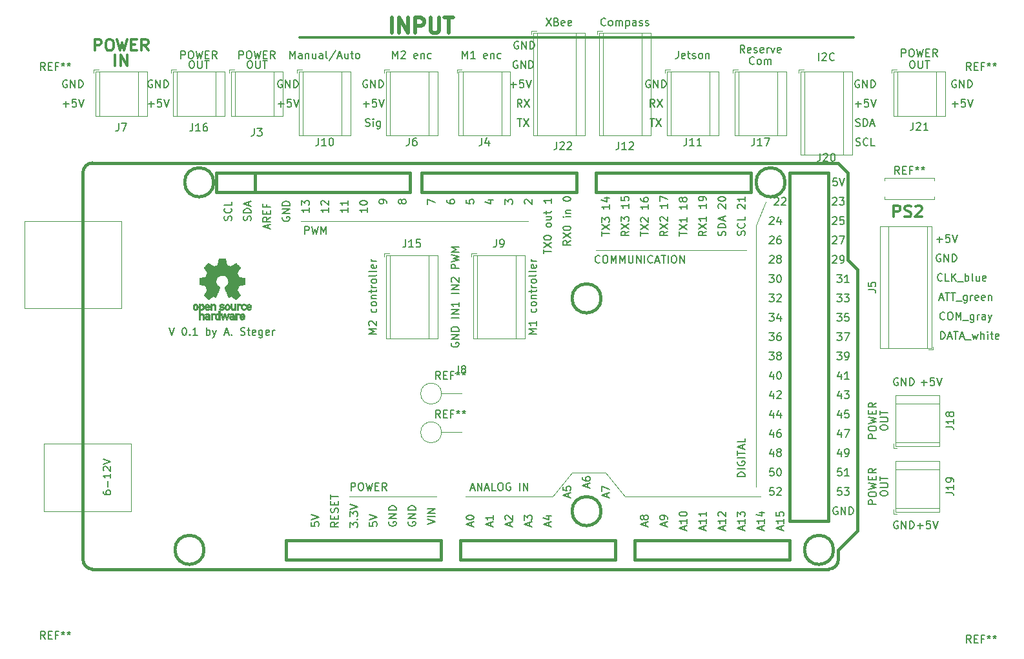
<source format=gto>
G04 #@! TF.GenerationSoftware,KiCad,Pcbnew,(5.1.6)-1*
G04 #@! TF.CreationDate,2020-09-10T09:03:44+05:30*
G04 #@! TF.ProjectId,PCB board,50434220-626f-4617-9264-2e6b69636164,rev?*
G04 #@! TF.SameCoordinates,Original*
G04 #@! TF.FileFunction,Legend,Top*
G04 #@! TF.FilePolarity,Positive*
%FSLAX46Y46*%
G04 Gerber Fmt 4.6, Leading zero omitted, Abs format (unit mm)*
G04 Created by KiCad (PCBNEW (5.1.6)-1) date 2020-09-10 09:03:44*
%MOMM*%
%LPD*%
G01*
G04 APERTURE LIST*
%ADD10C,0.150000*%
%ADD11C,0.200000*%
%ADD12C,0.300000*%
%ADD13C,0.500000*%
%ADD14C,0.120000*%
%ADD15C,0.010000*%
%ADD16C,0.381000*%
G04 APERTURE END LIST*
D10*
X201128380Y-112252000D02*
X201128380Y-112061523D01*
X201176000Y-111966285D01*
X201271238Y-111871047D01*
X201461714Y-111823428D01*
X201795047Y-111823428D01*
X201985523Y-111871047D01*
X202080761Y-111966285D01*
X202128380Y-112061523D01*
X202128380Y-112252000D01*
X202080761Y-112347238D01*
X201985523Y-112442476D01*
X201795047Y-112490095D01*
X201461714Y-112490095D01*
X201271238Y-112442476D01*
X201176000Y-112347238D01*
X201128380Y-112252000D01*
X201128380Y-111394857D02*
X201937904Y-111394857D01*
X202033142Y-111347238D01*
X202080761Y-111299619D01*
X202128380Y-111204380D01*
X202128380Y-111013904D01*
X202080761Y-110918666D01*
X202033142Y-110871047D01*
X201937904Y-110823428D01*
X201128380Y-110823428D01*
X201128380Y-110490095D02*
X201128380Y-109918666D01*
X202128380Y-110204380D02*
X201128380Y-110204380D01*
X201128380Y-103616000D02*
X201128380Y-103425523D01*
X201176000Y-103330285D01*
X201271238Y-103235047D01*
X201461714Y-103187428D01*
X201795047Y-103187428D01*
X201985523Y-103235047D01*
X202080761Y-103330285D01*
X202128380Y-103425523D01*
X202128380Y-103616000D01*
X202080761Y-103711238D01*
X201985523Y-103806476D01*
X201795047Y-103854095D01*
X201461714Y-103854095D01*
X201271238Y-103806476D01*
X201176000Y-103711238D01*
X201128380Y-103616000D01*
X201128380Y-102758857D02*
X201937904Y-102758857D01*
X202033142Y-102711238D01*
X202080761Y-102663619D01*
X202128380Y-102568380D01*
X202128380Y-102377904D01*
X202080761Y-102282666D01*
X202033142Y-102235047D01*
X201937904Y-102187428D01*
X201128380Y-102187428D01*
X201128380Y-101854095D02*
X201128380Y-101282666D01*
X202128380Y-101568380D02*
X201128380Y-101568380D01*
X200604380Y-113561523D02*
X199604380Y-113561523D01*
X199604380Y-113180571D01*
X199652000Y-113085333D01*
X199699619Y-113037714D01*
X199794857Y-112990095D01*
X199937714Y-112990095D01*
X200032952Y-113037714D01*
X200080571Y-113085333D01*
X200128190Y-113180571D01*
X200128190Y-113561523D01*
X199604380Y-112371047D02*
X199604380Y-112180571D01*
X199652000Y-112085333D01*
X199747238Y-111990095D01*
X199937714Y-111942476D01*
X200271047Y-111942476D01*
X200461523Y-111990095D01*
X200556761Y-112085333D01*
X200604380Y-112180571D01*
X200604380Y-112371047D01*
X200556761Y-112466285D01*
X200461523Y-112561523D01*
X200271047Y-112609142D01*
X199937714Y-112609142D01*
X199747238Y-112561523D01*
X199652000Y-112466285D01*
X199604380Y-112371047D01*
X199604380Y-111609142D02*
X200604380Y-111371047D01*
X199890095Y-111180571D01*
X200604380Y-110990095D01*
X199604380Y-110752000D01*
X200080571Y-110371047D02*
X200080571Y-110037714D01*
X200604380Y-109894857D02*
X200604380Y-110371047D01*
X199604380Y-110371047D01*
X199604380Y-109894857D01*
X200604380Y-108894857D02*
X200128190Y-109228190D01*
X200604380Y-109466285D02*
X199604380Y-109466285D01*
X199604380Y-109085333D01*
X199652000Y-108990095D01*
X199699619Y-108942476D01*
X199794857Y-108894857D01*
X199937714Y-108894857D01*
X200032952Y-108942476D01*
X200080571Y-108990095D01*
X200128190Y-109085333D01*
X200128190Y-109466285D01*
X200604380Y-104925523D02*
X199604380Y-104925523D01*
X199604380Y-104544571D01*
X199652000Y-104449333D01*
X199699619Y-104401714D01*
X199794857Y-104354095D01*
X199937714Y-104354095D01*
X200032952Y-104401714D01*
X200080571Y-104449333D01*
X200128190Y-104544571D01*
X200128190Y-104925523D01*
X199604380Y-103735047D02*
X199604380Y-103544571D01*
X199652000Y-103449333D01*
X199747238Y-103354095D01*
X199937714Y-103306476D01*
X200271047Y-103306476D01*
X200461523Y-103354095D01*
X200556761Y-103449333D01*
X200604380Y-103544571D01*
X200604380Y-103735047D01*
X200556761Y-103830285D01*
X200461523Y-103925523D01*
X200271047Y-103973142D01*
X199937714Y-103973142D01*
X199747238Y-103925523D01*
X199652000Y-103830285D01*
X199604380Y-103735047D01*
X199604380Y-102973142D02*
X200604380Y-102735047D01*
X199890095Y-102544571D01*
X200604380Y-102354095D01*
X199604380Y-102116000D01*
X200080571Y-101735047D02*
X200080571Y-101401714D01*
X200604380Y-101258857D02*
X200604380Y-101735047D01*
X199604380Y-101735047D01*
X199604380Y-101258857D01*
X200604380Y-100258857D02*
X200128190Y-100592190D01*
X200604380Y-100830285D02*
X199604380Y-100830285D01*
X199604380Y-100449333D01*
X199652000Y-100354095D01*
X199699619Y-100306476D01*
X199794857Y-100258857D01*
X199937714Y-100258857D01*
X200032952Y-100306476D01*
X200080571Y-100354095D01*
X200128190Y-100449333D01*
X200128190Y-100830285D01*
X205978285Y-116403428D02*
X206740190Y-116403428D01*
X206359238Y-116784380D02*
X206359238Y-116022476D01*
X207692571Y-115784380D02*
X207216380Y-115784380D01*
X207168761Y-116260571D01*
X207216380Y-116212952D01*
X207311619Y-116165333D01*
X207549714Y-116165333D01*
X207644952Y-116212952D01*
X207692571Y-116260571D01*
X207740190Y-116355809D01*
X207740190Y-116593904D01*
X207692571Y-116689142D01*
X207644952Y-116736761D01*
X207549714Y-116784380D01*
X207311619Y-116784380D01*
X207216380Y-116736761D01*
X207168761Y-116689142D01*
X208025904Y-115784380D02*
X208359238Y-116784380D01*
X208692571Y-115784380D01*
X206486285Y-97607428D02*
X207248190Y-97607428D01*
X206867238Y-97988380D02*
X206867238Y-97226476D01*
X208200571Y-96988380D02*
X207724380Y-96988380D01*
X207676761Y-97464571D01*
X207724380Y-97416952D01*
X207819619Y-97369333D01*
X208057714Y-97369333D01*
X208152952Y-97416952D01*
X208200571Y-97464571D01*
X208248190Y-97559809D01*
X208248190Y-97797904D01*
X208200571Y-97893142D01*
X208152952Y-97940761D01*
X208057714Y-97988380D01*
X207819619Y-97988380D01*
X207724380Y-97940761D01*
X207676761Y-97893142D01*
X208533904Y-96988380D02*
X208867238Y-97988380D01*
X209200571Y-96988380D01*
X203454095Y-115832000D02*
X203358857Y-115784380D01*
X203216000Y-115784380D01*
X203073142Y-115832000D01*
X202977904Y-115927238D01*
X202930285Y-116022476D01*
X202882666Y-116212952D01*
X202882666Y-116355809D01*
X202930285Y-116546285D01*
X202977904Y-116641523D01*
X203073142Y-116736761D01*
X203216000Y-116784380D01*
X203311238Y-116784380D01*
X203454095Y-116736761D01*
X203501714Y-116689142D01*
X203501714Y-116355809D01*
X203311238Y-116355809D01*
X203930285Y-116784380D02*
X203930285Y-115784380D01*
X204501714Y-116784380D01*
X204501714Y-115784380D01*
X204977904Y-116784380D02*
X204977904Y-115784380D01*
X205216000Y-115784380D01*
X205358857Y-115832000D01*
X205454095Y-115927238D01*
X205501714Y-116022476D01*
X205549333Y-116212952D01*
X205549333Y-116355809D01*
X205501714Y-116546285D01*
X205454095Y-116641523D01*
X205358857Y-116736761D01*
X205216000Y-116784380D01*
X204977904Y-116784380D01*
X203454095Y-97036000D02*
X203358857Y-96988380D01*
X203216000Y-96988380D01*
X203073142Y-97036000D01*
X202977904Y-97131238D01*
X202930285Y-97226476D01*
X202882666Y-97416952D01*
X202882666Y-97559809D01*
X202930285Y-97750285D01*
X202977904Y-97845523D01*
X203073142Y-97940761D01*
X203216000Y-97988380D01*
X203311238Y-97988380D01*
X203454095Y-97940761D01*
X203501714Y-97893142D01*
X203501714Y-97559809D01*
X203311238Y-97559809D01*
X203930285Y-97988380D02*
X203930285Y-96988380D01*
X204501714Y-97988380D01*
X204501714Y-96988380D01*
X204977904Y-97988380D02*
X204977904Y-96988380D01*
X205216000Y-96988380D01*
X205358857Y-97036000D01*
X205454095Y-97131238D01*
X205501714Y-97226476D01*
X205549333Y-97416952D01*
X205549333Y-97559809D01*
X205501714Y-97750285D01*
X205454095Y-97845523D01*
X205358857Y-97940761D01*
X205216000Y-97988380D01*
X204977904Y-97988380D01*
D11*
X107879428Y-90384380D02*
X108212761Y-91384380D01*
X108546095Y-90384380D01*
X109831809Y-90384380D02*
X109927047Y-90384380D01*
X110022285Y-90432000D01*
X110069904Y-90479619D01*
X110117523Y-90574857D01*
X110165142Y-90765333D01*
X110165142Y-91003428D01*
X110117523Y-91193904D01*
X110069904Y-91289142D01*
X110022285Y-91336761D01*
X109927047Y-91384380D01*
X109831809Y-91384380D01*
X109736571Y-91336761D01*
X109688952Y-91289142D01*
X109641333Y-91193904D01*
X109593714Y-91003428D01*
X109593714Y-90765333D01*
X109641333Y-90574857D01*
X109688952Y-90479619D01*
X109736571Y-90432000D01*
X109831809Y-90384380D01*
X110593714Y-91289142D02*
X110641333Y-91336761D01*
X110593714Y-91384380D01*
X110546095Y-91336761D01*
X110593714Y-91289142D01*
X110593714Y-91384380D01*
X111593714Y-91384380D02*
X111022285Y-91384380D01*
X111308000Y-91384380D02*
X111308000Y-90384380D01*
X111212761Y-90527238D01*
X111117523Y-90622476D01*
X111022285Y-90670095D01*
X112784190Y-91384380D02*
X112784190Y-90384380D01*
X112784190Y-90765333D02*
X112879428Y-90717714D01*
X113069904Y-90717714D01*
X113165142Y-90765333D01*
X113212761Y-90812952D01*
X113260380Y-90908190D01*
X113260380Y-91193904D01*
X113212761Y-91289142D01*
X113165142Y-91336761D01*
X113069904Y-91384380D01*
X112879428Y-91384380D01*
X112784190Y-91336761D01*
X113593714Y-90717714D02*
X113831809Y-91384380D01*
X114069904Y-90717714D02*
X113831809Y-91384380D01*
X113736571Y-91622476D01*
X113688952Y-91670095D01*
X113593714Y-91717714D01*
X115165142Y-91098666D02*
X115641333Y-91098666D01*
X115069904Y-91384380D02*
X115403238Y-90384380D01*
X115736571Y-91384380D01*
X116069904Y-91289142D02*
X116117523Y-91336761D01*
X116069904Y-91384380D01*
X116022285Y-91336761D01*
X116069904Y-91289142D01*
X116069904Y-91384380D01*
X117260380Y-91336761D02*
X117403238Y-91384380D01*
X117641333Y-91384380D01*
X117736571Y-91336761D01*
X117784190Y-91289142D01*
X117831809Y-91193904D01*
X117831809Y-91098666D01*
X117784190Y-91003428D01*
X117736571Y-90955809D01*
X117641333Y-90908190D01*
X117450857Y-90860571D01*
X117355619Y-90812952D01*
X117308000Y-90765333D01*
X117260380Y-90670095D01*
X117260380Y-90574857D01*
X117308000Y-90479619D01*
X117355619Y-90432000D01*
X117450857Y-90384380D01*
X117688952Y-90384380D01*
X117831809Y-90432000D01*
X118117523Y-90717714D02*
X118498476Y-90717714D01*
X118260380Y-90384380D02*
X118260380Y-91241523D01*
X118308000Y-91336761D01*
X118403238Y-91384380D01*
X118498476Y-91384380D01*
X119212761Y-91336761D02*
X119117523Y-91384380D01*
X118927047Y-91384380D01*
X118831809Y-91336761D01*
X118784190Y-91241523D01*
X118784190Y-90860571D01*
X118831809Y-90765333D01*
X118927047Y-90717714D01*
X119117523Y-90717714D01*
X119212761Y-90765333D01*
X119260380Y-90860571D01*
X119260380Y-90955809D01*
X118784190Y-91051047D01*
X120117523Y-90717714D02*
X120117523Y-91527238D01*
X120069904Y-91622476D01*
X120022285Y-91670095D01*
X119927047Y-91717714D01*
X119784190Y-91717714D01*
X119688952Y-91670095D01*
X120117523Y-91336761D02*
X120022285Y-91384380D01*
X119831809Y-91384380D01*
X119736571Y-91336761D01*
X119688952Y-91289142D01*
X119641333Y-91193904D01*
X119641333Y-90908190D01*
X119688952Y-90812952D01*
X119736571Y-90765333D01*
X119831809Y-90717714D01*
X120022285Y-90717714D01*
X120117523Y-90765333D01*
X120974666Y-91336761D02*
X120879428Y-91384380D01*
X120688952Y-91384380D01*
X120593714Y-91336761D01*
X120546095Y-91241523D01*
X120546095Y-90860571D01*
X120593714Y-90765333D01*
X120688952Y-90717714D01*
X120879428Y-90717714D01*
X120974666Y-90765333D01*
X121022285Y-90860571D01*
X121022285Y-90955809D01*
X120546095Y-91051047D01*
X121450857Y-91384380D02*
X121450857Y-90717714D01*
X121450857Y-90908190D02*
X121498476Y-90812952D01*
X121546095Y-90765333D01*
X121641333Y-90717714D01*
X121736571Y-90717714D01*
D12*
X202902571Y-75862571D02*
X202902571Y-74362571D01*
X203474000Y-74362571D01*
X203616857Y-74434000D01*
X203688285Y-74505428D01*
X203759714Y-74648285D01*
X203759714Y-74862571D01*
X203688285Y-75005428D01*
X203616857Y-75076857D01*
X203474000Y-75148285D01*
X202902571Y-75148285D01*
X204331142Y-75791142D02*
X204545428Y-75862571D01*
X204902571Y-75862571D01*
X205045428Y-75791142D01*
X205116857Y-75719714D01*
X205188285Y-75576857D01*
X205188285Y-75434000D01*
X205116857Y-75291142D01*
X205045428Y-75219714D01*
X204902571Y-75148285D01*
X204616857Y-75076857D01*
X204474000Y-75005428D01*
X204402571Y-74934000D01*
X204331142Y-74791142D01*
X204331142Y-74648285D01*
X204402571Y-74505428D01*
X204474000Y-74434000D01*
X204616857Y-74362571D01*
X204974000Y-74362571D01*
X205188285Y-74434000D01*
X205759714Y-74505428D02*
X205831142Y-74434000D01*
X205974000Y-74362571D01*
X206331142Y-74362571D01*
X206474000Y-74434000D01*
X206545428Y-74505428D01*
X206616857Y-74648285D01*
X206616857Y-74791142D01*
X206545428Y-75005428D01*
X205688285Y-75862571D01*
X206616857Y-75862571D01*
D10*
X193079809Y-55316380D02*
X193079809Y-54316380D01*
X193508380Y-54411619D02*
X193556000Y-54364000D01*
X193651238Y-54316380D01*
X193889333Y-54316380D01*
X193984571Y-54364000D01*
X194032190Y-54411619D01*
X194079809Y-54506857D01*
X194079809Y-54602095D01*
X194032190Y-54744952D01*
X193460761Y-55316380D01*
X194079809Y-55316380D01*
X195079809Y-55221142D02*
X195032190Y-55268761D01*
X194889333Y-55316380D01*
X194794095Y-55316380D01*
X194651238Y-55268761D01*
X194556000Y-55173523D01*
X194508380Y-55078285D01*
X194460761Y-54887809D01*
X194460761Y-54744952D01*
X194508380Y-54554476D01*
X194556000Y-54459238D01*
X194651238Y-54364000D01*
X194794095Y-54316380D01*
X194889333Y-54316380D01*
X195032190Y-54364000D01*
X195079809Y-54411619D01*
X184610476Y-55729142D02*
X184562857Y-55776761D01*
X184420000Y-55824380D01*
X184324761Y-55824380D01*
X184181904Y-55776761D01*
X184086666Y-55681523D01*
X184039047Y-55586285D01*
X183991428Y-55395809D01*
X183991428Y-55252952D01*
X184039047Y-55062476D01*
X184086666Y-54967238D01*
X184181904Y-54872000D01*
X184324761Y-54824380D01*
X184420000Y-54824380D01*
X184562857Y-54872000D01*
X184610476Y-54919619D01*
X185181904Y-55824380D02*
X185086666Y-55776761D01*
X185039047Y-55729142D01*
X184991428Y-55633904D01*
X184991428Y-55348190D01*
X185039047Y-55252952D01*
X185086666Y-55205333D01*
X185181904Y-55157714D01*
X185324761Y-55157714D01*
X185420000Y-55205333D01*
X185467619Y-55252952D01*
X185515238Y-55348190D01*
X185515238Y-55633904D01*
X185467619Y-55729142D01*
X185420000Y-55776761D01*
X185324761Y-55824380D01*
X185181904Y-55824380D01*
X185943809Y-55824380D02*
X185943809Y-55157714D01*
X185943809Y-55252952D02*
X185991428Y-55205333D01*
X186086666Y-55157714D01*
X186229523Y-55157714D01*
X186324761Y-55205333D01*
X186372380Y-55300571D01*
X186372380Y-55824380D01*
X186372380Y-55300571D02*
X186420000Y-55205333D01*
X186515238Y-55157714D01*
X186658095Y-55157714D01*
X186753333Y-55205333D01*
X186800952Y-55300571D01*
X186800952Y-55824380D01*
D12*
X124968000Y-52324000D02*
X197612000Y-52324000D01*
X100814285Y-56050571D02*
X100814285Y-54550571D01*
X101528571Y-56050571D02*
X101528571Y-54550571D01*
X102385714Y-56050571D01*
X102385714Y-54550571D01*
D10*
X205248000Y-55332380D02*
X205438476Y-55332380D01*
X205533714Y-55380000D01*
X205628952Y-55475238D01*
X205676571Y-55665714D01*
X205676571Y-55999047D01*
X205628952Y-56189523D01*
X205533714Y-56284761D01*
X205438476Y-56332380D01*
X205248000Y-56332380D01*
X205152761Y-56284761D01*
X205057523Y-56189523D01*
X205009904Y-55999047D01*
X205009904Y-55665714D01*
X205057523Y-55475238D01*
X205152761Y-55380000D01*
X205248000Y-55332380D01*
X206105142Y-55332380D02*
X206105142Y-56141904D01*
X206152761Y-56237142D01*
X206200380Y-56284761D01*
X206295619Y-56332380D01*
X206486095Y-56332380D01*
X206581333Y-56284761D01*
X206628952Y-56237142D01*
X206676571Y-56141904D01*
X206676571Y-55332380D01*
X207009904Y-55332380D02*
X207581333Y-55332380D01*
X207295619Y-56332380D02*
X207295619Y-55332380D01*
X203938476Y-54808380D02*
X203938476Y-53808380D01*
X204319428Y-53808380D01*
X204414666Y-53856000D01*
X204462285Y-53903619D01*
X204509904Y-53998857D01*
X204509904Y-54141714D01*
X204462285Y-54236952D01*
X204414666Y-54284571D01*
X204319428Y-54332190D01*
X203938476Y-54332190D01*
X205128952Y-53808380D02*
X205319428Y-53808380D01*
X205414666Y-53856000D01*
X205509904Y-53951238D01*
X205557523Y-54141714D01*
X205557523Y-54475047D01*
X205509904Y-54665523D01*
X205414666Y-54760761D01*
X205319428Y-54808380D01*
X205128952Y-54808380D01*
X205033714Y-54760761D01*
X204938476Y-54665523D01*
X204890857Y-54475047D01*
X204890857Y-54141714D01*
X204938476Y-53951238D01*
X205033714Y-53856000D01*
X205128952Y-53808380D01*
X205890857Y-53808380D02*
X206128952Y-54808380D01*
X206319428Y-54094095D01*
X206509904Y-54808380D01*
X206748000Y-53808380D01*
X207128952Y-54284571D02*
X207462285Y-54284571D01*
X207605142Y-54808380D02*
X207128952Y-54808380D01*
X207128952Y-53808380D01*
X207605142Y-53808380D01*
X208605142Y-54808380D02*
X208271809Y-54332190D01*
X208033714Y-54808380D02*
X208033714Y-53808380D01*
X208414666Y-53808380D01*
X208509904Y-53856000D01*
X208557523Y-53903619D01*
X208605142Y-53998857D01*
X208605142Y-54141714D01*
X208557523Y-54236952D01*
X208509904Y-54284571D01*
X208414666Y-54332190D01*
X208033714Y-54332190D01*
X105140285Y-61031428D02*
X105902190Y-61031428D01*
X105521238Y-61412380D02*
X105521238Y-60650476D01*
X106854571Y-60412380D02*
X106378380Y-60412380D01*
X106330761Y-60888571D01*
X106378380Y-60840952D01*
X106473619Y-60793333D01*
X106711714Y-60793333D01*
X106806952Y-60840952D01*
X106854571Y-60888571D01*
X106902190Y-60983809D01*
X106902190Y-61221904D01*
X106854571Y-61317142D01*
X106806952Y-61364761D01*
X106711714Y-61412380D01*
X106473619Y-61412380D01*
X106378380Y-61364761D01*
X106330761Y-61317142D01*
X107187904Y-60412380D02*
X107521238Y-61412380D01*
X107854571Y-60412380D01*
X105664095Y-57920000D02*
X105568857Y-57872380D01*
X105426000Y-57872380D01*
X105283142Y-57920000D01*
X105187904Y-58015238D01*
X105140285Y-58110476D01*
X105092666Y-58300952D01*
X105092666Y-58443809D01*
X105140285Y-58634285D01*
X105187904Y-58729523D01*
X105283142Y-58824761D01*
X105426000Y-58872380D01*
X105521238Y-58872380D01*
X105664095Y-58824761D01*
X105711714Y-58777142D01*
X105711714Y-58443809D01*
X105521238Y-58443809D01*
X106140285Y-58872380D02*
X106140285Y-57872380D01*
X106711714Y-58872380D01*
X106711714Y-57872380D01*
X107187904Y-58872380D02*
X107187904Y-57872380D01*
X107426000Y-57872380D01*
X107568857Y-57920000D01*
X107664095Y-58015238D01*
X107711714Y-58110476D01*
X107759333Y-58300952D01*
X107759333Y-58443809D01*
X107711714Y-58634285D01*
X107664095Y-58729523D01*
X107568857Y-58824761D01*
X107426000Y-58872380D01*
X107187904Y-58872380D01*
X118380000Y-55332380D02*
X118570476Y-55332380D01*
X118665714Y-55380000D01*
X118760952Y-55475238D01*
X118808571Y-55665714D01*
X118808571Y-55999047D01*
X118760952Y-56189523D01*
X118665714Y-56284761D01*
X118570476Y-56332380D01*
X118380000Y-56332380D01*
X118284761Y-56284761D01*
X118189523Y-56189523D01*
X118141904Y-55999047D01*
X118141904Y-55665714D01*
X118189523Y-55475238D01*
X118284761Y-55380000D01*
X118380000Y-55332380D01*
X119237142Y-55332380D02*
X119237142Y-56141904D01*
X119284761Y-56237142D01*
X119332380Y-56284761D01*
X119427619Y-56332380D01*
X119618095Y-56332380D01*
X119713333Y-56284761D01*
X119760952Y-56237142D01*
X119808571Y-56141904D01*
X119808571Y-55332380D01*
X120141904Y-55332380D02*
X120713333Y-55332380D01*
X120427619Y-56332380D02*
X120427619Y-55332380D01*
X110760000Y-55332380D02*
X110950476Y-55332380D01*
X111045714Y-55380000D01*
X111140952Y-55475238D01*
X111188571Y-55665714D01*
X111188571Y-55999047D01*
X111140952Y-56189523D01*
X111045714Y-56284761D01*
X110950476Y-56332380D01*
X110760000Y-56332380D01*
X110664761Y-56284761D01*
X110569523Y-56189523D01*
X110521904Y-55999047D01*
X110521904Y-55665714D01*
X110569523Y-55475238D01*
X110664761Y-55380000D01*
X110760000Y-55332380D01*
X111617142Y-55332380D02*
X111617142Y-56141904D01*
X111664761Y-56237142D01*
X111712380Y-56284761D01*
X111807619Y-56332380D01*
X111998095Y-56332380D01*
X112093333Y-56284761D01*
X112140952Y-56237142D01*
X112188571Y-56141904D01*
X112188571Y-55332380D01*
X112521904Y-55332380D02*
X113093333Y-55332380D01*
X112807619Y-56332380D02*
X112807619Y-55332380D01*
X170942095Y-57920000D02*
X170846857Y-57872380D01*
X170704000Y-57872380D01*
X170561142Y-57920000D01*
X170465904Y-58015238D01*
X170418285Y-58110476D01*
X170370666Y-58300952D01*
X170370666Y-58443809D01*
X170418285Y-58634285D01*
X170465904Y-58729523D01*
X170561142Y-58824761D01*
X170704000Y-58872380D01*
X170799238Y-58872380D01*
X170942095Y-58824761D01*
X170989714Y-58777142D01*
X170989714Y-58443809D01*
X170799238Y-58443809D01*
X171418285Y-58872380D02*
X171418285Y-57872380D01*
X171989714Y-58872380D01*
X171989714Y-57872380D01*
X172465904Y-58872380D02*
X172465904Y-57872380D01*
X172704000Y-57872380D01*
X172846857Y-57920000D01*
X172942095Y-58015238D01*
X172989714Y-58110476D01*
X173037333Y-58300952D01*
X173037333Y-58443809D01*
X172989714Y-58634285D01*
X172942095Y-58729523D01*
X172846857Y-58824761D01*
X172704000Y-58872380D01*
X172465904Y-58872380D01*
X171537333Y-61412380D02*
X171204000Y-60936190D01*
X170965904Y-61412380D02*
X170965904Y-60412380D01*
X171346857Y-60412380D01*
X171442095Y-60460000D01*
X171489714Y-60507619D01*
X171537333Y-60602857D01*
X171537333Y-60745714D01*
X171489714Y-60840952D01*
X171442095Y-60888571D01*
X171346857Y-60936190D01*
X170965904Y-60936190D01*
X171870666Y-60412380D02*
X172537333Y-61412380D01*
X172537333Y-60412380D02*
X171870666Y-61412380D01*
X170942095Y-62952380D02*
X171513523Y-62952380D01*
X171227809Y-63952380D02*
X171227809Y-62952380D01*
X171751619Y-62952380D02*
X172418285Y-63952380D01*
X172418285Y-62952380D02*
X171751619Y-63952380D01*
X153670095Y-52840000D02*
X153574857Y-52792380D01*
X153432000Y-52792380D01*
X153289142Y-52840000D01*
X153193904Y-52935238D01*
X153146285Y-53030476D01*
X153098666Y-53220952D01*
X153098666Y-53363809D01*
X153146285Y-53554285D01*
X153193904Y-53649523D01*
X153289142Y-53744761D01*
X153432000Y-53792380D01*
X153527238Y-53792380D01*
X153670095Y-53744761D01*
X153717714Y-53697142D01*
X153717714Y-53363809D01*
X153527238Y-53363809D01*
X154146285Y-53792380D02*
X154146285Y-52792380D01*
X154717714Y-53792380D01*
X154717714Y-52792380D01*
X155193904Y-53792380D02*
X155193904Y-52792380D01*
X155432000Y-52792380D01*
X155574857Y-52840000D01*
X155670095Y-52935238D01*
X155717714Y-53030476D01*
X155765333Y-53220952D01*
X155765333Y-53363809D01*
X155717714Y-53554285D01*
X155670095Y-53649523D01*
X155574857Y-53744761D01*
X155432000Y-53792380D01*
X155193904Y-53792380D01*
X152638285Y-58491428D02*
X153400190Y-58491428D01*
X153019238Y-58872380D02*
X153019238Y-58110476D01*
X154352571Y-57872380D02*
X153876380Y-57872380D01*
X153828761Y-58348571D01*
X153876380Y-58300952D01*
X153971619Y-58253333D01*
X154209714Y-58253333D01*
X154304952Y-58300952D01*
X154352571Y-58348571D01*
X154400190Y-58443809D01*
X154400190Y-58681904D01*
X154352571Y-58777142D01*
X154304952Y-58824761D01*
X154209714Y-58872380D01*
X153971619Y-58872380D01*
X153876380Y-58824761D01*
X153828761Y-58777142D01*
X154685904Y-57872380D02*
X155019238Y-58872380D01*
X155352571Y-57872380D01*
X197850285Y-61031428D02*
X198612190Y-61031428D01*
X198231238Y-61412380D02*
X198231238Y-60650476D01*
X199564571Y-60412380D02*
X199088380Y-60412380D01*
X199040761Y-60888571D01*
X199088380Y-60840952D01*
X199183619Y-60793333D01*
X199421714Y-60793333D01*
X199516952Y-60840952D01*
X199564571Y-60888571D01*
X199612190Y-60983809D01*
X199612190Y-61221904D01*
X199564571Y-61317142D01*
X199516952Y-61364761D01*
X199421714Y-61412380D01*
X199183619Y-61412380D01*
X199088380Y-61364761D01*
X199040761Y-61317142D01*
X199897904Y-60412380D02*
X200231238Y-61412380D01*
X200564571Y-60412380D01*
X198374095Y-57920000D02*
X198278857Y-57872380D01*
X198136000Y-57872380D01*
X197993142Y-57920000D01*
X197897904Y-58015238D01*
X197850285Y-58110476D01*
X197802666Y-58300952D01*
X197802666Y-58443809D01*
X197850285Y-58634285D01*
X197897904Y-58729523D01*
X197993142Y-58824761D01*
X198136000Y-58872380D01*
X198231238Y-58872380D01*
X198374095Y-58824761D01*
X198421714Y-58777142D01*
X198421714Y-58443809D01*
X198231238Y-58443809D01*
X198850285Y-58872380D02*
X198850285Y-57872380D01*
X199421714Y-58872380D01*
X199421714Y-57872380D01*
X199897904Y-58872380D02*
X199897904Y-57872380D01*
X200136000Y-57872380D01*
X200278857Y-57920000D01*
X200374095Y-58015238D01*
X200421714Y-58110476D01*
X200469333Y-58300952D01*
X200469333Y-58443809D01*
X200421714Y-58634285D01*
X200374095Y-58729523D01*
X200278857Y-58824761D01*
X200136000Y-58872380D01*
X199897904Y-58872380D01*
X210550285Y-61031428D02*
X211312190Y-61031428D01*
X210931238Y-61412380D02*
X210931238Y-60650476D01*
X212264571Y-60412380D02*
X211788380Y-60412380D01*
X211740761Y-60888571D01*
X211788380Y-60840952D01*
X211883619Y-60793333D01*
X212121714Y-60793333D01*
X212216952Y-60840952D01*
X212264571Y-60888571D01*
X212312190Y-60983809D01*
X212312190Y-61221904D01*
X212264571Y-61317142D01*
X212216952Y-61364761D01*
X212121714Y-61412380D01*
X211883619Y-61412380D01*
X211788380Y-61364761D01*
X211740761Y-61317142D01*
X212597904Y-60412380D02*
X212931238Y-61412380D01*
X213264571Y-60412380D01*
X211074095Y-57920000D02*
X210978857Y-57872380D01*
X210836000Y-57872380D01*
X210693142Y-57920000D01*
X210597904Y-58015238D01*
X210550285Y-58110476D01*
X210502666Y-58300952D01*
X210502666Y-58443809D01*
X210550285Y-58634285D01*
X210597904Y-58729523D01*
X210693142Y-58824761D01*
X210836000Y-58872380D01*
X210931238Y-58872380D01*
X211074095Y-58824761D01*
X211121714Y-58777142D01*
X211121714Y-58443809D01*
X210931238Y-58443809D01*
X211550285Y-58872380D02*
X211550285Y-57872380D01*
X212121714Y-58872380D01*
X212121714Y-57872380D01*
X212597904Y-58872380D02*
X212597904Y-57872380D01*
X212836000Y-57872380D01*
X212978857Y-57920000D01*
X213074095Y-58015238D01*
X213121714Y-58110476D01*
X213169333Y-58300952D01*
X213169333Y-58443809D01*
X213121714Y-58634285D01*
X213074095Y-58729523D01*
X212978857Y-58824761D01*
X212836000Y-58872380D01*
X212597904Y-58872380D01*
X197945523Y-66444761D02*
X198088380Y-66492380D01*
X198326476Y-66492380D01*
X198421714Y-66444761D01*
X198469333Y-66397142D01*
X198516952Y-66301904D01*
X198516952Y-66206666D01*
X198469333Y-66111428D01*
X198421714Y-66063809D01*
X198326476Y-66016190D01*
X198136000Y-65968571D01*
X198040761Y-65920952D01*
X197993142Y-65873333D01*
X197945523Y-65778095D01*
X197945523Y-65682857D01*
X197993142Y-65587619D01*
X198040761Y-65540000D01*
X198136000Y-65492380D01*
X198374095Y-65492380D01*
X198516952Y-65540000D01*
X199516952Y-66397142D02*
X199469333Y-66444761D01*
X199326476Y-66492380D01*
X199231238Y-66492380D01*
X199088380Y-66444761D01*
X198993142Y-66349523D01*
X198945523Y-66254285D01*
X198897904Y-66063809D01*
X198897904Y-65920952D01*
X198945523Y-65730476D01*
X198993142Y-65635238D01*
X199088380Y-65540000D01*
X199231238Y-65492380D01*
X199326476Y-65492380D01*
X199469333Y-65540000D01*
X199516952Y-65587619D01*
X200421714Y-66492380D02*
X199945523Y-66492380D01*
X199945523Y-65492380D01*
X197921714Y-63904761D02*
X198064571Y-63952380D01*
X198302666Y-63952380D01*
X198397904Y-63904761D01*
X198445523Y-63857142D01*
X198493142Y-63761904D01*
X198493142Y-63666666D01*
X198445523Y-63571428D01*
X198397904Y-63523809D01*
X198302666Y-63476190D01*
X198112190Y-63428571D01*
X198016952Y-63380952D01*
X197969333Y-63333333D01*
X197921714Y-63238095D01*
X197921714Y-63142857D01*
X197969333Y-63047619D01*
X198016952Y-63000000D01*
X198112190Y-62952380D01*
X198350285Y-62952380D01*
X198493142Y-63000000D01*
X198921714Y-63952380D02*
X198921714Y-62952380D01*
X199159809Y-62952380D01*
X199302666Y-63000000D01*
X199397904Y-63095238D01*
X199445523Y-63190476D01*
X199493142Y-63380952D01*
X199493142Y-63523809D01*
X199445523Y-63714285D01*
X199397904Y-63809523D01*
X199302666Y-63904761D01*
X199159809Y-63952380D01*
X198921714Y-63952380D01*
X199874095Y-63666666D02*
X200350285Y-63666666D01*
X199778857Y-63952380D02*
X200112190Y-62952380D01*
X200445523Y-63952380D01*
X122158285Y-61031428D02*
X122920190Y-61031428D01*
X122539238Y-61412380D02*
X122539238Y-60650476D01*
X123872571Y-60412380D02*
X123396380Y-60412380D01*
X123348761Y-60888571D01*
X123396380Y-60840952D01*
X123491619Y-60793333D01*
X123729714Y-60793333D01*
X123824952Y-60840952D01*
X123872571Y-60888571D01*
X123920190Y-60983809D01*
X123920190Y-61221904D01*
X123872571Y-61317142D01*
X123824952Y-61364761D01*
X123729714Y-61412380D01*
X123491619Y-61412380D01*
X123396380Y-61364761D01*
X123348761Y-61317142D01*
X124205904Y-60412380D02*
X124539238Y-61412380D01*
X124872571Y-60412380D01*
X117070476Y-55062380D02*
X117070476Y-54062380D01*
X117451428Y-54062380D01*
X117546666Y-54110000D01*
X117594285Y-54157619D01*
X117641904Y-54252857D01*
X117641904Y-54395714D01*
X117594285Y-54490952D01*
X117546666Y-54538571D01*
X117451428Y-54586190D01*
X117070476Y-54586190D01*
X118260952Y-54062380D02*
X118451428Y-54062380D01*
X118546666Y-54110000D01*
X118641904Y-54205238D01*
X118689523Y-54395714D01*
X118689523Y-54729047D01*
X118641904Y-54919523D01*
X118546666Y-55014761D01*
X118451428Y-55062380D01*
X118260952Y-55062380D01*
X118165714Y-55014761D01*
X118070476Y-54919523D01*
X118022857Y-54729047D01*
X118022857Y-54395714D01*
X118070476Y-54205238D01*
X118165714Y-54110000D01*
X118260952Y-54062380D01*
X119022857Y-54062380D02*
X119260952Y-55062380D01*
X119451428Y-54348095D01*
X119641904Y-55062380D01*
X119880000Y-54062380D01*
X120260952Y-54538571D02*
X120594285Y-54538571D01*
X120737142Y-55062380D02*
X120260952Y-55062380D01*
X120260952Y-54062380D01*
X120737142Y-54062380D01*
X121737142Y-55062380D02*
X121403809Y-54586190D01*
X121165714Y-55062380D02*
X121165714Y-54062380D01*
X121546666Y-54062380D01*
X121641904Y-54110000D01*
X121689523Y-54157619D01*
X121737142Y-54252857D01*
X121737142Y-54395714D01*
X121689523Y-54490952D01*
X121641904Y-54538571D01*
X121546666Y-54586190D01*
X121165714Y-54586190D01*
X109450476Y-55062380D02*
X109450476Y-54062380D01*
X109831428Y-54062380D01*
X109926666Y-54110000D01*
X109974285Y-54157619D01*
X110021904Y-54252857D01*
X110021904Y-54395714D01*
X109974285Y-54490952D01*
X109926666Y-54538571D01*
X109831428Y-54586190D01*
X109450476Y-54586190D01*
X110640952Y-54062380D02*
X110831428Y-54062380D01*
X110926666Y-54110000D01*
X111021904Y-54205238D01*
X111069523Y-54395714D01*
X111069523Y-54729047D01*
X111021904Y-54919523D01*
X110926666Y-55014761D01*
X110831428Y-55062380D01*
X110640952Y-55062380D01*
X110545714Y-55014761D01*
X110450476Y-54919523D01*
X110402857Y-54729047D01*
X110402857Y-54395714D01*
X110450476Y-54205238D01*
X110545714Y-54110000D01*
X110640952Y-54062380D01*
X111402857Y-54062380D02*
X111640952Y-55062380D01*
X111831428Y-54348095D01*
X112021904Y-55062380D01*
X112260000Y-54062380D01*
X112640952Y-54538571D02*
X112974285Y-54538571D01*
X113117142Y-55062380D02*
X112640952Y-55062380D01*
X112640952Y-54062380D01*
X113117142Y-54062380D01*
X114117142Y-55062380D02*
X113783809Y-54586190D01*
X113545714Y-55062380D02*
X113545714Y-54062380D01*
X113926666Y-54062380D01*
X114021904Y-54110000D01*
X114069523Y-54157619D01*
X114117142Y-54252857D01*
X114117142Y-54395714D01*
X114069523Y-54490952D01*
X114021904Y-54538571D01*
X113926666Y-54586190D01*
X113545714Y-54586190D01*
X209042095Y-80780000D02*
X208946857Y-80732380D01*
X208804000Y-80732380D01*
X208661142Y-80780000D01*
X208565904Y-80875238D01*
X208518285Y-80970476D01*
X208470666Y-81160952D01*
X208470666Y-81303809D01*
X208518285Y-81494285D01*
X208565904Y-81589523D01*
X208661142Y-81684761D01*
X208804000Y-81732380D01*
X208899238Y-81732380D01*
X209042095Y-81684761D01*
X209089714Y-81637142D01*
X209089714Y-81303809D01*
X208899238Y-81303809D01*
X209518285Y-81732380D02*
X209518285Y-80732380D01*
X210089714Y-81732380D01*
X210089714Y-80732380D01*
X210565904Y-81732380D02*
X210565904Y-80732380D01*
X210804000Y-80732380D01*
X210946857Y-80780000D01*
X211042095Y-80875238D01*
X211089714Y-80970476D01*
X211137333Y-81160952D01*
X211137333Y-81303809D01*
X211089714Y-81494285D01*
X211042095Y-81589523D01*
X210946857Y-81684761D01*
X210804000Y-81732380D01*
X210565904Y-81732380D01*
X208518285Y-78811428D02*
X209280190Y-78811428D01*
X208899238Y-79192380D02*
X208899238Y-78430476D01*
X210232571Y-78192380D02*
X209756380Y-78192380D01*
X209708761Y-78668571D01*
X209756380Y-78620952D01*
X209851619Y-78573333D01*
X210089714Y-78573333D01*
X210184952Y-78620952D01*
X210232571Y-78668571D01*
X210280190Y-78763809D01*
X210280190Y-79001904D01*
X210232571Y-79097142D01*
X210184952Y-79144761D01*
X210089714Y-79192380D01*
X209851619Y-79192380D01*
X209756380Y-79144761D01*
X209708761Y-79097142D01*
X210565904Y-78192380D02*
X210899238Y-79192380D01*
X211232571Y-78192380D01*
X144915000Y-92383809D02*
X144867380Y-92479047D01*
X144867380Y-92621904D01*
X144915000Y-92764761D01*
X145010238Y-92860000D01*
X145105476Y-92907619D01*
X145295952Y-92955238D01*
X145438809Y-92955238D01*
X145629285Y-92907619D01*
X145724523Y-92860000D01*
X145819761Y-92764761D01*
X145867380Y-92621904D01*
X145867380Y-92526666D01*
X145819761Y-92383809D01*
X145772142Y-92336190D01*
X145438809Y-92336190D01*
X145438809Y-92526666D01*
X145867380Y-91907619D02*
X144867380Y-91907619D01*
X145867380Y-91336190D01*
X144867380Y-91336190D01*
X145867380Y-90860000D02*
X144867380Y-90860000D01*
X144867380Y-90621904D01*
X144915000Y-90479047D01*
X145010238Y-90383809D01*
X145105476Y-90336190D01*
X145295952Y-90288571D01*
X145438809Y-90288571D01*
X145629285Y-90336190D01*
X145724523Y-90383809D01*
X145819761Y-90479047D01*
X145867380Y-90621904D01*
X145867380Y-90860000D01*
X145867380Y-89098095D02*
X144867380Y-89098095D01*
X145867380Y-88621904D02*
X144867380Y-88621904D01*
X145867380Y-88050476D01*
X144867380Y-88050476D01*
X145867380Y-87050476D02*
X145867380Y-87621904D01*
X145867380Y-87336190D02*
X144867380Y-87336190D01*
X145010238Y-87431428D01*
X145105476Y-87526666D01*
X145153095Y-87621904D01*
X145867380Y-85860000D02*
X144867380Y-85860000D01*
X145867380Y-85383809D02*
X144867380Y-85383809D01*
X145867380Y-84812380D01*
X144867380Y-84812380D01*
X144962619Y-84383809D02*
X144915000Y-84336190D01*
X144867380Y-84240952D01*
X144867380Y-84002857D01*
X144915000Y-83907619D01*
X144962619Y-83860000D01*
X145057857Y-83812380D01*
X145153095Y-83812380D01*
X145295952Y-83860000D01*
X145867380Y-84431428D01*
X145867380Y-83812380D01*
X145867380Y-82621904D02*
X144867380Y-82621904D01*
X144867380Y-82240952D01*
X144915000Y-82145714D01*
X144962619Y-82098095D01*
X145057857Y-82050476D01*
X145200714Y-82050476D01*
X145295952Y-82098095D01*
X145343571Y-82145714D01*
X145391190Y-82240952D01*
X145391190Y-82621904D01*
X144867380Y-81717142D02*
X145867380Y-81479047D01*
X145153095Y-81288571D01*
X145867380Y-81098095D01*
X144867380Y-80860000D01*
X145867380Y-80479047D02*
X144867380Y-80479047D01*
X145581666Y-80145714D01*
X144867380Y-79812380D01*
X145867380Y-79812380D01*
X135072380Y-91193333D02*
X134072380Y-91193333D01*
X134786666Y-90860000D01*
X134072380Y-90526666D01*
X135072380Y-90526666D01*
X134167619Y-90098095D02*
X134120000Y-90050476D01*
X134072380Y-89955238D01*
X134072380Y-89717142D01*
X134120000Y-89621904D01*
X134167619Y-89574285D01*
X134262857Y-89526666D01*
X134358095Y-89526666D01*
X134500952Y-89574285D01*
X135072380Y-90145714D01*
X135072380Y-89526666D01*
X135024761Y-87907619D02*
X135072380Y-88002857D01*
X135072380Y-88193333D01*
X135024761Y-88288571D01*
X134977142Y-88336190D01*
X134881904Y-88383809D01*
X134596190Y-88383809D01*
X134500952Y-88336190D01*
X134453333Y-88288571D01*
X134405714Y-88193333D01*
X134405714Y-88002857D01*
X134453333Y-87907619D01*
X135072380Y-87336190D02*
X135024761Y-87431428D01*
X134977142Y-87479047D01*
X134881904Y-87526666D01*
X134596190Y-87526666D01*
X134500952Y-87479047D01*
X134453333Y-87431428D01*
X134405714Y-87336190D01*
X134405714Y-87193333D01*
X134453333Y-87098095D01*
X134500952Y-87050476D01*
X134596190Y-87002857D01*
X134881904Y-87002857D01*
X134977142Y-87050476D01*
X135024761Y-87098095D01*
X135072380Y-87193333D01*
X135072380Y-87336190D01*
X134405714Y-86574285D02*
X135072380Y-86574285D01*
X134500952Y-86574285D02*
X134453333Y-86526666D01*
X134405714Y-86431428D01*
X134405714Y-86288571D01*
X134453333Y-86193333D01*
X134548571Y-86145714D01*
X135072380Y-86145714D01*
X134405714Y-85812380D02*
X134405714Y-85431428D01*
X134072380Y-85669523D02*
X134929523Y-85669523D01*
X135024761Y-85621904D01*
X135072380Y-85526666D01*
X135072380Y-85431428D01*
X135072380Y-85098095D02*
X134405714Y-85098095D01*
X134596190Y-85098095D02*
X134500952Y-85050476D01*
X134453333Y-85002857D01*
X134405714Y-84907619D01*
X134405714Y-84812380D01*
X135072380Y-84336190D02*
X135024761Y-84431428D01*
X134977142Y-84479047D01*
X134881904Y-84526666D01*
X134596190Y-84526666D01*
X134500952Y-84479047D01*
X134453333Y-84431428D01*
X134405714Y-84336190D01*
X134405714Y-84193333D01*
X134453333Y-84098095D01*
X134500952Y-84050476D01*
X134596190Y-84002857D01*
X134881904Y-84002857D01*
X134977142Y-84050476D01*
X135024761Y-84098095D01*
X135072380Y-84193333D01*
X135072380Y-84336190D01*
X135072380Y-83431428D02*
X135024761Y-83526666D01*
X134929523Y-83574285D01*
X134072380Y-83574285D01*
X135072380Y-82907619D02*
X135024761Y-83002857D01*
X134929523Y-83050476D01*
X134072380Y-83050476D01*
X135024761Y-82145714D02*
X135072380Y-82240952D01*
X135072380Y-82431428D01*
X135024761Y-82526666D01*
X134929523Y-82574285D01*
X134548571Y-82574285D01*
X134453333Y-82526666D01*
X134405714Y-82431428D01*
X134405714Y-82240952D01*
X134453333Y-82145714D01*
X134548571Y-82098095D01*
X134643809Y-82098095D01*
X134739047Y-82574285D01*
X135072380Y-81669523D02*
X134405714Y-81669523D01*
X134596190Y-81669523D02*
X134500952Y-81621904D01*
X134453333Y-81574285D01*
X134405714Y-81479047D01*
X134405714Y-81383809D01*
X156027380Y-91193333D02*
X155027380Y-91193333D01*
X155741666Y-90860000D01*
X155027380Y-90526666D01*
X156027380Y-90526666D01*
X156027380Y-89526666D02*
X156027380Y-90098095D01*
X156027380Y-89812380D02*
X155027380Y-89812380D01*
X155170238Y-89907619D01*
X155265476Y-90002857D01*
X155313095Y-90098095D01*
X155979761Y-87907619D02*
X156027380Y-88002857D01*
X156027380Y-88193333D01*
X155979761Y-88288571D01*
X155932142Y-88336190D01*
X155836904Y-88383809D01*
X155551190Y-88383809D01*
X155455952Y-88336190D01*
X155408333Y-88288571D01*
X155360714Y-88193333D01*
X155360714Y-88002857D01*
X155408333Y-87907619D01*
X156027380Y-87336190D02*
X155979761Y-87431428D01*
X155932142Y-87479047D01*
X155836904Y-87526666D01*
X155551190Y-87526666D01*
X155455952Y-87479047D01*
X155408333Y-87431428D01*
X155360714Y-87336190D01*
X155360714Y-87193333D01*
X155408333Y-87098095D01*
X155455952Y-87050476D01*
X155551190Y-87002857D01*
X155836904Y-87002857D01*
X155932142Y-87050476D01*
X155979761Y-87098095D01*
X156027380Y-87193333D01*
X156027380Y-87336190D01*
X155360714Y-86574285D02*
X156027380Y-86574285D01*
X155455952Y-86574285D02*
X155408333Y-86526666D01*
X155360714Y-86431428D01*
X155360714Y-86288571D01*
X155408333Y-86193333D01*
X155503571Y-86145714D01*
X156027380Y-86145714D01*
X155360714Y-85812380D02*
X155360714Y-85431428D01*
X155027380Y-85669523D02*
X155884523Y-85669523D01*
X155979761Y-85621904D01*
X156027380Y-85526666D01*
X156027380Y-85431428D01*
X156027380Y-85098095D02*
X155360714Y-85098095D01*
X155551190Y-85098095D02*
X155455952Y-85050476D01*
X155408333Y-85002857D01*
X155360714Y-84907619D01*
X155360714Y-84812380D01*
X156027380Y-84336190D02*
X155979761Y-84431428D01*
X155932142Y-84479047D01*
X155836904Y-84526666D01*
X155551190Y-84526666D01*
X155455952Y-84479047D01*
X155408333Y-84431428D01*
X155360714Y-84336190D01*
X155360714Y-84193333D01*
X155408333Y-84098095D01*
X155455952Y-84050476D01*
X155551190Y-84002857D01*
X155836904Y-84002857D01*
X155932142Y-84050476D01*
X155979761Y-84098095D01*
X156027380Y-84193333D01*
X156027380Y-84336190D01*
X156027380Y-83431428D02*
X155979761Y-83526666D01*
X155884523Y-83574285D01*
X155027380Y-83574285D01*
X156027380Y-82907619D02*
X155979761Y-83002857D01*
X155884523Y-83050476D01*
X155027380Y-83050476D01*
X155979761Y-82145714D02*
X156027380Y-82240952D01*
X156027380Y-82431428D01*
X155979761Y-82526666D01*
X155884523Y-82574285D01*
X155503571Y-82574285D01*
X155408333Y-82526666D01*
X155360714Y-82431428D01*
X155360714Y-82240952D01*
X155408333Y-82145714D01*
X155503571Y-82098095D01*
X155598809Y-82098095D01*
X155694047Y-82574285D01*
X156027380Y-81669523D02*
X155360714Y-81669523D01*
X155551190Y-81669523D02*
X155455952Y-81621904D01*
X155408333Y-81574285D01*
X155360714Y-81479047D01*
X155360714Y-81383809D01*
X183348571Y-54300380D02*
X183015238Y-53824190D01*
X182777142Y-54300380D02*
X182777142Y-53300380D01*
X183158095Y-53300380D01*
X183253333Y-53348000D01*
X183300952Y-53395619D01*
X183348571Y-53490857D01*
X183348571Y-53633714D01*
X183300952Y-53728952D01*
X183253333Y-53776571D01*
X183158095Y-53824190D01*
X182777142Y-53824190D01*
X184158095Y-54252761D02*
X184062857Y-54300380D01*
X183872380Y-54300380D01*
X183777142Y-54252761D01*
X183729523Y-54157523D01*
X183729523Y-53776571D01*
X183777142Y-53681333D01*
X183872380Y-53633714D01*
X184062857Y-53633714D01*
X184158095Y-53681333D01*
X184205714Y-53776571D01*
X184205714Y-53871809D01*
X183729523Y-53967047D01*
X184586666Y-54252761D02*
X184681904Y-54300380D01*
X184872380Y-54300380D01*
X184967619Y-54252761D01*
X185015238Y-54157523D01*
X185015238Y-54109904D01*
X184967619Y-54014666D01*
X184872380Y-53967047D01*
X184729523Y-53967047D01*
X184634285Y-53919428D01*
X184586666Y-53824190D01*
X184586666Y-53776571D01*
X184634285Y-53681333D01*
X184729523Y-53633714D01*
X184872380Y-53633714D01*
X184967619Y-53681333D01*
X185824761Y-54252761D02*
X185729523Y-54300380D01*
X185539047Y-54300380D01*
X185443809Y-54252761D01*
X185396190Y-54157523D01*
X185396190Y-53776571D01*
X185443809Y-53681333D01*
X185539047Y-53633714D01*
X185729523Y-53633714D01*
X185824761Y-53681333D01*
X185872380Y-53776571D01*
X185872380Y-53871809D01*
X185396190Y-53967047D01*
X186300952Y-54300380D02*
X186300952Y-53633714D01*
X186300952Y-53824190D02*
X186348571Y-53728952D01*
X186396190Y-53681333D01*
X186491428Y-53633714D01*
X186586666Y-53633714D01*
X186824761Y-53633714D02*
X187062857Y-54300380D01*
X187300952Y-53633714D01*
X188062857Y-54252761D02*
X187967619Y-54300380D01*
X187777142Y-54300380D01*
X187681904Y-54252761D01*
X187634285Y-54157523D01*
X187634285Y-53776571D01*
X187681904Y-53681333D01*
X187777142Y-53633714D01*
X187967619Y-53633714D01*
X188062857Y-53681333D01*
X188110476Y-53776571D01*
X188110476Y-53871809D01*
X187634285Y-53967047D01*
X157313523Y-49744380D02*
X157980190Y-50744380D01*
X157980190Y-49744380D02*
X157313523Y-50744380D01*
X158694476Y-50220571D02*
X158837333Y-50268190D01*
X158884952Y-50315809D01*
X158932571Y-50411047D01*
X158932571Y-50553904D01*
X158884952Y-50649142D01*
X158837333Y-50696761D01*
X158742095Y-50744380D01*
X158361142Y-50744380D01*
X158361142Y-49744380D01*
X158694476Y-49744380D01*
X158789714Y-49792000D01*
X158837333Y-49839619D01*
X158884952Y-49934857D01*
X158884952Y-50030095D01*
X158837333Y-50125333D01*
X158789714Y-50172952D01*
X158694476Y-50220571D01*
X158361142Y-50220571D01*
X159742095Y-50696761D02*
X159646857Y-50744380D01*
X159456380Y-50744380D01*
X159361142Y-50696761D01*
X159313523Y-50601523D01*
X159313523Y-50220571D01*
X159361142Y-50125333D01*
X159456380Y-50077714D01*
X159646857Y-50077714D01*
X159742095Y-50125333D01*
X159789714Y-50220571D01*
X159789714Y-50315809D01*
X159313523Y-50411047D01*
X160599238Y-50696761D02*
X160504000Y-50744380D01*
X160313523Y-50744380D01*
X160218285Y-50696761D01*
X160170666Y-50601523D01*
X160170666Y-50220571D01*
X160218285Y-50125333D01*
X160313523Y-50077714D01*
X160504000Y-50077714D01*
X160599238Y-50125333D01*
X160646857Y-50220571D01*
X160646857Y-50315809D01*
X160170666Y-50411047D01*
X209042476Y-91892380D02*
X209042476Y-90892380D01*
X209280571Y-90892380D01*
X209423428Y-90940000D01*
X209518666Y-91035238D01*
X209566285Y-91130476D01*
X209613904Y-91320952D01*
X209613904Y-91463809D01*
X209566285Y-91654285D01*
X209518666Y-91749523D01*
X209423428Y-91844761D01*
X209280571Y-91892380D01*
X209042476Y-91892380D01*
X209994857Y-91606666D02*
X210471047Y-91606666D01*
X209899619Y-91892380D02*
X210232952Y-90892380D01*
X210566285Y-91892380D01*
X210756761Y-90892380D02*
X211328190Y-90892380D01*
X211042476Y-91892380D02*
X211042476Y-90892380D01*
X211613904Y-91606666D02*
X212090095Y-91606666D01*
X211518666Y-91892380D02*
X211852000Y-90892380D01*
X212185333Y-91892380D01*
X212280571Y-91987619D02*
X213042476Y-91987619D01*
X213185333Y-91225714D02*
X213375809Y-91892380D01*
X213566285Y-91416190D01*
X213756761Y-91892380D01*
X213947238Y-91225714D01*
X214328190Y-91892380D02*
X214328190Y-90892380D01*
X214756761Y-91892380D02*
X214756761Y-91368571D01*
X214709142Y-91273333D01*
X214613904Y-91225714D01*
X214471047Y-91225714D01*
X214375809Y-91273333D01*
X214328190Y-91320952D01*
X215232952Y-91892380D02*
X215232952Y-91225714D01*
X215232952Y-90892380D02*
X215185333Y-90940000D01*
X215232952Y-90987619D01*
X215280571Y-90940000D01*
X215232952Y-90892380D01*
X215232952Y-90987619D01*
X215566285Y-91225714D02*
X215947238Y-91225714D01*
X215709142Y-90892380D02*
X215709142Y-91749523D01*
X215756761Y-91844761D01*
X215852000Y-91892380D01*
X215947238Y-91892380D01*
X216661523Y-91844761D02*
X216566285Y-91892380D01*
X216375809Y-91892380D01*
X216280571Y-91844761D01*
X216232952Y-91749523D01*
X216232952Y-91368571D01*
X216280571Y-91273333D01*
X216375809Y-91225714D01*
X216566285Y-91225714D01*
X216661523Y-91273333D01*
X216709142Y-91368571D01*
X216709142Y-91463809D01*
X216232952Y-91559047D01*
X209582095Y-89257142D02*
X209534476Y-89304761D01*
X209391619Y-89352380D01*
X209296380Y-89352380D01*
X209153523Y-89304761D01*
X209058285Y-89209523D01*
X209010666Y-89114285D01*
X208963047Y-88923809D01*
X208963047Y-88780952D01*
X209010666Y-88590476D01*
X209058285Y-88495238D01*
X209153523Y-88400000D01*
X209296380Y-88352380D01*
X209391619Y-88352380D01*
X209534476Y-88400000D01*
X209582095Y-88447619D01*
X210201142Y-88352380D02*
X210391619Y-88352380D01*
X210486857Y-88400000D01*
X210582095Y-88495238D01*
X210629714Y-88685714D01*
X210629714Y-89019047D01*
X210582095Y-89209523D01*
X210486857Y-89304761D01*
X210391619Y-89352380D01*
X210201142Y-89352380D01*
X210105904Y-89304761D01*
X210010666Y-89209523D01*
X209963047Y-89019047D01*
X209963047Y-88685714D01*
X210010666Y-88495238D01*
X210105904Y-88400000D01*
X210201142Y-88352380D01*
X211058285Y-89352380D02*
X211058285Y-88352380D01*
X211391619Y-89066666D01*
X211724952Y-88352380D01*
X211724952Y-89352380D01*
X211963047Y-89447619D02*
X212724952Y-89447619D01*
X213391619Y-88685714D02*
X213391619Y-89495238D01*
X213344000Y-89590476D01*
X213296380Y-89638095D01*
X213201142Y-89685714D01*
X213058285Y-89685714D01*
X212963047Y-89638095D01*
X213391619Y-89304761D02*
X213296380Y-89352380D01*
X213105904Y-89352380D01*
X213010666Y-89304761D01*
X212963047Y-89257142D01*
X212915428Y-89161904D01*
X212915428Y-88876190D01*
X212963047Y-88780952D01*
X213010666Y-88733333D01*
X213105904Y-88685714D01*
X213296380Y-88685714D01*
X213391619Y-88733333D01*
X213867809Y-89352380D02*
X213867809Y-88685714D01*
X213867809Y-88876190D02*
X213915428Y-88780952D01*
X213963047Y-88733333D01*
X214058285Y-88685714D01*
X214153523Y-88685714D01*
X214915428Y-89352380D02*
X214915428Y-88828571D01*
X214867809Y-88733333D01*
X214772571Y-88685714D01*
X214582095Y-88685714D01*
X214486857Y-88733333D01*
X214915428Y-89304761D02*
X214820190Y-89352380D01*
X214582095Y-89352380D01*
X214486857Y-89304761D01*
X214439238Y-89209523D01*
X214439238Y-89114285D01*
X214486857Y-89019047D01*
X214582095Y-88971428D01*
X214820190Y-88971428D01*
X214915428Y-88923809D01*
X215296380Y-88685714D02*
X215534476Y-89352380D01*
X215772571Y-88685714D02*
X215534476Y-89352380D01*
X215439238Y-89590476D01*
X215391619Y-89638095D01*
X215296380Y-89685714D01*
X208891619Y-86526666D02*
X209367809Y-86526666D01*
X208796380Y-86812380D02*
X209129714Y-85812380D01*
X209463047Y-86812380D01*
X209653523Y-85812380D02*
X210224952Y-85812380D01*
X209939238Y-86812380D02*
X209939238Y-85812380D01*
X210415428Y-85812380D02*
X210986857Y-85812380D01*
X210701142Y-86812380D02*
X210701142Y-85812380D01*
X211082095Y-86907619D02*
X211844000Y-86907619D01*
X212510666Y-86145714D02*
X212510666Y-86955238D01*
X212463047Y-87050476D01*
X212415428Y-87098095D01*
X212320190Y-87145714D01*
X212177333Y-87145714D01*
X212082095Y-87098095D01*
X212510666Y-86764761D02*
X212415428Y-86812380D01*
X212224952Y-86812380D01*
X212129714Y-86764761D01*
X212082095Y-86717142D01*
X212034476Y-86621904D01*
X212034476Y-86336190D01*
X212082095Y-86240952D01*
X212129714Y-86193333D01*
X212224952Y-86145714D01*
X212415428Y-86145714D01*
X212510666Y-86193333D01*
X212986857Y-86812380D02*
X212986857Y-86145714D01*
X212986857Y-86336190D02*
X213034476Y-86240952D01*
X213082095Y-86193333D01*
X213177333Y-86145714D01*
X213272571Y-86145714D01*
X213986857Y-86764761D02*
X213891619Y-86812380D01*
X213701142Y-86812380D01*
X213605904Y-86764761D01*
X213558285Y-86669523D01*
X213558285Y-86288571D01*
X213605904Y-86193333D01*
X213701142Y-86145714D01*
X213891619Y-86145714D01*
X213986857Y-86193333D01*
X214034476Y-86288571D01*
X214034476Y-86383809D01*
X213558285Y-86479047D01*
X214844000Y-86764761D02*
X214748761Y-86812380D01*
X214558285Y-86812380D01*
X214463047Y-86764761D01*
X214415428Y-86669523D01*
X214415428Y-86288571D01*
X214463047Y-86193333D01*
X214558285Y-86145714D01*
X214748761Y-86145714D01*
X214844000Y-86193333D01*
X214891619Y-86288571D01*
X214891619Y-86383809D01*
X214415428Y-86479047D01*
X215320190Y-86145714D02*
X215320190Y-86812380D01*
X215320190Y-86240952D02*
X215367809Y-86193333D01*
X215463047Y-86145714D01*
X215605904Y-86145714D01*
X215701142Y-86193333D01*
X215748761Y-86288571D01*
X215748761Y-86812380D01*
X209264571Y-84177142D02*
X209216952Y-84224761D01*
X209074095Y-84272380D01*
X208978857Y-84272380D01*
X208836000Y-84224761D01*
X208740761Y-84129523D01*
X208693142Y-84034285D01*
X208645523Y-83843809D01*
X208645523Y-83700952D01*
X208693142Y-83510476D01*
X208740761Y-83415238D01*
X208836000Y-83320000D01*
X208978857Y-83272380D01*
X209074095Y-83272380D01*
X209216952Y-83320000D01*
X209264571Y-83367619D01*
X210169333Y-84272380D02*
X209693142Y-84272380D01*
X209693142Y-83272380D01*
X210502666Y-84272380D02*
X210502666Y-83272380D01*
X211074095Y-84272380D02*
X210645523Y-83700952D01*
X211074095Y-83272380D02*
X210502666Y-83843809D01*
X211264571Y-84367619D02*
X212026476Y-84367619D01*
X212264571Y-84272380D02*
X212264571Y-83272380D01*
X212264571Y-83653333D02*
X212359809Y-83605714D01*
X212550285Y-83605714D01*
X212645523Y-83653333D01*
X212693142Y-83700952D01*
X212740761Y-83796190D01*
X212740761Y-84081904D01*
X212693142Y-84177142D01*
X212645523Y-84224761D01*
X212550285Y-84272380D01*
X212359809Y-84272380D01*
X212264571Y-84224761D01*
X213312190Y-84272380D02*
X213216952Y-84224761D01*
X213169333Y-84129523D01*
X213169333Y-83272380D01*
X214121714Y-83605714D02*
X214121714Y-84272380D01*
X213693142Y-83605714D02*
X213693142Y-84129523D01*
X213740761Y-84224761D01*
X213836000Y-84272380D01*
X213978857Y-84272380D01*
X214074095Y-84224761D01*
X214121714Y-84177142D01*
X214978857Y-84224761D02*
X214883619Y-84272380D01*
X214693142Y-84272380D01*
X214597904Y-84224761D01*
X214550285Y-84129523D01*
X214550285Y-83748571D01*
X214597904Y-83653333D01*
X214693142Y-83605714D01*
X214883619Y-83605714D01*
X214978857Y-83653333D01*
X215026476Y-83748571D01*
X215026476Y-83843809D01*
X214550285Y-83939047D01*
D13*
X137112857Y-51704761D02*
X137112857Y-49704761D01*
X138065238Y-51704761D02*
X138065238Y-49704761D01*
X139208095Y-51704761D01*
X139208095Y-49704761D01*
X140160476Y-51704761D02*
X140160476Y-49704761D01*
X140922380Y-49704761D01*
X141112857Y-49800000D01*
X141208095Y-49895238D01*
X141303333Y-50085714D01*
X141303333Y-50371428D01*
X141208095Y-50561904D01*
X141112857Y-50657142D01*
X140922380Y-50752380D01*
X140160476Y-50752380D01*
X142160476Y-49704761D02*
X142160476Y-51323809D01*
X142255714Y-51514285D01*
X142350952Y-51609523D01*
X142541428Y-51704761D01*
X142922380Y-51704761D01*
X143112857Y-51609523D01*
X143208095Y-51514285D01*
X143303333Y-51323809D01*
X143303333Y-49704761D01*
X143970000Y-49704761D02*
X145112857Y-49704761D01*
X144541428Y-51704761D02*
X144541428Y-49704761D01*
D10*
X133643809Y-63904761D02*
X133786666Y-63952380D01*
X134024761Y-63952380D01*
X134120000Y-63904761D01*
X134167619Y-63857142D01*
X134215238Y-63761904D01*
X134215238Y-63666666D01*
X134167619Y-63571428D01*
X134120000Y-63523809D01*
X134024761Y-63476190D01*
X133834285Y-63428571D01*
X133739047Y-63380952D01*
X133691428Y-63333333D01*
X133643809Y-63238095D01*
X133643809Y-63142857D01*
X133691428Y-63047619D01*
X133739047Y-63000000D01*
X133834285Y-62952380D01*
X134072380Y-62952380D01*
X134215238Y-63000000D01*
X134643809Y-63952380D02*
X134643809Y-63285714D01*
X134643809Y-62952380D02*
X134596190Y-63000000D01*
X134643809Y-63047619D01*
X134691428Y-63000000D01*
X134643809Y-62952380D01*
X134643809Y-63047619D01*
X135548571Y-63285714D02*
X135548571Y-64095238D01*
X135500952Y-64190476D01*
X135453333Y-64238095D01*
X135358095Y-64285714D01*
X135215238Y-64285714D01*
X135120000Y-64238095D01*
X135548571Y-63904761D02*
X135453333Y-63952380D01*
X135262857Y-63952380D01*
X135167619Y-63904761D01*
X135120000Y-63857142D01*
X135072380Y-63761904D01*
X135072380Y-63476190D01*
X135120000Y-63380952D01*
X135167619Y-63333333D01*
X135262857Y-63285714D01*
X135453333Y-63285714D01*
X135548571Y-63333333D01*
X133334285Y-61031428D02*
X134096190Y-61031428D01*
X133715238Y-61412380D02*
X133715238Y-60650476D01*
X135048571Y-60412380D02*
X134572380Y-60412380D01*
X134524761Y-60888571D01*
X134572380Y-60840952D01*
X134667619Y-60793333D01*
X134905714Y-60793333D01*
X135000952Y-60840952D01*
X135048571Y-60888571D01*
X135096190Y-60983809D01*
X135096190Y-61221904D01*
X135048571Y-61317142D01*
X135000952Y-61364761D01*
X134905714Y-61412380D01*
X134667619Y-61412380D01*
X134572380Y-61364761D01*
X134524761Y-61317142D01*
X135381904Y-60412380D02*
X135715238Y-61412380D01*
X136048571Y-60412380D01*
X133858095Y-57920000D02*
X133762857Y-57872380D01*
X133620000Y-57872380D01*
X133477142Y-57920000D01*
X133381904Y-58015238D01*
X133334285Y-58110476D01*
X133286666Y-58300952D01*
X133286666Y-58443809D01*
X133334285Y-58634285D01*
X133381904Y-58729523D01*
X133477142Y-58824761D01*
X133620000Y-58872380D01*
X133715238Y-58872380D01*
X133858095Y-58824761D01*
X133905714Y-58777142D01*
X133905714Y-58443809D01*
X133715238Y-58443809D01*
X134334285Y-58872380D02*
X134334285Y-57872380D01*
X134905714Y-58872380D01*
X134905714Y-57872380D01*
X135381904Y-58872380D02*
X135381904Y-57872380D01*
X135620000Y-57872380D01*
X135762857Y-57920000D01*
X135858095Y-58015238D01*
X135905714Y-58110476D01*
X135953333Y-58300952D01*
X135953333Y-58443809D01*
X135905714Y-58634285D01*
X135858095Y-58729523D01*
X135762857Y-58824761D01*
X135620000Y-58872380D01*
X135381904Y-58872380D01*
X174649047Y-54062380D02*
X174649047Y-54776666D01*
X174601428Y-54919523D01*
X174506190Y-55014761D01*
X174363333Y-55062380D01*
X174268095Y-55062380D01*
X175506190Y-55014761D02*
X175410952Y-55062380D01*
X175220476Y-55062380D01*
X175125238Y-55014761D01*
X175077619Y-54919523D01*
X175077619Y-54538571D01*
X175125238Y-54443333D01*
X175220476Y-54395714D01*
X175410952Y-54395714D01*
X175506190Y-54443333D01*
X175553809Y-54538571D01*
X175553809Y-54633809D01*
X175077619Y-54729047D01*
X175839523Y-54395714D02*
X176220476Y-54395714D01*
X175982380Y-54062380D02*
X175982380Y-54919523D01*
X176030000Y-55014761D01*
X176125238Y-55062380D01*
X176220476Y-55062380D01*
X176506190Y-55014761D02*
X176601428Y-55062380D01*
X176791904Y-55062380D01*
X176887142Y-55014761D01*
X176934761Y-54919523D01*
X176934761Y-54871904D01*
X176887142Y-54776666D01*
X176791904Y-54729047D01*
X176649047Y-54729047D01*
X176553809Y-54681428D01*
X176506190Y-54586190D01*
X176506190Y-54538571D01*
X176553809Y-54443333D01*
X176649047Y-54395714D01*
X176791904Y-54395714D01*
X176887142Y-54443333D01*
X177506190Y-55062380D02*
X177410952Y-55014761D01*
X177363333Y-54967142D01*
X177315714Y-54871904D01*
X177315714Y-54586190D01*
X177363333Y-54490952D01*
X177410952Y-54443333D01*
X177506190Y-54395714D01*
X177649047Y-54395714D01*
X177744285Y-54443333D01*
X177791904Y-54490952D01*
X177839523Y-54586190D01*
X177839523Y-54871904D01*
X177791904Y-54967142D01*
X177744285Y-55014761D01*
X177649047Y-55062380D01*
X177506190Y-55062380D01*
X178268095Y-54395714D02*
X178268095Y-55062380D01*
X178268095Y-54490952D02*
X178315714Y-54443333D01*
X178410952Y-54395714D01*
X178553809Y-54395714D01*
X178649047Y-54443333D01*
X178696666Y-54538571D01*
X178696666Y-55062380D01*
X165116190Y-50649142D02*
X165068571Y-50696761D01*
X164925714Y-50744380D01*
X164830476Y-50744380D01*
X164687619Y-50696761D01*
X164592380Y-50601523D01*
X164544761Y-50506285D01*
X164497142Y-50315809D01*
X164497142Y-50172952D01*
X164544761Y-49982476D01*
X164592380Y-49887238D01*
X164687619Y-49792000D01*
X164830476Y-49744380D01*
X164925714Y-49744380D01*
X165068571Y-49792000D01*
X165116190Y-49839619D01*
X165687619Y-50744380D02*
X165592380Y-50696761D01*
X165544761Y-50649142D01*
X165497142Y-50553904D01*
X165497142Y-50268190D01*
X165544761Y-50172952D01*
X165592380Y-50125333D01*
X165687619Y-50077714D01*
X165830476Y-50077714D01*
X165925714Y-50125333D01*
X165973333Y-50172952D01*
X166020952Y-50268190D01*
X166020952Y-50553904D01*
X165973333Y-50649142D01*
X165925714Y-50696761D01*
X165830476Y-50744380D01*
X165687619Y-50744380D01*
X166449523Y-50744380D02*
X166449523Y-50077714D01*
X166449523Y-50172952D02*
X166497142Y-50125333D01*
X166592380Y-50077714D01*
X166735238Y-50077714D01*
X166830476Y-50125333D01*
X166878095Y-50220571D01*
X166878095Y-50744380D01*
X166878095Y-50220571D02*
X166925714Y-50125333D01*
X167020952Y-50077714D01*
X167163809Y-50077714D01*
X167259047Y-50125333D01*
X167306666Y-50220571D01*
X167306666Y-50744380D01*
X167782857Y-50077714D02*
X167782857Y-51077714D01*
X167782857Y-50125333D02*
X167878095Y-50077714D01*
X168068571Y-50077714D01*
X168163809Y-50125333D01*
X168211428Y-50172952D01*
X168259047Y-50268190D01*
X168259047Y-50553904D01*
X168211428Y-50649142D01*
X168163809Y-50696761D01*
X168068571Y-50744380D01*
X167878095Y-50744380D01*
X167782857Y-50696761D01*
X169116190Y-50744380D02*
X169116190Y-50220571D01*
X169068571Y-50125333D01*
X168973333Y-50077714D01*
X168782857Y-50077714D01*
X168687619Y-50125333D01*
X169116190Y-50696761D02*
X169020952Y-50744380D01*
X168782857Y-50744380D01*
X168687619Y-50696761D01*
X168640000Y-50601523D01*
X168640000Y-50506285D01*
X168687619Y-50411047D01*
X168782857Y-50363428D01*
X169020952Y-50363428D01*
X169116190Y-50315809D01*
X169544761Y-50696761D02*
X169640000Y-50744380D01*
X169830476Y-50744380D01*
X169925714Y-50696761D01*
X169973333Y-50601523D01*
X169973333Y-50553904D01*
X169925714Y-50458666D01*
X169830476Y-50411047D01*
X169687619Y-50411047D01*
X169592380Y-50363428D01*
X169544761Y-50268190D01*
X169544761Y-50220571D01*
X169592380Y-50125333D01*
X169687619Y-50077714D01*
X169830476Y-50077714D01*
X169925714Y-50125333D01*
X170354285Y-50696761D02*
X170449523Y-50744380D01*
X170640000Y-50744380D01*
X170735238Y-50696761D01*
X170782857Y-50601523D01*
X170782857Y-50553904D01*
X170735238Y-50458666D01*
X170640000Y-50411047D01*
X170497142Y-50411047D01*
X170401904Y-50363428D01*
X170354285Y-50268190D01*
X170354285Y-50220571D01*
X170401904Y-50125333D01*
X170497142Y-50077714D01*
X170640000Y-50077714D01*
X170735238Y-50125333D01*
X146344000Y-55062380D02*
X146344000Y-54062380D01*
X146677333Y-54776666D01*
X147010666Y-54062380D01*
X147010666Y-55062380D01*
X148010666Y-55062380D02*
X147439238Y-55062380D01*
X147724952Y-55062380D02*
X147724952Y-54062380D01*
X147629714Y-54205238D01*
X147534476Y-54300476D01*
X147439238Y-54348095D01*
X149582095Y-55014761D02*
X149486857Y-55062380D01*
X149296380Y-55062380D01*
X149201142Y-55014761D01*
X149153523Y-54919523D01*
X149153523Y-54538571D01*
X149201142Y-54443333D01*
X149296380Y-54395714D01*
X149486857Y-54395714D01*
X149582095Y-54443333D01*
X149629714Y-54538571D01*
X149629714Y-54633809D01*
X149153523Y-54729047D01*
X150058285Y-54395714D02*
X150058285Y-55062380D01*
X150058285Y-54490952D02*
X150105904Y-54443333D01*
X150201142Y-54395714D01*
X150344000Y-54395714D01*
X150439238Y-54443333D01*
X150486857Y-54538571D01*
X150486857Y-55062380D01*
X151391619Y-55014761D02*
X151296380Y-55062380D01*
X151105904Y-55062380D01*
X151010666Y-55014761D01*
X150963047Y-54967142D01*
X150915428Y-54871904D01*
X150915428Y-54586190D01*
X150963047Y-54490952D01*
X151010666Y-54443333D01*
X151105904Y-54395714D01*
X151296380Y-54395714D01*
X151391619Y-54443333D01*
X137200000Y-55062380D02*
X137200000Y-54062380D01*
X137533333Y-54776666D01*
X137866666Y-54062380D01*
X137866666Y-55062380D01*
X138295238Y-54157619D02*
X138342857Y-54110000D01*
X138438095Y-54062380D01*
X138676190Y-54062380D01*
X138771428Y-54110000D01*
X138819047Y-54157619D01*
X138866666Y-54252857D01*
X138866666Y-54348095D01*
X138819047Y-54490952D01*
X138247619Y-55062380D01*
X138866666Y-55062380D01*
X140438095Y-55014761D02*
X140342857Y-55062380D01*
X140152380Y-55062380D01*
X140057142Y-55014761D01*
X140009523Y-54919523D01*
X140009523Y-54538571D01*
X140057142Y-54443333D01*
X140152380Y-54395714D01*
X140342857Y-54395714D01*
X140438095Y-54443333D01*
X140485714Y-54538571D01*
X140485714Y-54633809D01*
X140009523Y-54729047D01*
X140914285Y-54395714D02*
X140914285Y-55062380D01*
X140914285Y-54490952D02*
X140961904Y-54443333D01*
X141057142Y-54395714D01*
X141200000Y-54395714D01*
X141295238Y-54443333D01*
X141342857Y-54538571D01*
X141342857Y-55062380D01*
X142247619Y-55014761D02*
X142152380Y-55062380D01*
X141961904Y-55062380D01*
X141866666Y-55014761D01*
X141819047Y-54967142D01*
X141771428Y-54871904D01*
X141771428Y-54586190D01*
X141819047Y-54490952D01*
X141866666Y-54443333D01*
X141961904Y-54395714D01*
X142152380Y-54395714D01*
X142247619Y-54443333D01*
X123722380Y-55062380D02*
X123722380Y-54062380D01*
X124055714Y-54776666D01*
X124389047Y-54062380D01*
X124389047Y-55062380D01*
X125293809Y-55062380D02*
X125293809Y-54538571D01*
X125246190Y-54443333D01*
X125150952Y-54395714D01*
X124960476Y-54395714D01*
X124865238Y-54443333D01*
X125293809Y-55014761D02*
X125198571Y-55062380D01*
X124960476Y-55062380D01*
X124865238Y-55014761D01*
X124817619Y-54919523D01*
X124817619Y-54824285D01*
X124865238Y-54729047D01*
X124960476Y-54681428D01*
X125198571Y-54681428D01*
X125293809Y-54633809D01*
X125770000Y-54395714D02*
X125770000Y-55062380D01*
X125770000Y-54490952D02*
X125817619Y-54443333D01*
X125912857Y-54395714D01*
X126055714Y-54395714D01*
X126150952Y-54443333D01*
X126198571Y-54538571D01*
X126198571Y-55062380D01*
X127103333Y-54395714D02*
X127103333Y-55062380D01*
X126674761Y-54395714D02*
X126674761Y-54919523D01*
X126722380Y-55014761D01*
X126817619Y-55062380D01*
X126960476Y-55062380D01*
X127055714Y-55014761D01*
X127103333Y-54967142D01*
X128008095Y-55062380D02*
X128008095Y-54538571D01*
X127960476Y-54443333D01*
X127865238Y-54395714D01*
X127674761Y-54395714D01*
X127579523Y-54443333D01*
X128008095Y-55014761D02*
X127912857Y-55062380D01*
X127674761Y-55062380D01*
X127579523Y-55014761D01*
X127531904Y-54919523D01*
X127531904Y-54824285D01*
X127579523Y-54729047D01*
X127674761Y-54681428D01*
X127912857Y-54681428D01*
X128008095Y-54633809D01*
X128627142Y-55062380D02*
X128531904Y-55014761D01*
X128484285Y-54919523D01*
X128484285Y-54062380D01*
X129722380Y-54014761D02*
X128865238Y-55300476D01*
X130008095Y-54776666D02*
X130484285Y-54776666D01*
X129912857Y-55062380D02*
X130246190Y-54062380D01*
X130579523Y-55062380D01*
X131341428Y-54395714D02*
X131341428Y-55062380D01*
X130912857Y-54395714D02*
X130912857Y-54919523D01*
X130960476Y-55014761D01*
X131055714Y-55062380D01*
X131198571Y-55062380D01*
X131293809Y-55014761D01*
X131341428Y-54967142D01*
X131674761Y-54395714D02*
X132055714Y-54395714D01*
X131817619Y-54062380D02*
X131817619Y-54919523D01*
X131865238Y-55014761D01*
X131960476Y-55062380D01*
X132055714Y-55062380D01*
X132531904Y-55062380D02*
X132436666Y-55014761D01*
X132389047Y-54967142D01*
X132341428Y-54871904D01*
X132341428Y-54586190D01*
X132389047Y-54490952D01*
X132436666Y-54443333D01*
X132531904Y-54395714D01*
X132674761Y-54395714D01*
X132770000Y-54443333D01*
X132817619Y-54490952D01*
X132865238Y-54586190D01*
X132865238Y-54871904D01*
X132817619Y-54967142D01*
X132770000Y-55014761D01*
X132674761Y-55062380D01*
X132531904Y-55062380D01*
D12*
X98135714Y-54018571D02*
X98135714Y-52518571D01*
X98707142Y-52518571D01*
X98850000Y-52590000D01*
X98921428Y-52661428D01*
X98992857Y-52804285D01*
X98992857Y-53018571D01*
X98921428Y-53161428D01*
X98850000Y-53232857D01*
X98707142Y-53304285D01*
X98135714Y-53304285D01*
X99921428Y-52518571D02*
X100207142Y-52518571D01*
X100350000Y-52590000D01*
X100492857Y-52732857D01*
X100564285Y-53018571D01*
X100564285Y-53518571D01*
X100492857Y-53804285D01*
X100350000Y-53947142D01*
X100207142Y-54018571D01*
X99921428Y-54018571D01*
X99778571Y-53947142D01*
X99635714Y-53804285D01*
X99564285Y-53518571D01*
X99564285Y-53018571D01*
X99635714Y-52732857D01*
X99778571Y-52590000D01*
X99921428Y-52518571D01*
X101064285Y-52518571D02*
X101421428Y-54018571D01*
X101707142Y-52947142D01*
X101992857Y-54018571D01*
X102350000Y-52518571D01*
X102921428Y-53232857D02*
X103421428Y-53232857D01*
X103635714Y-54018571D02*
X102921428Y-54018571D01*
X102921428Y-52518571D01*
X103635714Y-52518571D01*
X105135714Y-54018571D02*
X104635714Y-53304285D01*
X104278571Y-54018571D02*
X104278571Y-52518571D01*
X104850000Y-52518571D01*
X104992857Y-52590000D01*
X105064285Y-52661428D01*
X105135714Y-52804285D01*
X105135714Y-53018571D01*
X105064285Y-53161428D01*
X104992857Y-53232857D01*
X104850000Y-53304285D01*
X104278571Y-53304285D01*
D10*
X94488095Y-57920000D02*
X94392857Y-57872380D01*
X94250000Y-57872380D01*
X94107142Y-57920000D01*
X94011904Y-58015238D01*
X93964285Y-58110476D01*
X93916666Y-58300952D01*
X93916666Y-58443809D01*
X93964285Y-58634285D01*
X94011904Y-58729523D01*
X94107142Y-58824761D01*
X94250000Y-58872380D01*
X94345238Y-58872380D01*
X94488095Y-58824761D01*
X94535714Y-58777142D01*
X94535714Y-58443809D01*
X94345238Y-58443809D01*
X94964285Y-58872380D02*
X94964285Y-57872380D01*
X95535714Y-58872380D01*
X95535714Y-57872380D01*
X96011904Y-58872380D02*
X96011904Y-57872380D01*
X96250000Y-57872380D01*
X96392857Y-57920000D01*
X96488095Y-58015238D01*
X96535714Y-58110476D01*
X96583333Y-58300952D01*
X96583333Y-58443809D01*
X96535714Y-58634285D01*
X96488095Y-58729523D01*
X96392857Y-58824761D01*
X96250000Y-58872380D01*
X96011904Y-58872380D01*
X93964285Y-61031428D02*
X94726190Y-61031428D01*
X94345238Y-61412380D02*
X94345238Y-60650476D01*
X95678571Y-60412380D02*
X95202380Y-60412380D01*
X95154761Y-60888571D01*
X95202380Y-60840952D01*
X95297619Y-60793333D01*
X95535714Y-60793333D01*
X95630952Y-60840952D01*
X95678571Y-60888571D01*
X95726190Y-60983809D01*
X95726190Y-61221904D01*
X95678571Y-61317142D01*
X95630952Y-61364761D01*
X95535714Y-61412380D01*
X95297619Y-61412380D01*
X95202380Y-61364761D01*
X95154761Y-61317142D01*
X96011904Y-60412380D02*
X96345238Y-61412380D01*
X96678571Y-60412380D01*
X122682095Y-57920000D02*
X122586857Y-57872380D01*
X122444000Y-57872380D01*
X122301142Y-57920000D01*
X122205904Y-58015238D01*
X122158285Y-58110476D01*
X122110666Y-58300952D01*
X122110666Y-58443809D01*
X122158285Y-58634285D01*
X122205904Y-58729523D01*
X122301142Y-58824761D01*
X122444000Y-58872380D01*
X122539238Y-58872380D01*
X122682095Y-58824761D01*
X122729714Y-58777142D01*
X122729714Y-58443809D01*
X122539238Y-58443809D01*
X123158285Y-58872380D02*
X123158285Y-57872380D01*
X123729714Y-58872380D01*
X123729714Y-57872380D01*
X124205904Y-58872380D02*
X124205904Y-57872380D01*
X124444000Y-57872380D01*
X124586857Y-57920000D01*
X124682095Y-58015238D01*
X124729714Y-58110476D01*
X124777333Y-58300952D01*
X124777333Y-58443809D01*
X124729714Y-58634285D01*
X124682095Y-58729523D01*
X124586857Y-58824761D01*
X124444000Y-58872380D01*
X124205904Y-58872380D01*
X153543095Y-62952380D02*
X154114523Y-62952380D01*
X153828809Y-63952380D02*
X153828809Y-62952380D01*
X154352619Y-62952380D02*
X155019285Y-63952380D01*
X155019285Y-62952380D02*
X154352619Y-63952380D01*
X154138333Y-61412380D02*
X153805000Y-60936190D01*
X153566904Y-61412380D02*
X153566904Y-60412380D01*
X153947857Y-60412380D01*
X154043095Y-60460000D01*
X154090714Y-60507619D01*
X154138333Y-60602857D01*
X154138333Y-60745714D01*
X154090714Y-60840952D01*
X154043095Y-60888571D01*
X153947857Y-60936190D01*
X153566904Y-60936190D01*
X154471666Y-60412380D02*
X155138333Y-61412380D01*
X155138333Y-60412380D02*
X154471666Y-61412380D01*
X153543095Y-55380000D02*
X153447857Y-55332380D01*
X153305000Y-55332380D01*
X153162142Y-55380000D01*
X153066904Y-55475238D01*
X153019285Y-55570476D01*
X152971666Y-55760952D01*
X152971666Y-55903809D01*
X153019285Y-56094285D01*
X153066904Y-56189523D01*
X153162142Y-56284761D01*
X153305000Y-56332380D01*
X153400238Y-56332380D01*
X153543095Y-56284761D01*
X153590714Y-56237142D01*
X153590714Y-55903809D01*
X153400238Y-55903809D01*
X154019285Y-56332380D02*
X154019285Y-55332380D01*
X154590714Y-56332380D01*
X154590714Y-55332380D01*
X155066904Y-56332380D02*
X155066904Y-55332380D01*
X155305000Y-55332380D01*
X155447857Y-55380000D01*
X155543095Y-55475238D01*
X155590714Y-55570476D01*
X155638333Y-55760952D01*
X155638333Y-55903809D01*
X155590714Y-56094285D01*
X155543095Y-56189523D01*
X155447857Y-56284761D01*
X155305000Y-56332380D01*
X155066904Y-56332380D01*
D14*
X208248000Y-73506000D02*
X208248000Y-73176000D01*
X201708000Y-73506000D02*
X208248000Y-73506000D01*
X201708000Y-73176000D02*
X201708000Y-73506000D01*
X208248000Y-70766000D02*
X208248000Y-71096000D01*
X201708000Y-70766000D02*
X208248000Y-70766000D01*
X201708000Y-71096000D02*
X201708000Y-70766000D01*
X202864000Y-106226000D02*
X203264000Y-106226000D01*
X202864000Y-105586000D02*
X202864000Y-106226000D01*
X208884000Y-99246000D02*
X208884000Y-105986000D01*
X203104000Y-99246000D02*
X203104000Y-105986000D01*
X203104000Y-105986000D02*
X208884000Y-105986000D01*
X203104000Y-99246000D02*
X208884000Y-99246000D01*
X203104000Y-100366000D02*
X208884000Y-100366000D01*
X203104000Y-105466000D02*
X208884000Y-105466000D01*
X203104000Y-114102000D02*
X208884000Y-114102000D01*
X203104000Y-109002000D02*
X208884000Y-109002000D01*
X203104000Y-107882000D02*
X208884000Y-107882000D01*
X203104000Y-114622000D02*
X208884000Y-114622000D01*
X203104000Y-107882000D02*
X203104000Y-114622000D01*
X208884000Y-107882000D02*
X208884000Y-114622000D01*
X202864000Y-114222000D02*
X202864000Y-114862000D01*
X202864000Y-114862000D02*
X203264000Y-114862000D01*
D15*
G36*
X112271360Y-87296468D02*
G01*
X112306592Y-87313874D01*
X112350040Y-87344206D01*
X112381706Y-87377283D01*
X112403394Y-87418817D01*
X112416903Y-87474522D01*
X112424038Y-87550111D01*
X112426600Y-87651296D01*
X112426750Y-87694797D01*
X112426312Y-87790135D01*
X112424496Y-87858271D01*
X112420545Y-87905418D01*
X112413702Y-87937790D01*
X112403211Y-87961600D01*
X112392296Y-87977843D01*
X112322619Y-88046952D01*
X112240566Y-88088521D01*
X112152050Y-88101023D01*
X112062981Y-88082934D01*
X112034763Y-88070142D01*
X111967210Y-88034931D01*
X111967210Y-88586700D01*
X112016512Y-88561205D01*
X112081473Y-88541480D01*
X112161320Y-88536427D01*
X112241052Y-88545756D01*
X112301265Y-88566714D01*
X112351208Y-88606627D01*
X112393881Y-88663741D01*
X112397090Y-88669605D01*
X112410622Y-88697227D01*
X112420505Y-88725068D01*
X112427309Y-88758794D01*
X112431601Y-88804071D01*
X112433951Y-88866562D01*
X112434928Y-88951935D01*
X112435105Y-89048010D01*
X112435105Y-89354526D01*
X112251289Y-89354526D01*
X112251289Y-88789339D01*
X112199875Y-88746077D01*
X112146466Y-88711472D01*
X112095888Y-88705180D01*
X112045030Y-88721372D01*
X112017925Y-88737227D01*
X111997751Y-88759810D01*
X111983403Y-88793940D01*
X111973776Y-88844434D01*
X111967763Y-88916111D01*
X111964260Y-89013788D01*
X111963026Y-89078802D01*
X111958855Y-89346171D01*
X111871125Y-89351222D01*
X111783394Y-89356273D01*
X111783394Y-87697101D01*
X111967210Y-87697101D01*
X111971896Y-87789600D01*
X111987688Y-87853809D01*
X112017183Y-87893759D01*
X112062980Y-87913480D01*
X112109250Y-87917421D01*
X112161628Y-87912892D01*
X112196390Y-87895069D01*
X112218128Y-87871519D01*
X112235240Y-87846189D01*
X112245427Y-87817969D01*
X112249960Y-87778431D01*
X112250109Y-87719142D01*
X112248584Y-87669498D01*
X112245081Y-87594710D01*
X112239867Y-87545611D01*
X112231087Y-87514467D01*
X112216886Y-87493545D01*
X112203484Y-87481452D01*
X112147487Y-87455081D01*
X112081211Y-87450822D01*
X112043156Y-87459906D01*
X112005477Y-87492196D01*
X111980519Y-87555006D01*
X111968422Y-87647894D01*
X111967210Y-87697101D01*
X111783394Y-87697101D01*
X111783394Y-87282421D01*
X111875302Y-87282421D01*
X111930483Y-87284603D01*
X111958952Y-87292351D01*
X111967206Y-87307468D01*
X111967210Y-87307916D01*
X111971040Y-87322720D01*
X111987933Y-87321039D01*
X112021519Y-87304772D01*
X112099778Y-87279887D01*
X112187827Y-87277271D01*
X112271360Y-87296468D01*
G37*
X112271360Y-87296468D02*
X112306592Y-87313874D01*
X112350040Y-87344206D01*
X112381706Y-87377283D01*
X112403394Y-87418817D01*
X112416903Y-87474522D01*
X112424038Y-87550111D01*
X112426600Y-87651296D01*
X112426750Y-87694797D01*
X112426312Y-87790135D01*
X112424496Y-87858271D01*
X112420545Y-87905418D01*
X112413702Y-87937790D01*
X112403211Y-87961600D01*
X112392296Y-87977843D01*
X112322619Y-88046952D01*
X112240566Y-88088521D01*
X112152050Y-88101023D01*
X112062981Y-88082934D01*
X112034763Y-88070142D01*
X111967210Y-88034931D01*
X111967210Y-88586700D01*
X112016512Y-88561205D01*
X112081473Y-88541480D01*
X112161320Y-88536427D01*
X112241052Y-88545756D01*
X112301265Y-88566714D01*
X112351208Y-88606627D01*
X112393881Y-88663741D01*
X112397090Y-88669605D01*
X112410622Y-88697227D01*
X112420505Y-88725068D01*
X112427309Y-88758794D01*
X112431601Y-88804071D01*
X112433951Y-88866562D01*
X112434928Y-88951935D01*
X112435105Y-89048010D01*
X112435105Y-89354526D01*
X112251289Y-89354526D01*
X112251289Y-88789339D01*
X112199875Y-88746077D01*
X112146466Y-88711472D01*
X112095888Y-88705180D01*
X112045030Y-88721372D01*
X112017925Y-88737227D01*
X111997751Y-88759810D01*
X111983403Y-88793940D01*
X111973776Y-88844434D01*
X111967763Y-88916111D01*
X111964260Y-89013788D01*
X111963026Y-89078802D01*
X111958855Y-89346171D01*
X111871125Y-89351222D01*
X111783394Y-89356273D01*
X111783394Y-87697101D01*
X111967210Y-87697101D01*
X111971896Y-87789600D01*
X111987688Y-87853809D01*
X112017183Y-87893759D01*
X112062980Y-87913480D01*
X112109250Y-87917421D01*
X112161628Y-87912892D01*
X112196390Y-87895069D01*
X112218128Y-87871519D01*
X112235240Y-87846189D01*
X112245427Y-87817969D01*
X112249960Y-87778431D01*
X112250109Y-87719142D01*
X112248584Y-87669498D01*
X112245081Y-87594710D01*
X112239867Y-87545611D01*
X112231087Y-87514467D01*
X112216886Y-87493545D01*
X112203484Y-87481452D01*
X112147487Y-87455081D01*
X112081211Y-87450822D01*
X112043156Y-87459906D01*
X112005477Y-87492196D01*
X111980519Y-87555006D01*
X111968422Y-87647894D01*
X111967210Y-87697101D01*
X111783394Y-87697101D01*
X111783394Y-87282421D01*
X111875302Y-87282421D01*
X111930483Y-87284603D01*
X111958952Y-87292351D01*
X111967206Y-87307468D01*
X111967210Y-87307916D01*
X111971040Y-87322720D01*
X111987933Y-87321039D01*
X112021519Y-87304772D01*
X112099778Y-87279887D01*
X112187827Y-87277271D01*
X112271360Y-87296468D01*
G36*
X112968457Y-88542184D02*
G01*
X113047070Y-88563160D01*
X113106916Y-88601180D01*
X113149147Y-88650978D01*
X113162275Y-88672230D01*
X113171968Y-88694492D01*
X113178744Y-88722970D01*
X113183123Y-88762871D01*
X113185624Y-88819401D01*
X113186768Y-88897767D01*
X113187072Y-89003176D01*
X113187078Y-89031142D01*
X113187078Y-89354526D01*
X113106868Y-89354526D01*
X113055706Y-89350943D01*
X113017877Y-89341866D01*
X113008399Y-89336268D01*
X112982488Y-89326606D01*
X112956024Y-89336268D01*
X112912452Y-89348330D01*
X112849160Y-89353185D01*
X112779010Y-89351078D01*
X112714860Y-89342256D01*
X112677407Y-89330937D01*
X112604933Y-89284412D01*
X112559640Y-89219846D01*
X112539278Y-89134000D01*
X112539088Y-89131796D01*
X112540875Y-89093713D01*
X112702473Y-89093713D01*
X112716601Y-89137030D01*
X112739612Y-89161408D01*
X112785804Y-89179845D01*
X112846775Y-89187205D01*
X112908949Y-89183583D01*
X112958751Y-89169074D01*
X112972703Y-89159765D01*
X112997085Y-89116753D01*
X113003263Y-89067857D01*
X113003263Y-89003605D01*
X112910818Y-89003605D01*
X112822995Y-89010366D01*
X112756418Y-89029520D01*
X112715002Y-89059376D01*
X112702473Y-89093713D01*
X112540875Y-89093713D01*
X112543490Y-89038004D01*
X112574424Y-88963847D01*
X112632581Y-88907767D01*
X112640620Y-88902665D01*
X112675163Y-88886055D01*
X112717918Y-88875996D01*
X112777686Y-88871107D01*
X112848690Y-88869983D01*
X113003263Y-88869921D01*
X113003263Y-88805125D01*
X112996706Y-88754850D01*
X112979975Y-88721169D01*
X112978016Y-88719376D01*
X112940783Y-88704642D01*
X112884580Y-88698931D01*
X112822467Y-88701737D01*
X112767510Y-88712556D01*
X112734899Y-88728782D01*
X112717228Y-88741780D01*
X112698569Y-88744262D01*
X112672819Y-88733613D01*
X112633873Y-88707218D01*
X112575630Y-88662465D01*
X112570284Y-88658273D01*
X112573023Y-88642760D01*
X112595876Y-88616960D01*
X112630609Y-88588289D01*
X112668990Y-88564166D01*
X112681048Y-88558470D01*
X112725034Y-88547103D01*
X112789487Y-88538995D01*
X112861497Y-88535743D01*
X112864864Y-88535736D01*
X112968457Y-88542184D01*
G37*
X112968457Y-88542184D02*
X113047070Y-88563160D01*
X113106916Y-88601180D01*
X113149147Y-88650978D01*
X113162275Y-88672230D01*
X113171968Y-88694492D01*
X113178744Y-88722970D01*
X113183123Y-88762871D01*
X113185624Y-88819401D01*
X113186768Y-88897767D01*
X113187072Y-89003176D01*
X113187078Y-89031142D01*
X113187078Y-89354526D01*
X113106868Y-89354526D01*
X113055706Y-89350943D01*
X113017877Y-89341866D01*
X113008399Y-89336268D01*
X112982488Y-89326606D01*
X112956024Y-89336268D01*
X112912452Y-89348330D01*
X112849160Y-89353185D01*
X112779010Y-89351078D01*
X112714860Y-89342256D01*
X112677407Y-89330937D01*
X112604933Y-89284412D01*
X112559640Y-89219846D01*
X112539278Y-89134000D01*
X112539088Y-89131796D01*
X112540875Y-89093713D01*
X112702473Y-89093713D01*
X112716601Y-89137030D01*
X112739612Y-89161408D01*
X112785804Y-89179845D01*
X112846775Y-89187205D01*
X112908949Y-89183583D01*
X112958751Y-89169074D01*
X112972703Y-89159765D01*
X112997085Y-89116753D01*
X113003263Y-89067857D01*
X113003263Y-89003605D01*
X112910818Y-89003605D01*
X112822995Y-89010366D01*
X112756418Y-89029520D01*
X112715002Y-89059376D01*
X112702473Y-89093713D01*
X112540875Y-89093713D01*
X112543490Y-89038004D01*
X112574424Y-88963847D01*
X112632581Y-88907767D01*
X112640620Y-88902665D01*
X112675163Y-88886055D01*
X112717918Y-88875996D01*
X112777686Y-88871107D01*
X112848690Y-88869983D01*
X113003263Y-88869921D01*
X113003263Y-88805125D01*
X112996706Y-88754850D01*
X112979975Y-88721169D01*
X112978016Y-88719376D01*
X112940783Y-88704642D01*
X112884580Y-88698931D01*
X112822467Y-88701737D01*
X112767510Y-88712556D01*
X112734899Y-88728782D01*
X112717228Y-88741780D01*
X112698569Y-88744262D01*
X112672819Y-88733613D01*
X112633873Y-88707218D01*
X112575630Y-88662465D01*
X112570284Y-88658273D01*
X112573023Y-88642760D01*
X112595876Y-88616960D01*
X112630609Y-88588289D01*
X112668990Y-88564166D01*
X112681048Y-88558470D01*
X112725034Y-88547103D01*
X112789487Y-88538995D01*
X112861497Y-88535743D01*
X112864864Y-88535736D01*
X112968457Y-88542184D01*
G36*
X113487881Y-88537486D02*
G01*
X113512888Y-88544982D01*
X113520950Y-88561451D01*
X113521289Y-88568886D01*
X113522736Y-88589594D01*
X113532698Y-88592845D01*
X113559612Y-88578648D01*
X113575598Y-88568948D01*
X113626033Y-88548175D01*
X113686272Y-88537904D01*
X113749434Y-88537114D01*
X113808637Y-88544786D01*
X113857002Y-88559898D01*
X113887646Y-88581432D01*
X113893689Y-88608366D01*
X113890639Y-88615660D01*
X113868406Y-88645937D01*
X113833930Y-88683175D01*
X113827694Y-88689195D01*
X113794833Y-88716875D01*
X113766480Y-88725818D01*
X113726827Y-88719576D01*
X113710942Y-88715429D01*
X113661509Y-88705467D01*
X113626752Y-88709947D01*
X113597400Y-88725746D01*
X113570513Y-88746949D01*
X113550710Y-88773614D01*
X113536948Y-88810827D01*
X113528184Y-88863673D01*
X113523374Y-88937237D01*
X113521474Y-89036605D01*
X113521289Y-89096601D01*
X113521289Y-89354526D01*
X113354184Y-89354526D01*
X113354184Y-88535710D01*
X113437736Y-88535710D01*
X113487881Y-88537486D01*
G37*
X113487881Y-88537486D02*
X113512888Y-88544982D01*
X113520950Y-88561451D01*
X113521289Y-88568886D01*
X113522736Y-88589594D01*
X113532698Y-88592845D01*
X113559612Y-88578648D01*
X113575598Y-88568948D01*
X113626033Y-88548175D01*
X113686272Y-88537904D01*
X113749434Y-88537114D01*
X113808637Y-88544786D01*
X113857002Y-88559898D01*
X113887646Y-88581432D01*
X113893689Y-88608366D01*
X113890639Y-88615660D01*
X113868406Y-88645937D01*
X113833930Y-88683175D01*
X113827694Y-88689195D01*
X113794833Y-88716875D01*
X113766480Y-88725818D01*
X113726827Y-88719576D01*
X113710942Y-88715429D01*
X113661509Y-88705467D01*
X113626752Y-88709947D01*
X113597400Y-88725746D01*
X113570513Y-88746949D01*
X113550710Y-88773614D01*
X113536948Y-88810827D01*
X113528184Y-88863673D01*
X113523374Y-88937237D01*
X113521474Y-89036605D01*
X113521289Y-89096601D01*
X113521289Y-89354526D01*
X113354184Y-89354526D01*
X113354184Y-88535710D01*
X113437736Y-88535710D01*
X113487881Y-88537486D01*
G36*
X114540631Y-89354526D02*
G01*
X114448723Y-89354526D01*
X114395377Y-89352962D01*
X114367593Y-89346485D01*
X114357590Y-89332418D01*
X114356815Y-89322906D01*
X114355128Y-89303832D01*
X114344490Y-89300174D01*
X114316535Y-89311932D01*
X114294795Y-89322906D01*
X114211332Y-89348911D01*
X114120604Y-89350416D01*
X114046842Y-89331021D01*
X113978154Y-89284165D01*
X113925794Y-89215004D01*
X113897122Y-89133427D01*
X113896392Y-89128866D01*
X113892132Y-89079101D01*
X113890014Y-89007659D01*
X113890184Y-88953626D01*
X114072720Y-88953626D01*
X114076949Y-89025441D01*
X114086568Y-89084634D01*
X114099590Y-89118060D01*
X114148856Y-89163740D01*
X114207350Y-89180115D01*
X114267671Y-89166873D01*
X114319217Y-89127373D01*
X114338738Y-89100807D01*
X114350152Y-89069106D01*
X114355498Y-89022832D01*
X114356815Y-88953328D01*
X114354458Y-88884499D01*
X114348233Y-88824026D01*
X114339408Y-88783556D01*
X114337937Y-88779929D01*
X114302347Y-88736802D01*
X114250400Y-88713124D01*
X114192278Y-88709301D01*
X114138160Y-88725738D01*
X114098226Y-88762840D01*
X114094083Y-88770222D01*
X114081116Y-88815239D01*
X114074052Y-88879967D01*
X114072720Y-88953626D01*
X113890184Y-88953626D01*
X113890271Y-88926230D01*
X113891472Y-88882405D01*
X113899645Y-88773988D01*
X113916630Y-88692588D01*
X113944887Y-88632412D01*
X113986872Y-88587666D01*
X114027632Y-88561400D01*
X114084581Y-88542935D01*
X114155411Y-88536602D01*
X114227941Y-88541760D01*
X114289986Y-88557769D01*
X114322768Y-88576920D01*
X114356815Y-88607732D01*
X114356815Y-88218210D01*
X114540631Y-88218210D01*
X114540631Y-89354526D01*
G37*
X114540631Y-89354526D02*
X114448723Y-89354526D01*
X114395377Y-89352962D01*
X114367593Y-89346485D01*
X114357590Y-89332418D01*
X114356815Y-89322906D01*
X114355128Y-89303832D01*
X114344490Y-89300174D01*
X114316535Y-89311932D01*
X114294795Y-89322906D01*
X114211332Y-89348911D01*
X114120604Y-89350416D01*
X114046842Y-89331021D01*
X113978154Y-89284165D01*
X113925794Y-89215004D01*
X113897122Y-89133427D01*
X113896392Y-89128866D01*
X113892132Y-89079101D01*
X113890014Y-89007659D01*
X113890184Y-88953626D01*
X114072720Y-88953626D01*
X114076949Y-89025441D01*
X114086568Y-89084634D01*
X114099590Y-89118060D01*
X114148856Y-89163740D01*
X114207350Y-89180115D01*
X114267671Y-89166873D01*
X114319217Y-89127373D01*
X114338738Y-89100807D01*
X114350152Y-89069106D01*
X114355498Y-89022832D01*
X114356815Y-88953328D01*
X114354458Y-88884499D01*
X114348233Y-88824026D01*
X114339408Y-88783556D01*
X114337937Y-88779929D01*
X114302347Y-88736802D01*
X114250400Y-88713124D01*
X114192278Y-88709301D01*
X114138160Y-88725738D01*
X114098226Y-88762840D01*
X114094083Y-88770222D01*
X114081116Y-88815239D01*
X114074052Y-88879967D01*
X114072720Y-88953626D01*
X113890184Y-88953626D01*
X113890271Y-88926230D01*
X113891472Y-88882405D01*
X113899645Y-88773988D01*
X113916630Y-88692588D01*
X113944887Y-88632412D01*
X113986872Y-88587666D01*
X114027632Y-88561400D01*
X114084581Y-88542935D01*
X114155411Y-88536602D01*
X114227941Y-88541760D01*
X114289986Y-88557769D01*
X114322768Y-88576920D01*
X114356815Y-88607732D01*
X114356815Y-88218210D01*
X114540631Y-88218210D01*
X114540631Y-89354526D01*
G36*
X115182130Y-88539104D02*
G01*
X115248220Y-88544066D01*
X115334626Y-88803079D01*
X115421031Y-89062092D01*
X115448124Y-88970184D01*
X115464428Y-88913384D01*
X115485875Y-88836625D01*
X115509035Y-88752251D01*
X115521280Y-88706993D01*
X115567344Y-88535710D01*
X115757387Y-88535710D01*
X115700582Y-88715349D01*
X115672607Y-88803704D01*
X115638813Y-88910281D01*
X115603520Y-89021454D01*
X115572013Y-89120579D01*
X115500250Y-89346171D01*
X115345286Y-89356253D01*
X115303270Y-89217528D01*
X115277359Y-89131351D01*
X115249083Y-89036347D01*
X115224369Y-88952441D01*
X115223394Y-88949102D01*
X115204935Y-88892248D01*
X115188649Y-88853456D01*
X115177242Y-88838787D01*
X115174898Y-88840483D01*
X115166671Y-88863225D01*
X115151038Y-88911940D01*
X115129904Y-88980502D01*
X115105170Y-89062785D01*
X115091787Y-89108046D01*
X115019311Y-89354526D01*
X114865495Y-89354526D01*
X114742531Y-88966006D01*
X114707988Y-88857022D01*
X114676521Y-88758048D01*
X114649616Y-88673736D01*
X114628759Y-88608734D01*
X114615438Y-88567692D01*
X114611388Y-88555701D01*
X114614594Y-88543423D01*
X114639765Y-88538046D01*
X114692146Y-88538584D01*
X114700345Y-88538990D01*
X114797482Y-88544066D01*
X114861100Y-88778013D01*
X114884484Y-88863333D01*
X114905381Y-88938335D01*
X114921951Y-88996507D01*
X114932354Y-89031337D01*
X114934276Y-89037016D01*
X114942241Y-89030486D01*
X114958304Y-88996654D01*
X114980621Y-88940127D01*
X115007345Y-88865510D01*
X115029937Y-88798107D01*
X115116041Y-88534143D01*
X115182130Y-88539104D01*
G37*
X115182130Y-88539104D02*
X115248220Y-88544066D01*
X115334626Y-88803079D01*
X115421031Y-89062092D01*
X115448124Y-88970184D01*
X115464428Y-88913384D01*
X115485875Y-88836625D01*
X115509035Y-88752251D01*
X115521280Y-88706993D01*
X115567344Y-88535710D01*
X115757387Y-88535710D01*
X115700582Y-88715349D01*
X115672607Y-88803704D01*
X115638813Y-88910281D01*
X115603520Y-89021454D01*
X115572013Y-89120579D01*
X115500250Y-89346171D01*
X115345286Y-89356253D01*
X115303270Y-89217528D01*
X115277359Y-89131351D01*
X115249083Y-89036347D01*
X115224369Y-88952441D01*
X115223394Y-88949102D01*
X115204935Y-88892248D01*
X115188649Y-88853456D01*
X115177242Y-88838787D01*
X115174898Y-88840483D01*
X115166671Y-88863225D01*
X115151038Y-88911940D01*
X115129904Y-88980502D01*
X115105170Y-89062785D01*
X115091787Y-89108046D01*
X115019311Y-89354526D01*
X114865495Y-89354526D01*
X114742531Y-88966006D01*
X114707988Y-88857022D01*
X114676521Y-88758048D01*
X114649616Y-88673736D01*
X114628759Y-88608734D01*
X114615438Y-88567692D01*
X114611388Y-88555701D01*
X114614594Y-88543423D01*
X114639765Y-88538046D01*
X114692146Y-88538584D01*
X114700345Y-88538990D01*
X114797482Y-88544066D01*
X114861100Y-88778013D01*
X114884484Y-88863333D01*
X114905381Y-88938335D01*
X114921951Y-88996507D01*
X114932354Y-89031337D01*
X114934276Y-89037016D01*
X114942241Y-89030486D01*
X114958304Y-88996654D01*
X114980621Y-88940127D01*
X115007345Y-88865510D01*
X115029937Y-88798107D01*
X115116041Y-88534143D01*
X115182130Y-88539104D01*
G36*
X116187992Y-88540673D02*
G01*
X116258427Y-88557780D01*
X116278787Y-88566844D01*
X116318253Y-88590583D01*
X116348541Y-88617321D01*
X116370952Y-88651699D01*
X116386786Y-88698360D01*
X116397343Y-88761946D01*
X116403924Y-88847099D01*
X116407828Y-88958462D01*
X116409310Y-89032849D01*
X116414765Y-89354526D01*
X116321580Y-89354526D01*
X116265047Y-89352156D01*
X116235922Y-89344055D01*
X116228394Y-89330451D01*
X116224420Y-89315741D01*
X116206652Y-89318554D01*
X116182440Y-89330348D01*
X116121828Y-89348427D01*
X116043929Y-89353299D01*
X115961995Y-89345330D01*
X115889281Y-89324889D01*
X115882759Y-89322051D01*
X115816302Y-89275365D01*
X115772491Y-89210464D01*
X115752332Y-89134600D01*
X115753872Y-89107344D01*
X115918345Y-89107344D01*
X115932837Y-89144024D01*
X115975805Y-89170309D01*
X116045129Y-89184417D01*
X116082177Y-89186290D01*
X116143919Y-89181494D01*
X116184960Y-89162858D01*
X116194973Y-89154000D01*
X116222100Y-89105806D01*
X116228394Y-89062092D01*
X116228394Y-89003605D01*
X116146930Y-89003605D01*
X116052234Y-89008432D01*
X115985813Y-89023613D01*
X115943846Y-89050200D01*
X115934449Y-89062052D01*
X115918345Y-89107344D01*
X115753872Y-89107344D01*
X115756829Y-89055026D01*
X115786985Y-88978995D01*
X115828131Y-88927612D01*
X115853052Y-88905397D01*
X115877448Y-88890798D01*
X115909191Y-88881897D01*
X115956152Y-88876775D01*
X116026204Y-88873515D01*
X116053990Y-88872577D01*
X116228394Y-88866879D01*
X116228138Y-88814091D01*
X116221384Y-88758603D01*
X116196964Y-88725052D01*
X116147630Y-88703618D01*
X116146306Y-88703236D01*
X116076360Y-88694808D01*
X116007914Y-88705816D01*
X115957047Y-88732585D01*
X115936637Y-88745803D01*
X115914654Y-88743974D01*
X115880826Y-88724824D01*
X115860961Y-88711308D01*
X115822106Y-88682432D01*
X115798038Y-88660786D01*
X115794176Y-88654589D01*
X115810079Y-88622519D01*
X115857065Y-88584219D01*
X115877473Y-88571297D01*
X115936143Y-88549041D01*
X116015212Y-88536432D01*
X116103041Y-88533600D01*
X116187992Y-88540673D01*
G37*
X116187992Y-88540673D02*
X116258427Y-88557780D01*
X116278787Y-88566844D01*
X116318253Y-88590583D01*
X116348541Y-88617321D01*
X116370952Y-88651699D01*
X116386786Y-88698360D01*
X116397343Y-88761946D01*
X116403924Y-88847099D01*
X116407828Y-88958462D01*
X116409310Y-89032849D01*
X116414765Y-89354526D01*
X116321580Y-89354526D01*
X116265047Y-89352156D01*
X116235922Y-89344055D01*
X116228394Y-89330451D01*
X116224420Y-89315741D01*
X116206652Y-89318554D01*
X116182440Y-89330348D01*
X116121828Y-89348427D01*
X116043929Y-89353299D01*
X115961995Y-89345330D01*
X115889281Y-89324889D01*
X115882759Y-89322051D01*
X115816302Y-89275365D01*
X115772491Y-89210464D01*
X115752332Y-89134600D01*
X115753872Y-89107344D01*
X115918345Y-89107344D01*
X115932837Y-89144024D01*
X115975805Y-89170309D01*
X116045129Y-89184417D01*
X116082177Y-89186290D01*
X116143919Y-89181494D01*
X116184960Y-89162858D01*
X116194973Y-89154000D01*
X116222100Y-89105806D01*
X116228394Y-89062092D01*
X116228394Y-89003605D01*
X116146930Y-89003605D01*
X116052234Y-89008432D01*
X115985813Y-89023613D01*
X115943846Y-89050200D01*
X115934449Y-89062052D01*
X115918345Y-89107344D01*
X115753872Y-89107344D01*
X115756829Y-89055026D01*
X115786985Y-88978995D01*
X115828131Y-88927612D01*
X115853052Y-88905397D01*
X115877448Y-88890798D01*
X115909191Y-88881897D01*
X115956152Y-88876775D01*
X116026204Y-88873515D01*
X116053990Y-88872577D01*
X116228394Y-88866879D01*
X116228138Y-88814091D01*
X116221384Y-88758603D01*
X116196964Y-88725052D01*
X116147630Y-88703618D01*
X116146306Y-88703236D01*
X116076360Y-88694808D01*
X116007914Y-88705816D01*
X115957047Y-88732585D01*
X115936637Y-88745803D01*
X115914654Y-88743974D01*
X115880826Y-88724824D01*
X115860961Y-88711308D01*
X115822106Y-88682432D01*
X115798038Y-88660786D01*
X115794176Y-88654589D01*
X115810079Y-88622519D01*
X115857065Y-88584219D01*
X115877473Y-88571297D01*
X115936143Y-88549041D01*
X116015212Y-88536432D01*
X116103041Y-88533600D01*
X116187992Y-88540673D01*
G36*
X116981167Y-88535447D02*
G01*
X117045408Y-88548112D01*
X117081980Y-88566864D01*
X117120453Y-88598017D01*
X117065717Y-88667127D01*
X117031969Y-88708979D01*
X117009053Y-88729398D01*
X116986279Y-88732517D01*
X116952956Y-88722472D01*
X116937314Y-88716789D01*
X116873542Y-88708404D01*
X116815140Y-88726378D01*
X116772264Y-88766982D01*
X116765299Y-88779929D01*
X116757713Y-88814224D01*
X116751859Y-88877427D01*
X116748011Y-88965060D01*
X116746443Y-89072640D01*
X116746421Y-89087944D01*
X116746421Y-89354526D01*
X116562605Y-89354526D01*
X116562605Y-88535710D01*
X116654513Y-88535710D01*
X116707507Y-88537094D01*
X116735115Y-88543252D01*
X116745324Y-88557194D01*
X116746421Y-88570344D01*
X116746421Y-88604978D01*
X116790450Y-88570344D01*
X116840937Y-88546716D01*
X116908760Y-88535033D01*
X116981167Y-88535447D01*
G37*
X116981167Y-88535447D02*
X117045408Y-88548112D01*
X117081980Y-88566864D01*
X117120453Y-88598017D01*
X117065717Y-88667127D01*
X117031969Y-88708979D01*
X117009053Y-88729398D01*
X116986279Y-88732517D01*
X116952956Y-88722472D01*
X116937314Y-88716789D01*
X116873542Y-88708404D01*
X116815140Y-88726378D01*
X116772264Y-88766982D01*
X116765299Y-88779929D01*
X116757713Y-88814224D01*
X116751859Y-88877427D01*
X116748011Y-88965060D01*
X116746443Y-89072640D01*
X116746421Y-89087944D01*
X116746421Y-89354526D01*
X116562605Y-89354526D01*
X116562605Y-88535710D01*
X116654513Y-88535710D01*
X116707507Y-88537094D01*
X116735115Y-88543252D01*
X116745324Y-88557194D01*
X116746421Y-88570344D01*
X116746421Y-88604978D01*
X116790450Y-88570344D01*
X116840937Y-88546716D01*
X116908760Y-88535033D01*
X116981167Y-88535447D01*
G36*
X117509193Y-88540078D02*
G01*
X117589068Y-88560845D01*
X117655962Y-88603705D01*
X117688351Y-88635723D01*
X117741445Y-88711413D01*
X117771873Y-88799216D01*
X117782327Y-88907150D01*
X117782380Y-88915875D01*
X117782473Y-89003605D01*
X117277534Y-89003605D01*
X117288298Y-89049559D01*
X117307732Y-89091178D01*
X117341745Y-89134544D01*
X117348860Y-89141467D01*
X117410003Y-89178935D01*
X117479729Y-89185289D01*
X117559987Y-89160638D01*
X117573592Y-89154000D01*
X117615319Y-89133819D01*
X117643268Y-89122321D01*
X117648145Y-89121258D01*
X117665168Y-89131583D01*
X117697633Y-89156845D01*
X117714114Y-89170650D01*
X117748264Y-89202361D01*
X117759478Y-89223299D01*
X117751695Y-89242560D01*
X117747535Y-89247827D01*
X117719357Y-89270878D01*
X117672862Y-89298892D01*
X117640434Y-89315246D01*
X117548385Y-89344059D01*
X117446476Y-89353395D01*
X117349963Y-89342332D01*
X117322934Y-89334412D01*
X117239276Y-89289581D01*
X117177266Y-89220598D01*
X117136545Y-89126794D01*
X117116755Y-89007498D01*
X117114582Y-88945118D01*
X117120926Y-88854298D01*
X117281157Y-88854298D01*
X117296655Y-88861012D01*
X117338312Y-88866280D01*
X117398876Y-88869389D01*
X117439907Y-88869921D01*
X117513711Y-88869408D01*
X117560293Y-88867006D01*
X117585848Y-88861422D01*
X117596569Y-88851361D01*
X117598657Y-88836763D01*
X117584331Y-88791796D01*
X117548262Y-88747353D01*
X117500815Y-88713242D01*
X117453349Y-88699288D01*
X117388879Y-88711666D01*
X117333070Y-88747452D01*
X117294374Y-88799033D01*
X117281157Y-88854298D01*
X117120926Y-88854298D01*
X117123821Y-88812866D01*
X117152336Y-88707498D01*
X117200729Y-88628178D01*
X117269604Y-88574071D01*
X117359565Y-88544343D01*
X117408300Y-88538618D01*
X117509193Y-88540078D01*
G37*
X117509193Y-88540078D02*
X117589068Y-88560845D01*
X117655962Y-88603705D01*
X117688351Y-88635723D01*
X117741445Y-88711413D01*
X117771873Y-88799216D01*
X117782327Y-88907150D01*
X117782380Y-88915875D01*
X117782473Y-89003605D01*
X117277534Y-89003605D01*
X117288298Y-89049559D01*
X117307732Y-89091178D01*
X117341745Y-89134544D01*
X117348860Y-89141467D01*
X117410003Y-89178935D01*
X117479729Y-89185289D01*
X117559987Y-89160638D01*
X117573592Y-89154000D01*
X117615319Y-89133819D01*
X117643268Y-89122321D01*
X117648145Y-89121258D01*
X117665168Y-89131583D01*
X117697633Y-89156845D01*
X117714114Y-89170650D01*
X117748264Y-89202361D01*
X117759478Y-89223299D01*
X117751695Y-89242560D01*
X117747535Y-89247827D01*
X117719357Y-89270878D01*
X117672862Y-89298892D01*
X117640434Y-89315246D01*
X117548385Y-89344059D01*
X117446476Y-89353395D01*
X117349963Y-89342332D01*
X117322934Y-89334412D01*
X117239276Y-89289581D01*
X117177266Y-89220598D01*
X117136545Y-89126794D01*
X117116755Y-89007498D01*
X117114582Y-88945118D01*
X117120926Y-88854298D01*
X117281157Y-88854298D01*
X117296655Y-88861012D01*
X117338312Y-88866280D01*
X117398876Y-88869389D01*
X117439907Y-88869921D01*
X117513711Y-88869408D01*
X117560293Y-88867006D01*
X117585848Y-88861422D01*
X117596569Y-88851361D01*
X117598657Y-88836763D01*
X117584331Y-88791796D01*
X117548262Y-88747353D01*
X117500815Y-88713242D01*
X117453349Y-88699288D01*
X117388879Y-88711666D01*
X117333070Y-88747452D01*
X117294374Y-88799033D01*
X117281157Y-88854298D01*
X117120926Y-88854298D01*
X117123821Y-88812866D01*
X117152336Y-88707498D01*
X117200729Y-88628178D01*
X117269604Y-88574071D01*
X117359565Y-88544343D01*
X117408300Y-88538618D01*
X117509193Y-88540078D01*
G36*
X111434784Y-87291104D02*
G01*
X111522205Y-87329754D01*
X111588570Y-87394290D01*
X111633976Y-87484812D01*
X111658518Y-87601418D01*
X111660277Y-87619624D01*
X111661656Y-87747984D01*
X111643784Y-87860496D01*
X111607750Y-87951688D01*
X111588455Y-87981022D01*
X111521245Y-88043106D01*
X111435650Y-88083316D01*
X111339890Y-88100003D01*
X111242187Y-88091517D01*
X111167917Y-88065380D01*
X111104047Y-88021335D01*
X111051846Y-87963587D01*
X111050943Y-87962236D01*
X111029744Y-87926593D01*
X111015967Y-87890752D01*
X111007624Y-87845519D01*
X111002727Y-87781701D01*
X111000569Y-87729368D01*
X110999671Y-87681910D01*
X111166743Y-87681910D01*
X111168376Y-87729154D01*
X111174304Y-87792046D01*
X111184761Y-87832407D01*
X111203619Y-87861122D01*
X111221281Y-87877896D01*
X111283894Y-87913016D01*
X111349408Y-87917710D01*
X111410421Y-87892440D01*
X111440928Y-87864124D01*
X111462911Y-87835589D01*
X111475769Y-87808284D01*
X111481412Y-87772750D01*
X111481751Y-87719524D01*
X111480012Y-87670506D01*
X111476271Y-87600482D01*
X111470341Y-87555064D01*
X111459653Y-87525440D01*
X111441639Y-87502797D01*
X111427363Y-87489855D01*
X111367651Y-87455860D01*
X111303234Y-87454165D01*
X111249219Y-87474301D01*
X111203140Y-87516352D01*
X111175689Y-87585428D01*
X111166743Y-87681910D01*
X110999671Y-87681910D01*
X110998599Y-87625299D01*
X111001964Y-87547468D01*
X111012045Y-87488930D01*
X111030226Y-87442737D01*
X111057890Y-87401942D01*
X111068146Y-87389828D01*
X111132278Y-87329474D01*
X111201066Y-87294220D01*
X111285189Y-87279450D01*
X111326209Y-87278243D01*
X111434784Y-87291104D01*
G37*
X111434784Y-87291104D02*
X111522205Y-87329754D01*
X111588570Y-87394290D01*
X111633976Y-87484812D01*
X111658518Y-87601418D01*
X111660277Y-87619624D01*
X111661656Y-87747984D01*
X111643784Y-87860496D01*
X111607750Y-87951688D01*
X111588455Y-87981022D01*
X111521245Y-88043106D01*
X111435650Y-88083316D01*
X111339890Y-88100003D01*
X111242187Y-88091517D01*
X111167917Y-88065380D01*
X111104047Y-88021335D01*
X111051846Y-87963587D01*
X111050943Y-87962236D01*
X111029744Y-87926593D01*
X111015967Y-87890752D01*
X111007624Y-87845519D01*
X111002727Y-87781701D01*
X111000569Y-87729368D01*
X110999671Y-87681910D01*
X111166743Y-87681910D01*
X111168376Y-87729154D01*
X111174304Y-87792046D01*
X111184761Y-87832407D01*
X111203619Y-87861122D01*
X111221281Y-87877896D01*
X111283894Y-87913016D01*
X111349408Y-87917710D01*
X111410421Y-87892440D01*
X111440928Y-87864124D01*
X111462911Y-87835589D01*
X111475769Y-87808284D01*
X111481412Y-87772750D01*
X111481751Y-87719524D01*
X111480012Y-87670506D01*
X111476271Y-87600482D01*
X111470341Y-87555064D01*
X111459653Y-87525440D01*
X111441639Y-87502797D01*
X111427363Y-87489855D01*
X111367651Y-87455860D01*
X111303234Y-87454165D01*
X111249219Y-87474301D01*
X111203140Y-87516352D01*
X111175689Y-87585428D01*
X111166743Y-87681910D01*
X110999671Y-87681910D01*
X110998599Y-87625299D01*
X111001964Y-87547468D01*
X111012045Y-87488930D01*
X111030226Y-87442737D01*
X111057890Y-87401942D01*
X111068146Y-87389828D01*
X111132278Y-87329474D01*
X111201066Y-87294220D01*
X111285189Y-87279450D01*
X111326209Y-87278243D01*
X111434784Y-87291104D01*
G36*
X113005018Y-87301027D02*
G01*
X113021670Y-87308866D01*
X113079305Y-87351086D01*
X113133805Y-87412700D01*
X113174499Y-87480543D01*
X113186074Y-87511734D01*
X113196634Y-87567449D01*
X113202931Y-87634781D01*
X113203696Y-87662585D01*
X113203789Y-87750316D01*
X112698850Y-87750316D01*
X112709613Y-87796270D01*
X112736033Y-87850620D01*
X112782222Y-87897591D01*
X112837172Y-87927848D01*
X112872189Y-87934131D01*
X112919677Y-87926506D01*
X112976335Y-87907383D01*
X112995582Y-87898584D01*
X113066759Y-87863036D01*
X113127502Y-87909367D01*
X113162552Y-87940703D01*
X113181202Y-87966567D01*
X113182147Y-87974158D01*
X113165485Y-87992556D01*
X113128970Y-88020515D01*
X113095828Y-88042327D01*
X113006393Y-88081537D01*
X112906129Y-88099285D01*
X112806754Y-88094670D01*
X112727539Y-88070551D01*
X112645880Y-88018884D01*
X112587849Y-87950856D01*
X112551546Y-87862843D01*
X112535072Y-87751216D01*
X112533611Y-87700138D01*
X112539457Y-87583091D01*
X112540175Y-87579686D01*
X112707489Y-87579686D01*
X112712097Y-87590662D01*
X112731036Y-87596715D01*
X112770098Y-87599310D01*
X112835077Y-87599910D01*
X112860097Y-87599921D01*
X112936221Y-87599014D01*
X112984496Y-87595720D01*
X113010460Y-87589181D01*
X113019648Y-87578537D01*
X113019973Y-87575119D01*
X113009487Y-87547956D01*
X112983242Y-87509903D01*
X112971959Y-87496579D01*
X112930072Y-87458896D01*
X112886409Y-87444080D01*
X112862885Y-87442842D01*
X112799243Y-87458329D01*
X112745873Y-87499930D01*
X112712019Y-87560353D01*
X112711419Y-87562322D01*
X112707489Y-87579686D01*
X112540175Y-87579686D01*
X112558899Y-87490928D01*
X112593922Y-87417190D01*
X112636756Y-87364848D01*
X112715948Y-87308092D01*
X112809040Y-87277762D01*
X112908055Y-87275021D01*
X113005018Y-87301027D01*
G37*
X113005018Y-87301027D02*
X113021670Y-87308866D01*
X113079305Y-87351086D01*
X113133805Y-87412700D01*
X113174499Y-87480543D01*
X113186074Y-87511734D01*
X113196634Y-87567449D01*
X113202931Y-87634781D01*
X113203696Y-87662585D01*
X113203789Y-87750316D01*
X112698850Y-87750316D01*
X112709613Y-87796270D01*
X112736033Y-87850620D01*
X112782222Y-87897591D01*
X112837172Y-87927848D01*
X112872189Y-87934131D01*
X112919677Y-87926506D01*
X112976335Y-87907383D01*
X112995582Y-87898584D01*
X113066759Y-87863036D01*
X113127502Y-87909367D01*
X113162552Y-87940703D01*
X113181202Y-87966567D01*
X113182147Y-87974158D01*
X113165485Y-87992556D01*
X113128970Y-88020515D01*
X113095828Y-88042327D01*
X113006393Y-88081537D01*
X112906129Y-88099285D01*
X112806754Y-88094670D01*
X112727539Y-88070551D01*
X112645880Y-88018884D01*
X112587849Y-87950856D01*
X112551546Y-87862843D01*
X112535072Y-87751216D01*
X112533611Y-87700138D01*
X112539457Y-87583091D01*
X112540175Y-87579686D01*
X112707489Y-87579686D01*
X112712097Y-87590662D01*
X112731036Y-87596715D01*
X112770098Y-87599310D01*
X112835077Y-87599910D01*
X112860097Y-87599921D01*
X112936221Y-87599014D01*
X112984496Y-87595720D01*
X113010460Y-87589181D01*
X113019648Y-87578537D01*
X113019973Y-87575119D01*
X113009487Y-87547956D01*
X112983242Y-87509903D01*
X112971959Y-87496579D01*
X112930072Y-87458896D01*
X112886409Y-87444080D01*
X112862885Y-87442842D01*
X112799243Y-87458329D01*
X112745873Y-87499930D01*
X112712019Y-87560353D01*
X112711419Y-87562322D01*
X112707489Y-87579686D01*
X112540175Y-87579686D01*
X112558899Y-87490928D01*
X112593922Y-87417190D01*
X112636756Y-87364848D01*
X112715948Y-87308092D01*
X112809040Y-87277762D01*
X112908055Y-87275021D01*
X113005018Y-87301027D01*
G36*
X114826628Y-87279547D02*
G01*
X114889908Y-87291548D01*
X114955557Y-87316648D01*
X114962572Y-87319848D01*
X115012356Y-87346026D01*
X115046834Y-87370353D01*
X115057978Y-87385937D01*
X115047366Y-87411353D01*
X115021588Y-87448853D01*
X115010146Y-87462852D01*
X114962992Y-87517954D01*
X114902201Y-87482086D01*
X114844347Y-87458192D01*
X114777500Y-87445420D01*
X114713394Y-87444613D01*
X114663764Y-87456615D01*
X114651854Y-87464105D01*
X114629172Y-87498450D01*
X114626416Y-87538013D01*
X114643388Y-87568920D01*
X114653427Y-87574913D01*
X114683510Y-87582357D01*
X114736389Y-87591106D01*
X114801575Y-87599467D01*
X114813600Y-87600778D01*
X114918297Y-87618888D01*
X114994232Y-87649651D01*
X115044592Y-87695907D01*
X115072564Y-87760497D01*
X115081278Y-87839387D01*
X115069240Y-87929065D01*
X115030151Y-87999486D01*
X114963855Y-88050777D01*
X114870194Y-88083067D01*
X114766223Y-88095807D01*
X114681438Y-88095654D01*
X114612665Y-88084083D01*
X114565697Y-88068109D01*
X114506350Y-88040275D01*
X114451506Y-88007973D01*
X114432013Y-87993755D01*
X114381881Y-87952835D01*
X114502803Y-87830477D01*
X114571543Y-87875967D01*
X114640488Y-87910133D01*
X114714111Y-87928004D01*
X114784883Y-87929889D01*
X114845274Y-87916101D01*
X114887757Y-87886949D01*
X114901474Y-87862352D01*
X114899417Y-87822904D01*
X114865330Y-87792737D01*
X114799308Y-87771906D01*
X114726974Y-87762279D01*
X114615652Y-87743910D01*
X114532952Y-87709254D01*
X114477765Y-87657297D01*
X114448988Y-87587023D01*
X114445001Y-87503707D01*
X114464693Y-87416681D01*
X114509589Y-87350902D01*
X114580091Y-87306068D01*
X114676601Y-87281879D01*
X114748100Y-87277137D01*
X114826628Y-87279547D01*
G37*
X114826628Y-87279547D02*
X114889908Y-87291548D01*
X114955557Y-87316648D01*
X114962572Y-87319848D01*
X115012356Y-87346026D01*
X115046834Y-87370353D01*
X115057978Y-87385937D01*
X115047366Y-87411353D01*
X115021588Y-87448853D01*
X115010146Y-87462852D01*
X114962992Y-87517954D01*
X114902201Y-87482086D01*
X114844347Y-87458192D01*
X114777500Y-87445420D01*
X114713394Y-87444613D01*
X114663764Y-87456615D01*
X114651854Y-87464105D01*
X114629172Y-87498450D01*
X114626416Y-87538013D01*
X114643388Y-87568920D01*
X114653427Y-87574913D01*
X114683510Y-87582357D01*
X114736389Y-87591106D01*
X114801575Y-87599467D01*
X114813600Y-87600778D01*
X114918297Y-87618888D01*
X114994232Y-87649651D01*
X115044592Y-87695907D01*
X115072564Y-87760497D01*
X115081278Y-87839387D01*
X115069240Y-87929065D01*
X115030151Y-87999486D01*
X114963855Y-88050777D01*
X114870194Y-88083067D01*
X114766223Y-88095807D01*
X114681438Y-88095654D01*
X114612665Y-88084083D01*
X114565697Y-88068109D01*
X114506350Y-88040275D01*
X114451506Y-88007973D01*
X114432013Y-87993755D01*
X114381881Y-87952835D01*
X114502803Y-87830477D01*
X114571543Y-87875967D01*
X114640488Y-87910133D01*
X114714111Y-87928004D01*
X114784883Y-87929889D01*
X114845274Y-87916101D01*
X114887757Y-87886949D01*
X114901474Y-87862352D01*
X114899417Y-87822904D01*
X114865330Y-87792737D01*
X114799308Y-87771906D01*
X114726974Y-87762279D01*
X114615652Y-87743910D01*
X114532952Y-87709254D01*
X114477765Y-87657297D01*
X114448988Y-87587023D01*
X114445001Y-87503707D01*
X114464693Y-87416681D01*
X114509589Y-87350902D01*
X114580091Y-87306068D01*
X114676601Y-87281879D01*
X114748100Y-87277137D01*
X114826628Y-87279547D01*
G36*
X115619669Y-87292310D02*
G01*
X115704192Y-87338340D01*
X115770321Y-87411006D01*
X115801478Y-87470106D01*
X115814855Y-87522305D01*
X115823522Y-87596719D01*
X115827237Y-87682442D01*
X115825754Y-87768569D01*
X115818831Y-87844193D01*
X115810745Y-87884584D01*
X115783465Y-87939840D01*
X115736220Y-87998530D01*
X115679282Y-88049852D01*
X115622924Y-88083005D01*
X115621550Y-88083531D01*
X115551616Y-88098018D01*
X115468737Y-88098377D01*
X115389977Y-88085188D01*
X115359566Y-88074617D01*
X115281239Y-88030201D01*
X115225143Y-87972007D01*
X115188286Y-87894965D01*
X115167680Y-87794001D01*
X115163018Y-87741116D01*
X115163613Y-87674663D01*
X115342736Y-87674663D01*
X115348770Y-87771630D01*
X115366138Y-87845523D01*
X115393740Y-87892736D01*
X115413404Y-87906237D01*
X115463787Y-87915651D01*
X115523673Y-87912864D01*
X115575449Y-87899316D01*
X115589027Y-87891862D01*
X115624849Y-87848451D01*
X115648493Y-87782014D01*
X115658558Y-87701161D01*
X115653642Y-87614502D01*
X115642655Y-87562349D01*
X115611109Y-87501951D01*
X115561311Y-87464197D01*
X115501337Y-87451143D01*
X115439264Y-87464849D01*
X115391582Y-87498372D01*
X115366525Y-87526031D01*
X115351900Y-87553294D01*
X115344929Y-87590190D01*
X115342833Y-87646750D01*
X115342736Y-87674663D01*
X115163613Y-87674663D01*
X115164282Y-87599994D01*
X115187265Y-87484271D01*
X115231972Y-87393941D01*
X115298405Y-87329000D01*
X115386565Y-87289445D01*
X115405495Y-87284858D01*
X115519266Y-87274090D01*
X115619669Y-87292310D01*
G37*
X115619669Y-87292310D02*
X115704192Y-87338340D01*
X115770321Y-87411006D01*
X115801478Y-87470106D01*
X115814855Y-87522305D01*
X115823522Y-87596719D01*
X115827237Y-87682442D01*
X115825754Y-87768569D01*
X115818831Y-87844193D01*
X115810745Y-87884584D01*
X115783465Y-87939840D01*
X115736220Y-87998530D01*
X115679282Y-88049852D01*
X115622924Y-88083005D01*
X115621550Y-88083531D01*
X115551616Y-88098018D01*
X115468737Y-88098377D01*
X115389977Y-88085188D01*
X115359566Y-88074617D01*
X115281239Y-88030201D01*
X115225143Y-87972007D01*
X115188286Y-87894965D01*
X115167680Y-87794001D01*
X115163018Y-87741116D01*
X115163613Y-87674663D01*
X115342736Y-87674663D01*
X115348770Y-87771630D01*
X115366138Y-87845523D01*
X115393740Y-87892736D01*
X115413404Y-87906237D01*
X115463787Y-87915651D01*
X115523673Y-87912864D01*
X115575449Y-87899316D01*
X115589027Y-87891862D01*
X115624849Y-87848451D01*
X115648493Y-87782014D01*
X115658558Y-87701161D01*
X115653642Y-87614502D01*
X115642655Y-87562349D01*
X115611109Y-87501951D01*
X115561311Y-87464197D01*
X115501337Y-87451143D01*
X115439264Y-87464849D01*
X115391582Y-87498372D01*
X115366525Y-87526031D01*
X115351900Y-87553294D01*
X115344929Y-87590190D01*
X115342833Y-87646750D01*
X115342736Y-87674663D01*
X115163613Y-87674663D01*
X115164282Y-87599994D01*
X115187265Y-87484271D01*
X115231972Y-87393941D01*
X115298405Y-87329000D01*
X115386565Y-87289445D01*
X115405495Y-87284858D01*
X115519266Y-87274090D01*
X115619669Y-87292310D01*
G36*
X116128131Y-87542533D02*
G01*
X116129710Y-87665089D01*
X116135481Y-87758179D01*
X116146991Y-87825651D01*
X116165790Y-87871355D01*
X116193426Y-87899139D01*
X116231448Y-87912854D01*
X116278526Y-87916358D01*
X116327832Y-87912432D01*
X116365283Y-87898089D01*
X116392428Y-87869478D01*
X116410815Y-87822751D01*
X116421993Y-87754058D01*
X116427511Y-87659550D01*
X116428921Y-87542533D01*
X116428921Y-87282421D01*
X116612736Y-87282421D01*
X116612736Y-88084526D01*
X116520828Y-88084526D01*
X116465422Y-88082281D01*
X116436891Y-88074396D01*
X116428921Y-88059428D01*
X116424120Y-88046097D01*
X116405014Y-88048917D01*
X116366504Y-88067783D01*
X116278239Y-88096887D01*
X116184623Y-88094825D01*
X116094921Y-88063221D01*
X116052204Y-88038257D01*
X116019621Y-88011226D01*
X115995817Y-87977405D01*
X115979439Y-87932068D01*
X115969131Y-87870489D01*
X115963541Y-87787943D01*
X115961312Y-87679705D01*
X115961026Y-87596004D01*
X115961026Y-87282421D01*
X116128131Y-87282421D01*
X116128131Y-87542533D01*
G37*
X116128131Y-87542533D02*
X116129710Y-87665089D01*
X116135481Y-87758179D01*
X116146991Y-87825651D01*
X116165790Y-87871355D01*
X116193426Y-87899139D01*
X116231448Y-87912854D01*
X116278526Y-87916358D01*
X116327832Y-87912432D01*
X116365283Y-87898089D01*
X116392428Y-87869478D01*
X116410815Y-87822751D01*
X116421993Y-87754058D01*
X116427511Y-87659550D01*
X116428921Y-87542533D01*
X116428921Y-87282421D01*
X116612736Y-87282421D01*
X116612736Y-88084526D01*
X116520828Y-88084526D01*
X116465422Y-88082281D01*
X116436891Y-88074396D01*
X116428921Y-88059428D01*
X116424120Y-88046097D01*
X116405014Y-88048917D01*
X116366504Y-88067783D01*
X116278239Y-88096887D01*
X116184623Y-88094825D01*
X116094921Y-88063221D01*
X116052204Y-88038257D01*
X116019621Y-88011226D01*
X115995817Y-87977405D01*
X115979439Y-87932068D01*
X115969131Y-87870489D01*
X115963541Y-87787943D01*
X115961312Y-87679705D01*
X115961026Y-87596004D01*
X115961026Y-87282421D01*
X116128131Y-87282421D01*
X116128131Y-87542533D01*
G36*
X117754576Y-87289419D02*
G01*
X117851395Y-87330549D01*
X117881890Y-87350571D01*
X117920865Y-87381340D01*
X117945331Y-87405533D01*
X117949578Y-87413413D01*
X117937584Y-87430899D01*
X117906887Y-87460570D01*
X117882312Y-87481279D01*
X117815046Y-87535336D01*
X117761930Y-87490642D01*
X117720884Y-87461789D01*
X117680863Y-87451829D01*
X117635059Y-87454261D01*
X117562324Y-87472345D01*
X117512256Y-87509881D01*
X117481829Y-87570562D01*
X117468017Y-87658081D01*
X117468013Y-87658136D01*
X117469208Y-87755958D01*
X117487772Y-87827730D01*
X117524804Y-87876595D01*
X117550050Y-87893143D01*
X117617097Y-87913749D01*
X117688709Y-87913762D01*
X117751015Y-87893768D01*
X117765763Y-87884000D01*
X117802750Y-87859047D01*
X117831668Y-87854958D01*
X117862856Y-87873530D01*
X117897336Y-87906887D01*
X117951912Y-87963196D01*
X117891318Y-88013142D01*
X117797698Y-88069513D01*
X117692125Y-88097293D01*
X117581798Y-88095282D01*
X117509343Y-88076862D01*
X117424656Y-88031310D01*
X117356927Y-87959650D01*
X117326157Y-87909066D01*
X117301236Y-87836488D01*
X117288766Y-87744569D01*
X117288670Y-87644948D01*
X117300870Y-87549267D01*
X117325290Y-87469169D01*
X117329136Y-87460956D01*
X117386093Y-87380413D01*
X117463209Y-87321771D01*
X117554390Y-87286247D01*
X117653543Y-87275057D01*
X117754576Y-87289419D01*
G37*
X117754576Y-87289419D02*
X117851395Y-87330549D01*
X117881890Y-87350571D01*
X117920865Y-87381340D01*
X117945331Y-87405533D01*
X117949578Y-87413413D01*
X117937584Y-87430899D01*
X117906887Y-87460570D01*
X117882312Y-87481279D01*
X117815046Y-87535336D01*
X117761930Y-87490642D01*
X117720884Y-87461789D01*
X117680863Y-87451829D01*
X117635059Y-87454261D01*
X117562324Y-87472345D01*
X117512256Y-87509881D01*
X117481829Y-87570562D01*
X117468017Y-87658081D01*
X117468013Y-87658136D01*
X117469208Y-87755958D01*
X117487772Y-87827730D01*
X117524804Y-87876595D01*
X117550050Y-87893143D01*
X117617097Y-87913749D01*
X117688709Y-87913762D01*
X117751015Y-87893768D01*
X117765763Y-87884000D01*
X117802750Y-87859047D01*
X117831668Y-87854958D01*
X117862856Y-87873530D01*
X117897336Y-87906887D01*
X117951912Y-87963196D01*
X117891318Y-88013142D01*
X117797698Y-88069513D01*
X117692125Y-88097293D01*
X117581798Y-88095282D01*
X117509343Y-88076862D01*
X117424656Y-88031310D01*
X117356927Y-87959650D01*
X117326157Y-87909066D01*
X117301236Y-87836488D01*
X117288766Y-87744569D01*
X117288670Y-87644948D01*
X117300870Y-87549267D01*
X117325290Y-87469169D01*
X117329136Y-87460956D01*
X117386093Y-87380413D01*
X117463209Y-87321771D01*
X117554390Y-87286247D01*
X117653543Y-87275057D01*
X117754576Y-87289419D01*
G36*
X118366784Y-87279554D02*
G01*
X118409574Y-87289949D01*
X118491609Y-87328013D01*
X118561757Y-87386149D01*
X118610305Y-87455852D01*
X118616975Y-87471502D01*
X118626124Y-87512496D01*
X118632529Y-87573138D01*
X118634710Y-87634430D01*
X118634710Y-87750316D01*
X118392407Y-87750316D01*
X118292471Y-87750693D01*
X118222069Y-87752987D01*
X118177313Y-87758938D01*
X118154315Y-87770285D01*
X118149189Y-87788771D01*
X118158048Y-87816136D01*
X118173917Y-87848155D01*
X118218184Y-87901592D01*
X118279699Y-87928215D01*
X118354885Y-87927347D01*
X118440053Y-87898371D01*
X118513659Y-87862611D01*
X118574734Y-87910904D01*
X118635810Y-87959197D01*
X118578351Y-88012285D01*
X118501641Y-88062445D01*
X118407302Y-88092688D01*
X118305827Y-88101151D01*
X118207711Y-88085974D01*
X118191881Y-88080824D01*
X118105647Y-88035791D01*
X118041501Y-87968652D01*
X117998091Y-87877405D01*
X117974064Y-87760044D01*
X117973784Y-87757529D01*
X117971633Y-87629627D01*
X117980329Y-87583997D01*
X118150105Y-87583997D01*
X118165697Y-87591013D01*
X118208029Y-87596388D01*
X118270434Y-87599457D01*
X118309981Y-87599921D01*
X118383728Y-87599630D01*
X118429840Y-87597783D01*
X118454100Y-87592912D01*
X118462294Y-87583555D01*
X118460206Y-87568245D01*
X118458455Y-87562322D01*
X118428560Y-87506668D01*
X118381542Y-87461815D01*
X118340049Y-87442105D01*
X118284926Y-87443295D01*
X118229068Y-87467875D01*
X118182212Y-87508570D01*
X118154094Y-87558108D01*
X118150105Y-87583997D01*
X117980329Y-87583997D01*
X117993074Y-87517133D01*
X118035611Y-87422727D01*
X118096747Y-87349088D01*
X118173985Y-87298893D01*
X118264830Y-87274822D01*
X118366784Y-87279554D01*
G37*
X118366784Y-87279554D02*
X118409574Y-87289949D01*
X118491609Y-87328013D01*
X118561757Y-87386149D01*
X118610305Y-87455852D01*
X118616975Y-87471502D01*
X118626124Y-87512496D01*
X118632529Y-87573138D01*
X118634710Y-87634430D01*
X118634710Y-87750316D01*
X118392407Y-87750316D01*
X118292471Y-87750693D01*
X118222069Y-87752987D01*
X118177313Y-87758938D01*
X118154315Y-87770285D01*
X118149189Y-87788771D01*
X118158048Y-87816136D01*
X118173917Y-87848155D01*
X118218184Y-87901592D01*
X118279699Y-87928215D01*
X118354885Y-87927347D01*
X118440053Y-87898371D01*
X118513659Y-87862611D01*
X118574734Y-87910904D01*
X118635810Y-87959197D01*
X118578351Y-88012285D01*
X118501641Y-88062445D01*
X118407302Y-88092688D01*
X118305827Y-88101151D01*
X118207711Y-88085974D01*
X118191881Y-88080824D01*
X118105647Y-88035791D01*
X118041501Y-87968652D01*
X117998091Y-87877405D01*
X117974064Y-87760044D01*
X117973784Y-87757529D01*
X117971633Y-87629627D01*
X117980329Y-87583997D01*
X118150105Y-87583997D01*
X118165697Y-87591013D01*
X118208029Y-87596388D01*
X118270434Y-87599457D01*
X118309981Y-87599921D01*
X118383728Y-87599630D01*
X118429840Y-87597783D01*
X118454100Y-87592912D01*
X118462294Y-87583555D01*
X118460206Y-87568245D01*
X118458455Y-87562322D01*
X118428560Y-87506668D01*
X118381542Y-87461815D01*
X118340049Y-87442105D01*
X118284926Y-87443295D01*
X118229068Y-87467875D01*
X118182212Y-87508570D01*
X118154094Y-87558108D01*
X118150105Y-87583997D01*
X117980329Y-87583997D01*
X117993074Y-87517133D01*
X118035611Y-87422727D01*
X118096747Y-87349088D01*
X118173985Y-87298893D01*
X118264830Y-87274822D01*
X118366784Y-87279554D01*
G36*
X113805957Y-87296226D02*
G01*
X113847546Y-87316090D01*
X113887825Y-87344784D01*
X113918510Y-87377809D01*
X113940861Y-87419931D01*
X113956136Y-87475915D01*
X113965592Y-87550528D01*
X113970487Y-87648535D01*
X113972081Y-87774702D01*
X113972106Y-87787914D01*
X113972473Y-88084526D01*
X113788657Y-88084526D01*
X113788657Y-87811081D01*
X113788527Y-87709777D01*
X113787621Y-87636353D01*
X113785173Y-87585271D01*
X113780414Y-87550990D01*
X113772574Y-87527971D01*
X113760885Y-87510673D01*
X113744602Y-87493581D01*
X113687634Y-87456857D01*
X113625445Y-87450042D01*
X113566199Y-87473261D01*
X113545595Y-87490543D01*
X113530470Y-87506791D01*
X113519610Y-87524191D01*
X113512310Y-87548212D01*
X113507863Y-87584322D01*
X113505564Y-87637988D01*
X113504704Y-87714680D01*
X113504578Y-87808043D01*
X113504578Y-88084526D01*
X113320763Y-88084526D01*
X113320763Y-87282421D01*
X113412671Y-87282421D01*
X113467851Y-87284603D01*
X113496320Y-87292351D01*
X113504575Y-87307468D01*
X113504578Y-87307916D01*
X113508408Y-87322720D01*
X113525301Y-87321040D01*
X113558888Y-87304773D01*
X113635063Y-87280840D01*
X113722200Y-87278178D01*
X113805957Y-87296226D01*
G37*
X113805957Y-87296226D02*
X113847546Y-87316090D01*
X113887825Y-87344784D01*
X113918510Y-87377809D01*
X113940861Y-87419931D01*
X113956136Y-87475915D01*
X113965592Y-87550528D01*
X113970487Y-87648535D01*
X113972081Y-87774702D01*
X113972106Y-87787914D01*
X113972473Y-88084526D01*
X113788657Y-88084526D01*
X113788657Y-87811081D01*
X113788527Y-87709777D01*
X113787621Y-87636353D01*
X113785173Y-87585271D01*
X113780414Y-87550990D01*
X113772574Y-87527971D01*
X113760885Y-87510673D01*
X113744602Y-87493581D01*
X113687634Y-87456857D01*
X113625445Y-87450042D01*
X113566199Y-87473261D01*
X113545595Y-87490543D01*
X113530470Y-87506791D01*
X113519610Y-87524191D01*
X113512310Y-87548212D01*
X113507863Y-87584322D01*
X113505564Y-87637988D01*
X113504704Y-87714680D01*
X113504578Y-87808043D01*
X113504578Y-88084526D01*
X113320763Y-88084526D01*
X113320763Y-87282421D01*
X113412671Y-87282421D01*
X113467851Y-87284603D01*
X113496320Y-87292351D01*
X113504575Y-87307468D01*
X113504578Y-87307916D01*
X113508408Y-87322720D01*
X113525301Y-87321040D01*
X113558888Y-87304773D01*
X113635063Y-87280840D01*
X113722200Y-87278178D01*
X113805957Y-87296226D01*
G36*
X117199388Y-87281645D02*
G01*
X117256865Y-87299206D01*
X117293872Y-87321395D01*
X117305927Y-87338942D01*
X117302609Y-87359742D01*
X117281079Y-87392419D01*
X117262874Y-87415562D01*
X117225344Y-87457402D01*
X117197148Y-87475005D01*
X117173111Y-87473856D01*
X117101808Y-87455710D01*
X117049442Y-87456534D01*
X117006918Y-87477098D01*
X116992642Y-87489134D01*
X116946947Y-87531483D01*
X116946947Y-88084526D01*
X116763131Y-88084526D01*
X116763131Y-87282421D01*
X116855039Y-87282421D01*
X116910219Y-87284603D01*
X116938688Y-87292351D01*
X116946943Y-87307468D01*
X116946947Y-87307916D01*
X116950845Y-87323749D01*
X116968474Y-87321684D01*
X116992901Y-87310261D01*
X117043350Y-87289005D01*
X117084316Y-87276216D01*
X117137028Y-87272938D01*
X117199388Y-87281645D01*
G37*
X117199388Y-87281645D02*
X117256865Y-87299206D01*
X117293872Y-87321395D01*
X117305927Y-87338942D01*
X117302609Y-87359742D01*
X117281079Y-87392419D01*
X117262874Y-87415562D01*
X117225344Y-87457402D01*
X117197148Y-87475005D01*
X117173111Y-87473856D01*
X117101808Y-87455710D01*
X117049442Y-87456534D01*
X117006918Y-87477098D01*
X116992642Y-87489134D01*
X116946947Y-87531483D01*
X116946947Y-88084526D01*
X116763131Y-88084526D01*
X116763131Y-87282421D01*
X116855039Y-87282421D01*
X116910219Y-87284603D01*
X116938688Y-87292351D01*
X116946943Y-87307468D01*
X116946947Y-87307916D01*
X116950845Y-87323749D01*
X116968474Y-87321684D01*
X116992901Y-87310261D01*
X117043350Y-87289005D01*
X117084316Y-87276216D01*
X117137028Y-87272938D01*
X117199388Y-87281645D01*
G36*
X115308964Y-81742576D02*
G01*
X115384513Y-82143322D01*
X115942041Y-82373154D01*
X116276465Y-82145748D01*
X116370122Y-82082431D01*
X116454782Y-82025896D01*
X116526495Y-81978727D01*
X116581311Y-81943502D01*
X116615280Y-81922805D01*
X116624530Y-81918342D01*
X116641195Y-81929820D01*
X116676806Y-81961551D01*
X116727371Y-82009483D01*
X116788900Y-82069562D01*
X116857399Y-82137733D01*
X116928879Y-82209945D01*
X116999347Y-82282142D01*
X117064811Y-82350273D01*
X117121280Y-82410283D01*
X117164763Y-82458119D01*
X117191268Y-82489727D01*
X117197605Y-82500305D01*
X117188486Y-82519806D01*
X117162920Y-82562531D01*
X117123597Y-82624298D01*
X117073203Y-82700931D01*
X117014427Y-82788248D01*
X116980368Y-82838052D01*
X116918289Y-82928993D01*
X116863126Y-83011059D01*
X116817554Y-83080163D01*
X116784250Y-83132222D01*
X116765890Y-83163150D01*
X116763131Y-83169650D01*
X116769385Y-83188121D01*
X116786434Y-83231172D01*
X116811703Y-83292749D01*
X116842622Y-83366799D01*
X116876618Y-83447270D01*
X116911118Y-83528107D01*
X116943551Y-83603258D01*
X116971343Y-83666671D01*
X116991923Y-83712293D01*
X117002719Y-83734069D01*
X117003356Y-83734926D01*
X117020307Y-83739084D01*
X117065451Y-83748361D01*
X117134110Y-83761844D01*
X117221602Y-83778621D01*
X117323250Y-83797781D01*
X117382556Y-83808830D01*
X117491172Y-83829510D01*
X117589277Y-83849189D01*
X117671909Y-83866789D01*
X117734104Y-83881233D01*
X117770899Y-83891446D01*
X117778296Y-83894686D01*
X117785540Y-83916617D01*
X117791385Y-83966147D01*
X117795835Y-84037485D01*
X117798893Y-84124839D01*
X117800565Y-84222417D01*
X117800853Y-84324426D01*
X117799761Y-84425075D01*
X117797294Y-84518572D01*
X117793456Y-84599125D01*
X117788250Y-84660942D01*
X117781681Y-84698230D01*
X117777741Y-84705993D01*
X117754188Y-84715298D01*
X117704282Y-84728600D01*
X117634623Y-84744337D01*
X117551813Y-84760946D01*
X117522905Y-84766319D01*
X117383531Y-84791848D01*
X117273436Y-84812408D01*
X117188982Y-84828815D01*
X117126530Y-84841887D01*
X117082444Y-84852441D01*
X117053085Y-84861294D01*
X117034815Y-84869263D01*
X117023998Y-84877165D01*
X117022485Y-84878727D01*
X117007377Y-84903886D01*
X116984329Y-84952850D01*
X116955644Y-85019621D01*
X116923622Y-85098205D01*
X116890565Y-85182607D01*
X116858773Y-85266830D01*
X116830549Y-85344879D01*
X116808193Y-85410759D01*
X116794007Y-85458473D01*
X116790293Y-85482027D01*
X116790602Y-85482852D01*
X116803189Y-85502104D01*
X116831744Y-85544463D01*
X116873267Y-85605521D01*
X116924756Y-85680868D01*
X116983211Y-85766096D01*
X116999858Y-85790315D01*
X117059215Y-85878123D01*
X117111447Y-85958238D01*
X117153708Y-86026062D01*
X117183153Y-86076993D01*
X117196937Y-86106431D01*
X117197605Y-86110048D01*
X117186024Y-86129057D01*
X117154024Y-86166714D01*
X117105718Y-86218973D01*
X117045220Y-86281786D01*
X116976644Y-86351106D01*
X116904104Y-86422885D01*
X116831712Y-86493077D01*
X116763584Y-86557635D01*
X116703832Y-86612510D01*
X116656571Y-86653656D01*
X116625913Y-86677026D01*
X116617432Y-86680842D01*
X116597691Y-86671855D01*
X116557274Y-86647616D01*
X116502763Y-86612209D01*
X116460823Y-86583711D01*
X116384829Y-86531418D01*
X116294834Y-86469845D01*
X116204564Y-86408370D01*
X116156032Y-86375469D01*
X115991762Y-86264359D01*
X115853869Y-86338916D01*
X115791049Y-86371578D01*
X115737629Y-86396966D01*
X115701484Y-86411446D01*
X115692284Y-86413460D01*
X115681221Y-86398584D01*
X115659394Y-86356547D01*
X115628434Y-86291227D01*
X115589970Y-86206500D01*
X115545632Y-86106245D01*
X115497047Y-85994339D01*
X115445846Y-85874659D01*
X115393659Y-85751084D01*
X115342113Y-85627491D01*
X115292840Y-85507757D01*
X115247467Y-85395759D01*
X115207625Y-85295377D01*
X115174942Y-85210486D01*
X115151049Y-85144965D01*
X115137574Y-85102690D01*
X115135406Y-85088172D01*
X115152583Y-85069653D01*
X115190190Y-85039590D01*
X115240366Y-85004232D01*
X115244578Y-85001434D01*
X115374264Y-84897625D01*
X115478834Y-84776515D01*
X115557381Y-84641976D01*
X115608999Y-84497882D01*
X115632782Y-84348105D01*
X115627823Y-84196517D01*
X115593217Y-84046992D01*
X115528057Y-83903400D01*
X115508886Y-83871984D01*
X115409174Y-83745125D01*
X115291377Y-83643255D01*
X115159571Y-83566904D01*
X115017833Y-83516602D01*
X114870242Y-83492879D01*
X114720873Y-83496265D01*
X114573803Y-83527288D01*
X114433111Y-83586480D01*
X114302873Y-83674369D01*
X114262586Y-83710042D01*
X114160055Y-83821706D01*
X114085341Y-83939257D01*
X114034090Y-84071020D01*
X114005546Y-84201507D01*
X113998500Y-84348216D01*
X114021996Y-84495653D01*
X114073649Y-84638834D01*
X114151071Y-84772777D01*
X114251875Y-84892498D01*
X114373676Y-84993014D01*
X114389684Y-85003609D01*
X114440398Y-85038306D01*
X114478950Y-85068370D01*
X114497381Y-85087565D01*
X114497649Y-85088172D01*
X114493692Y-85108936D01*
X114478007Y-85156062D01*
X114452222Y-85225673D01*
X114417969Y-85313893D01*
X114376877Y-85416844D01*
X114330576Y-85530650D01*
X114280696Y-85651435D01*
X114228867Y-85775321D01*
X114176719Y-85898432D01*
X114125882Y-86016891D01*
X114077987Y-86126823D01*
X114034662Y-86224349D01*
X113997538Y-86305593D01*
X113968244Y-86366679D01*
X113948412Y-86403730D01*
X113940426Y-86413460D01*
X113916021Y-86405883D01*
X113870358Y-86385560D01*
X113811310Y-86356125D01*
X113778840Y-86338916D01*
X113640947Y-86264359D01*
X113476677Y-86375469D01*
X113392821Y-86432390D01*
X113301013Y-86495030D01*
X113214980Y-86554011D01*
X113171887Y-86583711D01*
X113111277Y-86624410D01*
X113059955Y-86656663D01*
X113024615Y-86676384D01*
X113013137Y-86680554D01*
X112996430Y-86669307D01*
X112959454Y-86637911D01*
X112905795Y-86589624D01*
X112839038Y-86527708D01*
X112762766Y-86455421D01*
X112714527Y-86409008D01*
X112630133Y-86326087D01*
X112557197Y-86251920D01*
X112498669Y-86189680D01*
X112457497Y-86142541D01*
X112436628Y-86113673D01*
X112434626Y-86107815D01*
X112443917Y-86085532D01*
X112469591Y-86040477D01*
X112508800Y-85977211D01*
X112558697Y-85900295D01*
X112616433Y-85814292D01*
X112632851Y-85790315D01*
X112692677Y-85703170D01*
X112746350Y-85624710D01*
X112790870Y-85559345D01*
X112823235Y-85511484D01*
X112840445Y-85485535D01*
X112842107Y-85482852D01*
X112839621Y-85462172D01*
X112826423Y-85416704D01*
X112804814Y-85352444D01*
X112777096Y-85275387D01*
X112745570Y-85191529D01*
X112712537Y-85106866D01*
X112680299Y-85027392D01*
X112651157Y-84959104D01*
X112627412Y-84907997D01*
X112611365Y-84880067D01*
X112610225Y-84878727D01*
X112600412Y-84870745D01*
X112583839Y-84862851D01*
X112556868Y-84854229D01*
X112515861Y-84844062D01*
X112457180Y-84831531D01*
X112377187Y-84815821D01*
X112272245Y-84796113D01*
X112138715Y-84771592D01*
X112109804Y-84766319D01*
X112024118Y-84749764D01*
X111949418Y-84733569D01*
X111892306Y-84719296D01*
X111859383Y-84708508D01*
X111854969Y-84705993D01*
X111847694Y-84683696D01*
X111841781Y-84633869D01*
X111837234Y-84562304D01*
X111834055Y-84474793D01*
X111832251Y-84377128D01*
X111831823Y-84275101D01*
X111832777Y-84174503D01*
X111835116Y-84081127D01*
X111838844Y-84000765D01*
X111843966Y-83939209D01*
X111850484Y-83902250D01*
X111854414Y-83894686D01*
X111876292Y-83887056D01*
X111926109Y-83874642D01*
X111998903Y-83858522D01*
X112089711Y-83839773D01*
X112193569Y-83819471D01*
X112250154Y-83808830D01*
X112357514Y-83788760D01*
X112453254Y-83770580D01*
X112532694Y-83755199D01*
X112591154Y-83743531D01*
X112623955Y-83736488D01*
X112629354Y-83734926D01*
X112638478Y-83717322D01*
X112657765Y-83674918D01*
X112684645Y-83613772D01*
X112716546Y-83539943D01*
X112750898Y-83459489D01*
X112785129Y-83378468D01*
X112816669Y-83302937D01*
X112842946Y-83238955D01*
X112861389Y-83192580D01*
X112869429Y-83169869D01*
X112869578Y-83168876D01*
X112860465Y-83150961D01*
X112834914Y-83109733D01*
X112795612Y-83049291D01*
X112745243Y-82973731D01*
X112686494Y-82887152D01*
X112652342Y-82837421D01*
X112590110Y-82746236D01*
X112534836Y-82663449D01*
X112489218Y-82593249D01*
X112455952Y-82539824D01*
X112437736Y-82507361D01*
X112435105Y-82500083D01*
X112446414Y-82483145D01*
X112477681Y-82446978D01*
X112524910Y-82395635D01*
X112584108Y-82333167D01*
X112651281Y-82263626D01*
X112722434Y-82191065D01*
X112793574Y-82119535D01*
X112860707Y-82053087D01*
X112919839Y-81995774D01*
X112966975Y-81951647D01*
X112998123Y-81924759D01*
X113008543Y-81918342D01*
X113025509Y-81927365D01*
X113066089Y-81952715D01*
X113126337Y-81991810D01*
X113202307Y-82042071D01*
X113290054Y-82100917D01*
X113356244Y-82145748D01*
X113690668Y-82373154D01*
X113969433Y-82258238D01*
X114248197Y-82143322D01*
X114323746Y-81742576D01*
X114399294Y-81341829D01*
X115233415Y-81341829D01*
X115308964Y-81742576D01*
G37*
X115308964Y-81742576D02*
X115384513Y-82143322D01*
X115942041Y-82373154D01*
X116276465Y-82145748D01*
X116370122Y-82082431D01*
X116454782Y-82025896D01*
X116526495Y-81978727D01*
X116581311Y-81943502D01*
X116615280Y-81922805D01*
X116624530Y-81918342D01*
X116641195Y-81929820D01*
X116676806Y-81961551D01*
X116727371Y-82009483D01*
X116788900Y-82069562D01*
X116857399Y-82137733D01*
X116928879Y-82209945D01*
X116999347Y-82282142D01*
X117064811Y-82350273D01*
X117121280Y-82410283D01*
X117164763Y-82458119D01*
X117191268Y-82489727D01*
X117197605Y-82500305D01*
X117188486Y-82519806D01*
X117162920Y-82562531D01*
X117123597Y-82624298D01*
X117073203Y-82700931D01*
X117014427Y-82788248D01*
X116980368Y-82838052D01*
X116918289Y-82928993D01*
X116863126Y-83011059D01*
X116817554Y-83080163D01*
X116784250Y-83132222D01*
X116765890Y-83163150D01*
X116763131Y-83169650D01*
X116769385Y-83188121D01*
X116786434Y-83231172D01*
X116811703Y-83292749D01*
X116842622Y-83366799D01*
X116876618Y-83447270D01*
X116911118Y-83528107D01*
X116943551Y-83603258D01*
X116971343Y-83666671D01*
X116991923Y-83712293D01*
X117002719Y-83734069D01*
X117003356Y-83734926D01*
X117020307Y-83739084D01*
X117065451Y-83748361D01*
X117134110Y-83761844D01*
X117221602Y-83778621D01*
X117323250Y-83797781D01*
X117382556Y-83808830D01*
X117491172Y-83829510D01*
X117589277Y-83849189D01*
X117671909Y-83866789D01*
X117734104Y-83881233D01*
X117770899Y-83891446D01*
X117778296Y-83894686D01*
X117785540Y-83916617D01*
X117791385Y-83966147D01*
X117795835Y-84037485D01*
X117798893Y-84124839D01*
X117800565Y-84222417D01*
X117800853Y-84324426D01*
X117799761Y-84425075D01*
X117797294Y-84518572D01*
X117793456Y-84599125D01*
X117788250Y-84660942D01*
X117781681Y-84698230D01*
X117777741Y-84705993D01*
X117754188Y-84715298D01*
X117704282Y-84728600D01*
X117634623Y-84744337D01*
X117551813Y-84760946D01*
X117522905Y-84766319D01*
X117383531Y-84791848D01*
X117273436Y-84812408D01*
X117188982Y-84828815D01*
X117126530Y-84841887D01*
X117082444Y-84852441D01*
X117053085Y-84861294D01*
X117034815Y-84869263D01*
X117023998Y-84877165D01*
X117022485Y-84878727D01*
X117007377Y-84903886D01*
X116984329Y-84952850D01*
X116955644Y-85019621D01*
X116923622Y-85098205D01*
X116890565Y-85182607D01*
X116858773Y-85266830D01*
X116830549Y-85344879D01*
X116808193Y-85410759D01*
X116794007Y-85458473D01*
X116790293Y-85482027D01*
X116790602Y-85482852D01*
X116803189Y-85502104D01*
X116831744Y-85544463D01*
X116873267Y-85605521D01*
X116924756Y-85680868D01*
X116983211Y-85766096D01*
X116999858Y-85790315D01*
X117059215Y-85878123D01*
X117111447Y-85958238D01*
X117153708Y-86026062D01*
X117183153Y-86076993D01*
X117196937Y-86106431D01*
X117197605Y-86110048D01*
X117186024Y-86129057D01*
X117154024Y-86166714D01*
X117105718Y-86218973D01*
X117045220Y-86281786D01*
X116976644Y-86351106D01*
X116904104Y-86422885D01*
X116831712Y-86493077D01*
X116763584Y-86557635D01*
X116703832Y-86612510D01*
X116656571Y-86653656D01*
X116625913Y-86677026D01*
X116617432Y-86680842D01*
X116597691Y-86671855D01*
X116557274Y-86647616D01*
X116502763Y-86612209D01*
X116460823Y-86583711D01*
X116384829Y-86531418D01*
X116294834Y-86469845D01*
X116204564Y-86408370D01*
X116156032Y-86375469D01*
X115991762Y-86264359D01*
X115853869Y-86338916D01*
X115791049Y-86371578D01*
X115737629Y-86396966D01*
X115701484Y-86411446D01*
X115692284Y-86413460D01*
X115681221Y-86398584D01*
X115659394Y-86356547D01*
X115628434Y-86291227D01*
X115589970Y-86206500D01*
X115545632Y-86106245D01*
X115497047Y-85994339D01*
X115445846Y-85874659D01*
X115393659Y-85751084D01*
X115342113Y-85627491D01*
X115292840Y-85507757D01*
X115247467Y-85395759D01*
X115207625Y-85295377D01*
X115174942Y-85210486D01*
X115151049Y-85144965D01*
X115137574Y-85102690D01*
X115135406Y-85088172D01*
X115152583Y-85069653D01*
X115190190Y-85039590D01*
X115240366Y-85004232D01*
X115244578Y-85001434D01*
X115374264Y-84897625D01*
X115478834Y-84776515D01*
X115557381Y-84641976D01*
X115608999Y-84497882D01*
X115632782Y-84348105D01*
X115627823Y-84196517D01*
X115593217Y-84046992D01*
X115528057Y-83903400D01*
X115508886Y-83871984D01*
X115409174Y-83745125D01*
X115291377Y-83643255D01*
X115159571Y-83566904D01*
X115017833Y-83516602D01*
X114870242Y-83492879D01*
X114720873Y-83496265D01*
X114573803Y-83527288D01*
X114433111Y-83586480D01*
X114302873Y-83674369D01*
X114262586Y-83710042D01*
X114160055Y-83821706D01*
X114085341Y-83939257D01*
X114034090Y-84071020D01*
X114005546Y-84201507D01*
X113998500Y-84348216D01*
X114021996Y-84495653D01*
X114073649Y-84638834D01*
X114151071Y-84772777D01*
X114251875Y-84892498D01*
X114373676Y-84993014D01*
X114389684Y-85003609D01*
X114440398Y-85038306D01*
X114478950Y-85068370D01*
X114497381Y-85087565D01*
X114497649Y-85088172D01*
X114493692Y-85108936D01*
X114478007Y-85156062D01*
X114452222Y-85225673D01*
X114417969Y-85313893D01*
X114376877Y-85416844D01*
X114330576Y-85530650D01*
X114280696Y-85651435D01*
X114228867Y-85775321D01*
X114176719Y-85898432D01*
X114125882Y-86016891D01*
X114077987Y-86126823D01*
X114034662Y-86224349D01*
X113997538Y-86305593D01*
X113968244Y-86366679D01*
X113948412Y-86403730D01*
X113940426Y-86413460D01*
X113916021Y-86405883D01*
X113870358Y-86385560D01*
X113811310Y-86356125D01*
X113778840Y-86338916D01*
X113640947Y-86264359D01*
X113476677Y-86375469D01*
X113392821Y-86432390D01*
X113301013Y-86495030D01*
X113214980Y-86554011D01*
X113171887Y-86583711D01*
X113111277Y-86624410D01*
X113059955Y-86656663D01*
X113024615Y-86676384D01*
X113013137Y-86680554D01*
X112996430Y-86669307D01*
X112959454Y-86637911D01*
X112905795Y-86589624D01*
X112839038Y-86527708D01*
X112762766Y-86455421D01*
X112714527Y-86409008D01*
X112630133Y-86326087D01*
X112557197Y-86251920D01*
X112498669Y-86189680D01*
X112457497Y-86142541D01*
X112436628Y-86113673D01*
X112434626Y-86107815D01*
X112443917Y-86085532D01*
X112469591Y-86040477D01*
X112508800Y-85977211D01*
X112558697Y-85900295D01*
X112616433Y-85814292D01*
X112632851Y-85790315D01*
X112692677Y-85703170D01*
X112746350Y-85624710D01*
X112790870Y-85559345D01*
X112823235Y-85511484D01*
X112840445Y-85485535D01*
X112842107Y-85482852D01*
X112839621Y-85462172D01*
X112826423Y-85416704D01*
X112804814Y-85352444D01*
X112777096Y-85275387D01*
X112745570Y-85191529D01*
X112712537Y-85106866D01*
X112680299Y-85027392D01*
X112651157Y-84959104D01*
X112627412Y-84907997D01*
X112611365Y-84880067D01*
X112610225Y-84878727D01*
X112600412Y-84870745D01*
X112583839Y-84862851D01*
X112556868Y-84854229D01*
X112515861Y-84844062D01*
X112457180Y-84831531D01*
X112377187Y-84815821D01*
X112272245Y-84796113D01*
X112138715Y-84771592D01*
X112109804Y-84766319D01*
X112024118Y-84749764D01*
X111949418Y-84733569D01*
X111892306Y-84719296D01*
X111859383Y-84708508D01*
X111854969Y-84705993D01*
X111847694Y-84683696D01*
X111841781Y-84633869D01*
X111837234Y-84562304D01*
X111834055Y-84474793D01*
X111832251Y-84377128D01*
X111831823Y-84275101D01*
X111832777Y-84174503D01*
X111835116Y-84081127D01*
X111838844Y-84000765D01*
X111843966Y-83939209D01*
X111850484Y-83902250D01*
X111854414Y-83894686D01*
X111876292Y-83887056D01*
X111926109Y-83874642D01*
X111998903Y-83858522D01*
X112089711Y-83839773D01*
X112193569Y-83819471D01*
X112250154Y-83808830D01*
X112357514Y-83788760D01*
X112453254Y-83770580D01*
X112532694Y-83755199D01*
X112591154Y-83743531D01*
X112623955Y-83736488D01*
X112629354Y-83734926D01*
X112638478Y-83717322D01*
X112657765Y-83674918D01*
X112684645Y-83613772D01*
X112716546Y-83539943D01*
X112750898Y-83459489D01*
X112785129Y-83378468D01*
X112816669Y-83302937D01*
X112842946Y-83238955D01*
X112861389Y-83192580D01*
X112869429Y-83169869D01*
X112869578Y-83168876D01*
X112860465Y-83150961D01*
X112834914Y-83109733D01*
X112795612Y-83049291D01*
X112745243Y-82973731D01*
X112686494Y-82887152D01*
X112652342Y-82837421D01*
X112590110Y-82746236D01*
X112534836Y-82663449D01*
X112489218Y-82593249D01*
X112455952Y-82539824D01*
X112437736Y-82507361D01*
X112435105Y-82500083D01*
X112446414Y-82483145D01*
X112477681Y-82446978D01*
X112524910Y-82395635D01*
X112584108Y-82333167D01*
X112651281Y-82263626D01*
X112722434Y-82191065D01*
X112793574Y-82119535D01*
X112860707Y-82053087D01*
X112919839Y-81995774D01*
X112966975Y-81951647D01*
X112998123Y-81924759D01*
X113008543Y-81918342D01*
X113025509Y-81927365D01*
X113066089Y-81952715D01*
X113126337Y-81991810D01*
X113202307Y-82042071D01*
X113290054Y-82100917D01*
X113356244Y-82145748D01*
X113690668Y-82373154D01*
X113969433Y-82258238D01*
X114248197Y-82143322D01*
X114323746Y-81742576D01*
X114399294Y-81341829D01*
X115233415Y-81341829D01*
X115308964Y-81742576D01*
D14*
X163890001Y-80200501D02*
X183575001Y-80200501D01*
X186115001Y-73850501D02*
X184845001Y-77025501D01*
X184845001Y-111315501D02*
X184845001Y-77025501D01*
X167700001Y-112585501D02*
X185480001Y-112585501D01*
X165160001Y-109410501D02*
X167700001Y-112585501D01*
X160715001Y-109410501D02*
X165160001Y-109410501D01*
X158175001Y-112585501D02*
X160715001Y-109410501D01*
X146745001Y-112585501D02*
X158175001Y-112585501D01*
X131505001Y-112585501D02*
X142935001Y-112585501D01*
X155000001Y-76390501D02*
X125155001Y-76390501D01*
X91500001Y-114490501D02*
X91500001Y-105600501D01*
X102930001Y-114490501D02*
X91500001Y-114490501D01*
X102930001Y-105600501D02*
X102930001Y-114490501D01*
X91500001Y-105600501D02*
X102930001Y-105600501D01*
X88960001Y-87820501D02*
X88960001Y-76390501D01*
X101660001Y-87820501D02*
X88960001Y-87820501D01*
X101660001Y-76390501D02*
X101660001Y-87820501D01*
X88960001Y-76390501D02*
X101660001Y-76390501D01*
D16*
X123250001Y-120840501D02*
X123250001Y-118300501D01*
X189290001Y-118300501D02*
X189290001Y-120840501D01*
X143570001Y-118300501D02*
X143570001Y-120840501D01*
X141030001Y-70040501D02*
X161350001Y-70040501D01*
X141030001Y-72580501D02*
X141030001Y-70040501D01*
X161350001Y-72580501D02*
X141030001Y-72580501D01*
X161350001Y-70040501D02*
X161350001Y-72580501D01*
X139506001Y-70040501D02*
X119186001Y-70040501D01*
X189290001Y-115760501D02*
X194370001Y-115760501D01*
X184210001Y-72580501D02*
X184210001Y-70040501D01*
X163890001Y-72580501D02*
X184210001Y-72580501D01*
X163890001Y-70040501D02*
X163890001Y-72580501D01*
X184210001Y-70040501D02*
X163890001Y-70040501D01*
X164525001Y-114490501D02*
G75*
G03*
X164525001Y-114490501I-1905000J0D01*
G01*
X195005001Y-119570501D02*
G75*
G03*
X195005001Y-119570501I-1905000J0D01*
G01*
X189290001Y-70040501D02*
X189290001Y-115760501D01*
X194370001Y-70040501D02*
X189290001Y-70040501D01*
X194370001Y-115760501D02*
X194370001Y-70040501D01*
X146110001Y-120840501D02*
X166430001Y-120840501D01*
X166430001Y-118300501D02*
X146110001Y-118300501D01*
X168970001Y-118300501D02*
X189290001Y-118300501D01*
X189290001Y-120840501D02*
X168970001Y-120840501D01*
X112455001Y-119570501D02*
G75*
G03*
X112455001Y-119570501I-1905000J0D01*
G01*
X146110001Y-118300501D02*
X146110001Y-120840501D01*
X168970001Y-120840501D02*
X168970001Y-118300501D01*
X166430001Y-120840501D02*
X166430001Y-118300501D01*
X143570001Y-118300501D02*
X123250001Y-118300501D01*
X123250001Y-120840501D02*
X143570001Y-120840501D01*
X139506001Y-72580501D02*
X139506001Y-70040501D01*
X119186001Y-72580501D02*
X119186001Y-70040501D01*
X139506001Y-72580501D02*
X119186001Y-72580501D01*
X188655001Y-71310501D02*
G75*
G03*
X188655001Y-71310501I-1905000J0D01*
G01*
X164525001Y-86550501D02*
G75*
G03*
X164525001Y-86550501I-1905000J0D01*
G01*
X113725001Y-71310501D02*
G75*
G03*
X113725001Y-71310501I-1905000J0D01*
G01*
X114106001Y-72580501D02*
X119186001Y-72580501D01*
X114106001Y-70040501D02*
X114106001Y-72580501D01*
X119186001Y-70040501D02*
X114106001Y-70040501D01*
X195640001Y-119570501D02*
X195640001Y-120840501D01*
X198180001Y-117030501D02*
X195640001Y-119570501D01*
X198180001Y-82740501D02*
X198180001Y-117030501D01*
X196910001Y-81470501D02*
X198180001Y-82740501D01*
X196910001Y-70040501D02*
X196910001Y-81470501D01*
X195640001Y-68770501D02*
X196910001Y-70040501D01*
X97850001Y-122110501D02*
X194370001Y-122110501D01*
X96580001Y-120840501D02*
X96580001Y-70040501D01*
X97850001Y-68770501D02*
X195640001Y-68770501D01*
X96580001Y-120840501D02*
G75*
G03*
X97850001Y-122110501I1270000J0D01*
G01*
X97850001Y-68770501D02*
G75*
G03*
X96580001Y-70040501I0J-1270000D01*
G01*
X194370001Y-122110501D02*
G75*
G03*
X195640001Y-120840501I0J1270000D01*
G01*
D14*
X143610000Y-104140000D02*
G75*
G03*
X143610000Y-104140000I-1370000J0D01*
G01*
X143610000Y-104140000D02*
X146220000Y-104140000D01*
X143610000Y-99060000D02*
G75*
G03*
X143610000Y-99060000I-1370000J0D01*
G01*
X143610000Y-99060000D02*
X146220000Y-99060000D01*
X172920000Y-56560000D02*
X172920000Y-56960000D01*
X173560000Y-56560000D02*
X172920000Y-56560000D01*
X179900000Y-65120000D02*
X173160000Y-65120000D01*
X179900000Y-56800000D02*
X173160000Y-56800000D01*
X173160000Y-56800000D02*
X173160000Y-65120000D01*
X179900000Y-56800000D02*
X179900000Y-65120000D01*
X178780000Y-56800000D02*
X178780000Y-65120000D01*
X173680000Y-56800000D02*
X173680000Y-65120000D01*
X146375000Y-56800000D02*
X146375000Y-65120000D01*
X151475000Y-56800000D02*
X151475000Y-65120000D01*
X152595000Y-56800000D02*
X152595000Y-65120000D01*
X145855000Y-56800000D02*
X145855000Y-65120000D01*
X152595000Y-56800000D02*
X145855000Y-56800000D01*
X152595000Y-65120000D02*
X145855000Y-65120000D01*
X146255000Y-56560000D02*
X145615000Y-56560000D01*
X145615000Y-56560000D02*
X145615000Y-56960000D01*
X136850000Y-56800000D02*
X136850000Y-65120000D01*
X141950000Y-56800000D02*
X141950000Y-65120000D01*
X143070000Y-56800000D02*
X143070000Y-65120000D01*
X136330000Y-56800000D02*
X136330000Y-65120000D01*
X143070000Y-56800000D02*
X136330000Y-56800000D01*
X143070000Y-65120000D02*
X136330000Y-65120000D01*
X136730000Y-56560000D02*
X136090000Y-56560000D01*
X136090000Y-56560000D02*
X136090000Y-56960000D01*
X97990000Y-56560000D02*
X97990000Y-56960000D01*
X98630000Y-56560000D02*
X97990000Y-56560000D01*
X104970000Y-62580000D02*
X98230000Y-62580000D01*
X104970000Y-56800000D02*
X98230000Y-56800000D01*
X98230000Y-56800000D02*
X98230000Y-62580000D01*
X104970000Y-56800000D02*
X104970000Y-62580000D01*
X103850000Y-56800000D02*
X103850000Y-62580000D01*
X98750000Y-56800000D02*
X98750000Y-62580000D01*
X125420000Y-56800000D02*
X125420000Y-65120000D01*
X130520000Y-56800000D02*
X130520000Y-65120000D01*
X131640000Y-56800000D02*
X131640000Y-65120000D01*
X124900000Y-56800000D02*
X124900000Y-65120000D01*
X131640000Y-56800000D02*
X124900000Y-56800000D01*
X131640000Y-65120000D02*
X124900000Y-65120000D01*
X125300000Y-56560000D02*
X124660000Y-56560000D01*
X124660000Y-56560000D02*
X124660000Y-56960000D01*
X108910000Y-56800000D02*
X108910000Y-62580000D01*
X114010000Y-56800000D02*
X114010000Y-62580000D01*
X115130000Y-56800000D02*
X115130000Y-62580000D01*
X108390000Y-56800000D02*
X108390000Y-62580000D01*
X115130000Y-56800000D02*
X108390000Y-56800000D01*
X115130000Y-62580000D02*
X108390000Y-62580000D01*
X108790000Y-56560000D02*
X108150000Y-56560000D01*
X108150000Y-56560000D02*
X108150000Y-56960000D01*
X115770000Y-56560000D02*
X115770000Y-56960000D01*
X116410000Y-56560000D02*
X115770000Y-56560000D01*
X122750000Y-62580000D02*
X116010000Y-62580000D01*
X122750000Y-56800000D02*
X116010000Y-56800000D01*
X116010000Y-56800000D02*
X116010000Y-62580000D01*
X122750000Y-56800000D02*
X122750000Y-62580000D01*
X121630000Y-56800000D02*
X121630000Y-62580000D01*
X116530000Y-56800000D02*
X116530000Y-62580000D01*
X148280000Y-80930000D02*
X148280000Y-91791000D01*
X153380000Y-80930000D02*
X153380000Y-91791000D01*
X154500000Y-80930000D02*
X154500000Y-91791000D01*
X147760000Y-80930000D02*
X147760000Y-91791000D01*
X154500000Y-80930000D02*
X147760000Y-80930000D01*
X154500000Y-91791000D02*
X147760000Y-91791000D01*
X148160000Y-80690000D02*
X147520000Y-80690000D01*
X147520000Y-80690000D02*
X147520000Y-81090000D01*
X136090000Y-80690000D02*
X136090000Y-81090000D01*
X136730000Y-80690000D02*
X136090000Y-80690000D01*
X143070000Y-91791000D02*
X136330000Y-91791000D01*
X143070000Y-80930000D02*
X136330000Y-80930000D01*
X136330000Y-80930000D02*
X136330000Y-91791000D01*
X143070000Y-80930000D02*
X143070000Y-91791000D01*
X141950000Y-80930000D02*
X141950000Y-91791000D01*
X136850000Y-80930000D02*
X136850000Y-91791000D01*
X208080000Y-93300000D02*
X208080000Y-92900000D01*
X207440000Y-93300000D02*
X208080000Y-93300000D01*
X201100000Y-77120000D02*
X207840000Y-77120000D01*
X201100000Y-93060000D02*
X207840000Y-93060000D01*
X207840000Y-93060000D02*
X207840000Y-77120000D01*
X201100000Y-93060000D02*
X201100000Y-77120000D01*
X202220000Y-93060000D02*
X202220000Y-77120000D01*
X207320000Y-93060000D02*
X207320000Y-77120000D01*
X181810000Y-56560000D02*
X181810000Y-56960000D01*
X182450000Y-56560000D02*
X181810000Y-56560000D01*
X188790000Y-65120000D02*
X182050000Y-65120000D01*
X188790000Y-56800000D02*
X182050000Y-56800000D01*
X182050000Y-56800000D02*
X182050000Y-65120000D01*
X188790000Y-56800000D02*
X188790000Y-65120000D01*
X187670000Y-56800000D02*
X187670000Y-65120000D01*
X182570000Y-56800000D02*
X182570000Y-65120000D01*
X190446000Y-56560000D02*
X190446000Y-56960000D01*
X191086000Y-56560000D02*
X190446000Y-56560000D01*
X197426000Y-67661000D02*
X190686000Y-67661000D01*
X197426000Y-56800000D02*
X190686000Y-56800000D01*
X190686000Y-56800000D02*
X190686000Y-67661000D01*
X197426000Y-56800000D02*
X197426000Y-67661000D01*
X196306000Y-56800000D02*
X196306000Y-67661000D01*
X191206000Y-56800000D02*
X191206000Y-67661000D01*
X202638000Y-56560000D02*
X202638000Y-56960000D01*
X203278000Y-56560000D02*
X202638000Y-56560000D01*
X209618000Y-62580000D02*
X202878000Y-62580000D01*
X209618000Y-56800000D02*
X202878000Y-56800000D01*
X202878000Y-56800000D02*
X202878000Y-62580000D01*
X209618000Y-56800000D02*
X209618000Y-62580000D01*
X208498000Y-56800000D02*
X208498000Y-62580000D01*
X203398000Y-56800000D02*
X203398000Y-62580000D01*
X156154000Y-51720000D02*
X156154000Y-65120000D01*
X161254000Y-51720000D02*
X161254000Y-65120000D01*
X162374000Y-51720000D02*
X162374000Y-65120000D01*
X155634000Y-51720000D02*
X155634000Y-65120000D01*
X162374000Y-51720000D02*
X155634000Y-51720000D01*
X162374000Y-65120000D02*
X155634000Y-65120000D01*
X156034000Y-51480000D02*
X155394000Y-51480000D01*
X155394000Y-51480000D02*
X155394000Y-51880000D01*
X164790000Y-51720000D02*
X164790000Y-65120000D01*
X169890000Y-51720000D02*
X169890000Y-65120000D01*
X171010000Y-51720000D02*
X171010000Y-65120000D01*
X164270000Y-51720000D02*
X164270000Y-65120000D01*
X171010000Y-51720000D02*
X164270000Y-51720000D01*
X171010000Y-65120000D02*
X164270000Y-65120000D01*
X164670000Y-51480000D02*
X164030000Y-51480000D01*
X164030000Y-51480000D02*
X164030000Y-51880000D01*
D10*
X91630666Y-56586380D02*
X91297333Y-56110190D01*
X91059238Y-56586380D02*
X91059238Y-55586380D01*
X91440190Y-55586380D01*
X91535428Y-55634000D01*
X91583047Y-55681619D01*
X91630666Y-55776857D01*
X91630666Y-55919714D01*
X91583047Y-56014952D01*
X91535428Y-56062571D01*
X91440190Y-56110190D01*
X91059238Y-56110190D01*
X92059238Y-56062571D02*
X92392571Y-56062571D01*
X92535428Y-56586380D02*
X92059238Y-56586380D01*
X92059238Y-55586380D01*
X92535428Y-55586380D01*
X93297333Y-56062571D02*
X92964000Y-56062571D01*
X92964000Y-56586380D02*
X92964000Y-55586380D01*
X93440190Y-55586380D01*
X93964000Y-55586380D02*
X93964000Y-55824476D01*
X93725904Y-55729238D02*
X93964000Y-55824476D01*
X94202095Y-55729238D01*
X93821142Y-56014952D02*
X93964000Y-55824476D01*
X94106857Y-56014952D01*
X94725904Y-55586380D02*
X94725904Y-55824476D01*
X94487809Y-55729238D02*
X94725904Y-55824476D01*
X94964000Y-55729238D01*
X94583047Y-56014952D02*
X94725904Y-55824476D01*
X94868761Y-56014952D01*
X91630666Y-131262380D02*
X91297333Y-130786190D01*
X91059238Y-131262380D02*
X91059238Y-130262380D01*
X91440190Y-130262380D01*
X91535428Y-130310000D01*
X91583047Y-130357619D01*
X91630666Y-130452857D01*
X91630666Y-130595714D01*
X91583047Y-130690952D01*
X91535428Y-130738571D01*
X91440190Y-130786190D01*
X91059238Y-130786190D01*
X92059238Y-130738571D02*
X92392571Y-130738571D01*
X92535428Y-131262380D02*
X92059238Y-131262380D01*
X92059238Y-130262380D01*
X92535428Y-130262380D01*
X93297333Y-130738571D02*
X92964000Y-130738571D01*
X92964000Y-131262380D02*
X92964000Y-130262380D01*
X93440190Y-130262380D01*
X93964000Y-130262380D02*
X93964000Y-130500476D01*
X93725904Y-130405238D02*
X93964000Y-130500476D01*
X94202095Y-130405238D01*
X93821142Y-130690952D02*
X93964000Y-130500476D01*
X94106857Y-130690952D01*
X94725904Y-130262380D02*
X94725904Y-130500476D01*
X94487809Y-130405238D02*
X94725904Y-130500476D01*
X94964000Y-130405238D01*
X94583047Y-130690952D02*
X94725904Y-130500476D01*
X94868761Y-130690952D01*
X213042666Y-131770380D02*
X212709333Y-131294190D01*
X212471238Y-131770380D02*
X212471238Y-130770380D01*
X212852190Y-130770380D01*
X212947428Y-130818000D01*
X212995047Y-130865619D01*
X213042666Y-130960857D01*
X213042666Y-131103714D01*
X212995047Y-131198952D01*
X212947428Y-131246571D01*
X212852190Y-131294190D01*
X212471238Y-131294190D01*
X213471238Y-131246571D02*
X213804571Y-131246571D01*
X213947428Y-131770380D02*
X213471238Y-131770380D01*
X213471238Y-130770380D01*
X213947428Y-130770380D01*
X214709333Y-131246571D02*
X214376000Y-131246571D01*
X214376000Y-131770380D02*
X214376000Y-130770380D01*
X214852190Y-130770380D01*
X215376000Y-130770380D02*
X215376000Y-131008476D01*
X215137904Y-130913238D02*
X215376000Y-131008476D01*
X215614095Y-130913238D01*
X215233142Y-131198952D02*
X215376000Y-131008476D01*
X215518857Y-131198952D01*
X216137904Y-130770380D02*
X216137904Y-131008476D01*
X215899809Y-130913238D02*
X216137904Y-131008476D01*
X216376000Y-130913238D01*
X215995047Y-131198952D02*
X216137904Y-131008476D01*
X216280761Y-131198952D01*
X213042666Y-56586380D02*
X212709333Y-56110190D01*
X212471238Y-56586380D02*
X212471238Y-55586380D01*
X212852190Y-55586380D01*
X212947428Y-55634000D01*
X212995047Y-55681619D01*
X213042666Y-55776857D01*
X213042666Y-55919714D01*
X212995047Y-56014952D01*
X212947428Y-56062571D01*
X212852190Y-56110190D01*
X212471238Y-56110190D01*
X213471238Y-56062571D02*
X213804571Y-56062571D01*
X213947428Y-56586380D02*
X213471238Y-56586380D01*
X213471238Y-55586380D01*
X213947428Y-55586380D01*
X214709333Y-56062571D02*
X214376000Y-56062571D01*
X214376000Y-56586380D02*
X214376000Y-55586380D01*
X214852190Y-55586380D01*
X215376000Y-55586380D02*
X215376000Y-55824476D01*
X215137904Y-55729238D02*
X215376000Y-55824476D01*
X215614095Y-55729238D01*
X215233142Y-56014952D02*
X215376000Y-55824476D01*
X215518857Y-56014952D01*
X216137904Y-55586380D02*
X216137904Y-55824476D01*
X215899809Y-55729238D02*
X216137904Y-55824476D01*
X216376000Y-55729238D01*
X215995047Y-56014952D02*
X216137904Y-55824476D01*
X216280761Y-56014952D01*
X203644666Y-70218380D02*
X203311333Y-69742190D01*
X203073238Y-70218380D02*
X203073238Y-69218380D01*
X203454190Y-69218380D01*
X203549428Y-69266000D01*
X203597047Y-69313619D01*
X203644666Y-69408857D01*
X203644666Y-69551714D01*
X203597047Y-69646952D01*
X203549428Y-69694571D01*
X203454190Y-69742190D01*
X203073238Y-69742190D01*
X204073238Y-69694571D02*
X204406571Y-69694571D01*
X204549428Y-70218380D02*
X204073238Y-70218380D01*
X204073238Y-69218380D01*
X204549428Y-69218380D01*
X205311333Y-69694571D02*
X204978000Y-69694571D01*
X204978000Y-70218380D02*
X204978000Y-69218380D01*
X205454190Y-69218380D01*
X205978000Y-69218380D02*
X205978000Y-69456476D01*
X205739904Y-69361238D02*
X205978000Y-69456476D01*
X206216095Y-69361238D01*
X205835142Y-69646952D02*
X205978000Y-69456476D01*
X206120857Y-69646952D01*
X206739904Y-69218380D02*
X206739904Y-69456476D01*
X206501809Y-69361238D02*
X206739904Y-69456476D01*
X206978000Y-69361238D01*
X206597047Y-69646952D02*
X206739904Y-69456476D01*
X206882761Y-69646952D01*
X209764380Y-103425523D02*
X210478666Y-103425523D01*
X210621523Y-103473142D01*
X210716761Y-103568380D01*
X210764380Y-103711238D01*
X210764380Y-103806476D01*
X210764380Y-102425523D02*
X210764380Y-102996952D01*
X210764380Y-102711238D02*
X209764380Y-102711238D01*
X209907238Y-102806476D01*
X210002476Y-102901714D01*
X210050095Y-102996952D01*
X210192952Y-101854095D02*
X210145333Y-101949333D01*
X210097714Y-101996952D01*
X210002476Y-102044571D01*
X209954857Y-102044571D01*
X209859619Y-101996952D01*
X209812000Y-101949333D01*
X209764380Y-101854095D01*
X209764380Y-101663619D01*
X209812000Y-101568380D01*
X209859619Y-101520761D01*
X209954857Y-101473142D01*
X210002476Y-101473142D01*
X210097714Y-101520761D01*
X210145333Y-101568380D01*
X210192952Y-101663619D01*
X210192952Y-101854095D01*
X210240571Y-101949333D01*
X210288190Y-101996952D01*
X210383428Y-102044571D01*
X210573904Y-102044571D01*
X210669142Y-101996952D01*
X210716761Y-101949333D01*
X210764380Y-101854095D01*
X210764380Y-101663619D01*
X210716761Y-101568380D01*
X210669142Y-101520761D01*
X210573904Y-101473142D01*
X210383428Y-101473142D01*
X210288190Y-101520761D01*
X210240571Y-101568380D01*
X210192952Y-101663619D01*
X209764380Y-112061523D02*
X210478666Y-112061523D01*
X210621523Y-112109142D01*
X210716761Y-112204380D01*
X210764380Y-112347238D01*
X210764380Y-112442476D01*
X210764380Y-111061523D02*
X210764380Y-111632952D01*
X210764380Y-111347238D02*
X209764380Y-111347238D01*
X209907238Y-111442476D01*
X210002476Y-111537714D01*
X210050095Y-111632952D01*
X210764380Y-110585333D02*
X210764380Y-110394857D01*
X210716761Y-110299619D01*
X210669142Y-110252000D01*
X210526285Y-110156761D01*
X210335809Y-110109142D01*
X209954857Y-110109142D01*
X209859619Y-110156761D01*
X209812000Y-110204380D01*
X209764380Y-110299619D01*
X209764380Y-110490095D01*
X209812000Y-110585333D01*
X209859619Y-110632952D01*
X209954857Y-110680571D01*
X210192952Y-110680571D01*
X210288190Y-110632952D01*
X210335809Y-110585333D01*
X210383428Y-110490095D01*
X210383428Y-110299619D01*
X210335809Y-110204380D01*
X210288190Y-110156761D01*
X210192952Y-110109142D01*
X145776667Y-95392881D02*
X145776667Y-96107167D01*
X145729048Y-96250024D01*
X145633810Y-96345262D01*
X145490953Y-96392881D01*
X145395715Y-96392881D01*
X146395715Y-95821453D02*
X146300477Y-95773834D01*
X146252858Y-95726215D01*
X146205239Y-95630977D01*
X146205239Y-95583358D01*
X146252858Y-95488120D01*
X146300477Y-95440501D01*
X146395715Y-95392881D01*
X146586191Y-95392881D01*
X146681429Y-95440501D01*
X146729048Y-95488120D01*
X146776667Y-95583358D01*
X146776667Y-95630977D01*
X146729048Y-95726215D01*
X146681429Y-95773834D01*
X146586191Y-95821453D01*
X146395715Y-95821453D01*
X146300477Y-95869072D01*
X146252858Y-95916691D01*
X146205239Y-96011929D01*
X146205239Y-96202405D01*
X146252858Y-96297643D01*
X146300477Y-96345262D01*
X146395715Y-96392881D01*
X146586191Y-96392881D01*
X146681429Y-96345262D01*
X146729048Y-96297643D01*
X146776667Y-96202405D01*
X146776667Y-96011929D01*
X146729048Y-95916691D01*
X146681429Y-95869072D01*
X146586191Y-95821453D01*
X99207381Y-111855024D02*
X99207381Y-112045501D01*
X99255001Y-112140739D01*
X99302620Y-112188358D01*
X99445477Y-112283596D01*
X99635953Y-112331215D01*
X100016905Y-112331215D01*
X100112143Y-112283596D01*
X100159762Y-112235977D01*
X100207381Y-112140739D01*
X100207381Y-111950262D01*
X100159762Y-111855024D01*
X100112143Y-111807405D01*
X100016905Y-111759786D01*
X99778810Y-111759786D01*
X99683572Y-111807405D01*
X99635953Y-111855024D01*
X99588334Y-111950262D01*
X99588334Y-112140739D01*
X99635953Y-112235977D01*
X99683572Y-112283596D01*
X99778810Y-112331215D01*
X99826429Y-111331215D02*
X99826429Y-110569310D01*
X100207381Y-109569310D02*
X100207381Y-110140739D01*
X100207381Y-109855024D02*
X99207381Y-109855024D01*
X99350239Y-109950262D01*
X99445477Y-110045501D01*
X99493096Y-110140739D01*
X99302620Y-109188358D02*
X99255001Y-109140739D01*
X99207381Y-109045501D01*
X99207381Y-108807405D01*
X99255001Y-108712167D01*
X99302620Y-108664548D01*
X99397858Y-108616929D01*
X99493096Y-108616929D01*
X99635953Y-108664548D01*
X100207381Y-109235977D01*
X100207381Y-108616929D01*
X99207381Y-108331215D02*
X100207381Y-107997881D01*
X99207381Y-107664548D01*
X141752381Y-116220739D02*
X142752381Y-115887405D01*
X141752381Y-115554072D01*
X142752381Y-115220739D02*
X141752381Y-115220739D01*
X142752381Y-114744548D02*
X141752381Y-114744548D01*
X142752381Y-114173120D01*
X141752381Y-114173120D01*
X139260001Y-115887405D02*
X139212381Y-115982643D01*
X139212381Y-116125501D01*
X139260001Y-116268358D01*
X139355239Y-116363596D01*
X139450477Y-116411215D01*
X139640953Y-116458834D01*
X139783810Y-116458834D01*
X139974286Y-116411215D01*
X140069524Y-116363596D01*
X140164762Y-116268358D01*
X140212381Y-116125501D01*
X140212381Y-116030262D01*
X140164762Y-115887405D01*
X140117143Y-115839786D01*
X139783810Y-115839786D01*
X139783810Y-116030262D01*
X140212381Y-115411215D02*
X139212381Y-115411215D01*
X140212381Y-114839786D01*
X139212381Y-114839786D01*
X140212381Y-114363596D02*
X139212381Y-114363596D01*
X139212381Y-114125501D01*
X139260001Y-113982643D01*
X139355239Y-113887405D01*
X139450477Y-113839786D01*
X139640953Y-113792167D01*
X139783810Y-113792167D01*
X139974286Y-113839786D01*
X140069524Y-113887405D01*
X140164762Y-113982643D01*
X140212381Y-114125501D01*
X140212381Y-114363596D01*
X136720001Y-115887405D02*
X136672381Y-115982643D01*
X136672381Y-116125501D01*
X136720001Y-116268358D01*
X136815239Y-116363596D01*
X136910477Y-116411215D01*
X137100953Y-116458834D01*
X137243810Y-116458834D01*
X137434286Y-116411215D01*
X137529524Y-116363596D01*
X137624762Y-116268358D01*
X137672381Y-116125501D01*
X137672381Y-116030262D01*
X137624762Y-115887405D01*
X137577143Y-115839786D01*
X137243810Y-115839786D01*
X137243810Y-116030262D01*
X137672381Y-115411215D02*
X136672381Y-115411215D01*
X137672381Y-114839786D01*
X136672381Y-114839786D01*
X137672381Y-114363596D02*
X136672381Y-114363596D01*
X136672381Y-114125501D01*
X136720001Y-113982643D01*
X136815239Y-113887405D01*
X136910477Y-113839786D01*
X137100953Y-113792167D01*
X137243810Y-113792167D01*
X137434286Y-113839786D01*
X137529524Y-113887405D01*
X137624762Y-113982643D01*
X137672381Y-114125501D01*
X137672381Y-114363596D01*
X134132381Y-115950977D02*
X134132381Y-116427167D01*
X134608572Y-116474786D01*
X134560953Y-116427167D01*
X134513334Y-116331929D01*
X134513334Y-116093834D01*
X134560953Y-115998596D01*
X134608572Y-115950977D01*
X134703810Y-115903358D01*
X134941905Y-115903358D01*
X135037143Y-115950977D01*
X135084762Y-115998596D01*
X135132381Y-116093834D01*
X135132381Y-116331929D01*
X135084762Y-116427167D01*
X135037143Y-116474786D01*
X134132381Y-115617643D02*
X135132381Y-115284310D01*
X134132381Y-114950977D01*
X131592381Y-116601691D02*
X131592381Y-115982643D01*
X131973334Y-116315977D01*
X131973334Y-116173120D01*
X132020953Y-116077881D01*
X132068572Y-116030262D01*
X132163810Y-115982643D01*
X132401905Y-115982643D01*
X132497143Y-116030262D01*
X132544762Y-116077881D01*
X132592381Y-116173120D01*
X132592381Y-116458834D01*
X132544762Y-116554072D01*
X132497143Y-116601691D01*
X132497143Y-115554072D02*
X132544762Y-115506453D01*
X132592381Y-115554072D01*
X132544762Y-115601691D01*
X132497143Y-115554072D01*
X132592381Y-115554072D01*
X131592381Y-115173120D02*
X131592381Y-114554072D01*
X131973334Y-114887405D01*
X131973334Y-114744548D01*
X132020953Y-114649310D01*
X132068572Y-114601691D01*
X132163810Y-114554072D01*
X132401905Y-114554072D01*
X132497143Y-114601691D01*
X132544762Y-114649310D01*
X132592381Y-114744548D01*
X132592381Y-115030262D01*
X132544762Y-115125501D01*
X132497143Y-115173120D01*
X131592381Y-114268358D02*
X132592381Y-113935024D01*
X131592381Y-113601691D01*
X130052381Y-115942881D02*
X129576191Y-116276215D01*
X130052381Y-116514310D02*
X129052381Y-116514310D01*
X129052381Y-116133358D01*
X129100001Y-116038120D01*
X129147620Y-115990501D01*
X129242858Y-115942881D01*
X129385715Y-115942881D01*
X129480953Y-115990501D01*
X129528572Y-116038120D01*
X129576191Y-116133358D01*
X129576191Y-116514310D01*
X129528572Y-115514310D02*
X129528572Y-115180977D01*
X130052381Y-115038120D02*
X130052381Y-115514310D01*
X129052381Y-115514310D01*
X129052381Y-115038120D01*
X130004762Y-114657167D02*
X130052381Y-114514310D01*
X130052381Y-114276215D01*
X130004762Y-114180977D01*
X129957143Y-114133358D01*
X129861905Y-114085739D01*
X129766667Y-114085739D01*
X129671429Y-114133358D01*
X129623810Y-114180977D01*
X129576191Y-114276215D01*
X129528572Y-114466691D01*
X129480953Y-114561929D01*
X129433334Y-114609548D01*
X129338096Y-114657167D01*
X129242858Y-114657167D01*
X129147620Y-114609548D01*
X129100001Y-114561929D01*
X129052381Y-114466691D01*
X129052381Y-114228596D01*
X129100001Y-114085739D01*
X129528572Y-113657167D02*
X129528572Y-113323834D01*
X130052381Y-113180977D02*
X130052381Y-113657167D01*
X129052381Y-113657167D01*
X129052381Y-113180977D01*
X129052381Y-112895262D02*
X129052381Y-112323834D01*
X130052381Y-112609548D02*
X129052381Y-112609548D01*
X126512381Y-115950977D02*
X126512381Y-116427167D01*
X126988572Y-116474786D01*
X126940953Y-116427167D01*
X126893334Y-116331929D01*
X126893334Y-116093834D01*
X126940953Y-115998596D01*
X126988572Y-115950977D01*
X127083810Y-115903358D01*
X127321905Y-115903358D01*
X127417143Y-115950977D01*
X127464762Y-115998596D01*
X127512381Y-116093834D01*
X127512381Y-116331929D01*
X127464762Y-116427167D01*
X127417143Y-116474786D01*
X126512381Y-115617643D02*
X127512381Y-115284310D01*
X126512381Y-114950977D01*
X147546667Y-116474786D02*
X147546667Y-115998596D01*
X147832381Y-116570024D02*
X146832381Y-116236691D01*
X147832381Y-115903358D01*
X146832381Y-115379548D02*
X146832381Y-115284310D01*
X146880001Y-115189072D01*
X146927620Y-115141453D01*
X147022858Y-115093834D01*
X147213334Y-115046215D01*
X147451429Y-115046215D01*
X147641905Y-115093834D01*
X147737143Y-115141453D01*
X147784762Y-115189072D01*
X147832381Y-115284310D01*
X147832381Y-115379548D01*
X147784762Y-115474786D01*
X147737143Y-115522405D01*
X147641905Y-115570024D01*
X147451429Y-115617643D01*
X147213334Y-115617643D01*
X147022858Y-115570024D01*
X146927620Y-115522405D01*
X146880001Y-115474786D01*
X146832381Y-115379548D01*
X150086667Y-116474786D02*
X150086667Y-115998596D01*
X150372381Y-116570024D02*
X149372381Y-116236691D01*
X150372381Y-115903358D01*
X150372381Y-115046215D02*
X150372381Y-115617643D01*
X150372381Y-115331929D02*
X149372381Y-115331929D01*
X149515239Y-115427167D01*
X149610477Y-115522405D01*
X149658096Y-115617643D01*
X152626667Y-116474786D02*
X152626667Y-115998596D01*
X152912381Y-116570024D02*
X151912381Y-116236691D01*
X152912381Y-115903358D01*
X152007620Y-115617643D02*
X151960001Y-115570024D01*
X151912381Y-115474786D01*
X151912381Y-115236691D01*
X151960001Y-115141453D01*
X152007620Y-115093834D01*
X152102858Y-115046215D01*
X152198096Y-115046215D01*
X152340953Y-115093834D01*
X152912381Y-115665262D01*
X152912381Y-115046215D01*
X155166667Y-116474786D02*
X155166667Y-115998596D01*
X155452381Y-116570024D02*
X154452381Y-116236691D01*
X155452381Y-115903358D01*
X154452381Y-115665262D02*
X154452381Y-115046215D01*
X154833334Y-115379548D01*
X154833334Y-115236691D01*
X154880953Y-115141453D01*
X154928572Y-115093834D01*
X155023810Y-115046215D01*
X155261905Y-115046215D01*
X155357143Y-115093834D01*
X155404762Y-115141453D01*
X155452381Y-115236691D01*
X155452381Y-115522405D01*
X155404762Y-115617643D01*
X155357143Y-115665262D01*
X157706667Y-116474786D02*
X157706667Y-115998596D01*
X157992381Y-116570024D02*
X156992381Y-116236691D01*
X157992381Y-115903358D01*
X157325715Y-115141453D02*
X157992381Y-115141453D01*
X156944762Y-115379548D02*
X157659048Y-115617643D01*
X157659048Y-114998596D01*
X160246667Y-112664786D02*
X160246667Y-112188596D01*
X160532381Y-112760024D02*
X159532381Y-112426691D01*
X160532381Y-112093358D01*
X159532381Y-111283834D02*
X159532381Y-111760024D01*
X160008572Y-111807643D01*
X159960953Y-111760024D01*
X159913334Y-111664786D01*
X159913334Y-111426691D01*
X159960953Y-111331453D01*
X160008572Y-111283834D01*
X160103810Y-111236215D01*
X160341905Y-111236215D01*
X160437143Y-111283834D01*
X160484762Y-111331453D01*
X160532381Y-111426691D01*
X160532381Y-111664786D01*
X160484762Y-111760024D01*
X160437143Y-111807643D01*
X162786667Y-111394786D02*
X162786667Y-110918596D01*
X163072381Y-111490024D02*
X162072381Y-111156691D01*
X163072381Y-110823358D01*
X162072381Y-110061453D02*
X162072381Y-110251929D01*
X162120001Y-110347167D01*
X162167620Y-110394786D01*
X162310477Y-110490024D01*
X162500953Y-110537643D01*
X162881905Y-110537643D01*
X162977143Y-110490024D01*
X163024762Y-110442405D01*
X163072381Y-110347167D01*
X163072381Y-110156691D01*
X163024762Y-110061453D01*
X162977143Y-110013834D01*
X162881905Y-109966215D01*
X162643810Y-109966215D01*
X162548572Y-110013834D01*
X162500953Y-110061453D01*
X162453334Y-110156691D01*
X162453334Y-110347167D01*
X162500953Y-110442405D01*
X162548572Y-110490024D01*
X162643810Y-110537643D01*
X165326667Y-112664786D02*
X165326667Y-112188596D01*
X165612381Y-112760024D02*
X164612381Y-112426691D01*
X165612381Y-112093358D01*
X164612381Y-111855262D02*
X164612381Y-111188596D01*
X165612381Y-111617167D01*
X170406667Y-116474786D02*
X170406667Y-115998596D01*
X170692381Y-116570024D02*
X169692381Y-116236691D01*
X170692381Y-115903358D01*
X170120953Y-115427167D02*
X170073334Y-115522405D01*
X170025715Y-115570024D01*
X169930477Y-115617643D01*
X169882858Y-115617643D01*
X169787620Y-115570024D01*
X169740001Y-115522405D01*
X169692381Y-115427167D01*
X169692381Y-115236691D01*
X169740001Y-115141453D01*
X169787620Y-115093834D01*
X169882858Y-115046215D01*
X169930477Y-115046215D01*
X170025715Y-115093834D01*
X170073334Y-115141453D01*
X170120953Y-115236691D01*
X170120953Y-115427167D01*
X170168572Y-115522405D01*
X170216191Y-115570024D01*
X170311429Y-115617643D01*
X170501905Y-115617643D01*
X170597143Y-115570024D01*
X170644762Y-115522405D01*
X170692381Y-115427167D01*
X170692381Y-115236691D01*
X170644762Y-115141453D01*
X170597143Y-115093834D01*
X170501905Y-115046215D01*
X170311429Y-115046215D01*
X170216191Y-115093834D01*
X170168572Y-115141453D01*
X170120953Y-115236691D01*
X172946667Y-116474786D02*
X172946667Y-115998596D01*
X173232381Y-116570024D02*
X172232381Y-116236691D01*
X173232381Y-115903358D01*
X173232381Y-115522405D02*
X173232381Y-115331929D01*
X173184762Y-115236691D01*
X173137143Y-115189072D01*
X172994286Y-115093834D01*
X172803810Y-115046215D01*
X172422858Y-115046215D01*
X172327620Y-115093834D01*
X172280001Y-115141453D01*
X172232381Y-115236691D01*
X172232381Y-115427167D01*
X172280001Y-115522405D01*
X172327620Y-115570024D01*
X172422858Y-115617643D01*
X172660953Y-115617643D01*
X172756191Y-115570024D01*
X172803810Y-115522405D01*
X172851429Y-115427167D01*
X172851429Y-115236691D01*
X172803810Y-115141453D01*
X172756191Y-115093834D01*
X172660953Y-115046215D01*
X175486667Y-116950977D02*
X175486667Y-116474786D01*
X175772381Y-117046215D02*
X174772381Y-116712881D01*
X175772381Y-116379548D01*
X175772381Y-115522405D02*
X175772381Y-116093834D01*
X175772381Y-115808120D02*
X174772381Y-115808120D01*
X174915239Y-115903358D01*
X175010477Y-115998596D01*
X175058096Y-116093834D01*
X174772381Y-114903358D02*
X174772381Y-114808120D01*
X174820001Y-114712881D01*
X174867620Y-114665262D01*
X174962858Y-114617643D01*
X175153334Y-114570024D01*
X175391429Y-114570024D01*
X175581905Y-114617643D01*
X175677143Y-114665262D01*
X175724762Y-114712881D01*
X175772381Y-114808120D01*
X175772381Y-114903358D01*
X175724762Y-114998596D01*
X175677143Y-115046215D01*
X175581905Y-115093834D01*
X175391429Y-115141453D01*
X175153334Y-115141453D01*
X174962858Y-115093834D01*
X174867620Y-115046215D01*
X174820001Y-114998596D01*
X174772381Y-114903358D01*
X178026667Y-116950977D02*
X178026667Y-116474786D01*
X178312381Y-117046215D02*
X177312381Y-116712881D01*
X178312381Y-116379548D01*
X178312381Y-115522405D02*
X178312381Y-116093834D01*
X178312381Y-115808120D02*
X177312381Y-115808120D01*
X177455239Y-115903358D01*
X177550477Y-115998596D01*
X177598096Y-116093834D01*
X178312381Y-114570024D02*
X178312381Y-115141453D01*
X178312381Y-114855739D02*
X177312381Y-114855739D01*
X177455239Y-114950977D01*
X177550477Y-115046215D01*
X177598096Y-115141453D01*
X180566667Y-116950977D02*
X180566667Y-116474786D01*
X180852381Y-117046215D02*
X179852381Y-116712881D01*
X180852381Y-116379548D01*
X180852381Y-115522405D02*
X180852381Y-116093834D01*
X180852381Y-115808120D02*
X179852381Y-115808120D01*
X179995239Y-115903358D01*
X180090477Y-115998596D01*
X180138096Y-116093834D01*
X179947620Y-115141453D02*
X179900001Y-115093834D01*
X179852381Y-114998596D01*
X179852381Y-114760501D01*
X179900001Y-114665262D01*
X179947620Y-114617643D01*
X180042858Y-114570024D01*
X180138096Y-114570024D01*
X180280953Y-114617643D01*
X180852381Y-115189072D01*
X180852381Y-114570024D01*
X183106667Y-116950977D02*
X183106667Y-116474786D01*
X183392381Y-117046215D02*
X182392381Y-116712881D01*
X183392381Y-116379548D01*
X183392381Y-115522405D02*
X183392381Y-116093834D01*
X183392381Y-115808120D02*
X182392381Y-115808120D01*
X182535239Y-115903358D01*
X182630477Y-115998596D01*
X182678096Y-116093834D01*
X182392381Y-115189072D02*
X182392381Y-114570024D01*
X182773334Y-114903358D01*
X182773334Y-114760501D01*
X182820953Y-114665262D01*
X182868572Y-114617643D01*
X182963810Y-114570024D01*
X183201905Y-114570024D01*
X183297143Y-114617643D01*
X183344762Y-114665262D01*
X183392381Y-114760501D01*
X183392381Y-115046215D01*
X183344762Y-115141453D01*
X183297143Y-115189072D01*
X185646667Y-116950977D02*
X185646667Y-116474786D01*
X185932381Y-117046215D02*
X184932381Y-116712881D01*
X185932381Y-116379548D01*
X185932381Y-115522405D02*
X185932381Y-116093834D01*
X185932381Y-115808120D02*
X184932381Y-115808120D01*
X185075239Y-115903358D01*
X185170477Y-115998596D01*
X185218096Y-116093834D01*
X185265715Y-114665262D02*
X185932381Y-114665262D01*
X184884762Y-114903358D02*
X185599048Y-115141453D01*
X185599048Y-114522405D01*
X188186667Y-116950977D02*
X188186667Y-116474786D01*
X188472381Y-117046215D02*
X187472381Y-116712881D01*
X188472381Y-116379548D01*
X188472381Y-115522405D02*
X188472381Y-116093834D01*
X188472381Y-115808120D02*
X187472381Y-115808120D01*
X187615239Y-115903358D01*
X187710477Y-115998596D01*
X187758096Y-116093834D01*
X187472381Y-114617643D02*
X187472381Y-115093834D01*
X187948572Y-115141453D01*
X187900953Y-115093834D01*
X187853334Y-114998596D01*
X187853334Y-114760501D01*
X187900953Y-114665262D01*
X187948572Y-114617643D01*
X188043810Y-114570024D01*
X188281905Y-114570024D01*
X188377143Y-114617643D01*
X188424762Y-114665262D01*
X188472381Y-114760501D01*
X188472381Y-114998596D01*
X188424762Y-115093834D01*
X188377143Y-115141453D01*
X195513096Y-113990501D02*
X195417858Y-113942881D01*
X195275001Y-113942881D01*
X195132143Y-113990501D01*
X195036905Y-114085739D01*
X194989286Y-114180977D01*
X194941667Y-114371453D01*
X194941667Y-114514310D01*
X194989286Y-114704786D01*
X195036905Y-114800024D01*
X195132143Y-114895262D01*
X195275001Y-114942881D01*
X195370239Y-114942881D01*
X195513096Y-114895262D01*
X195560715Y-114847643D01*
X195560715Y-114514310D01*
X195370239Y-114514310D01*
X195989286Y-114942881D02*
X195989286Y-113942881D01*
X196560715Y-114942881D01*
X196560715Y-113942881D01*
X197036905Y-114942881D02*
X197036905Y-113942881D01*
X197275001Y-113942881D01*
X197417858Y-113990501D01*
X197513096Y-114085739D01*
X197560715Y-114180977D01*
X197608334Y-114371453D01*
X197608334Y-114514310D01*
X197560715Y-114704786D01*
X197513096Y-114800024D01*
X197417858Y-114895262D01*
X197275001Y-114942881D01*
X197036905Y-114942881D01*
X196036905Y-111402881D02*
X195560715Y-111402881D01*
X195513096Y-111879072D01*
X195560715Y-111831453D01*
X195655953Y-111783834D01*
X195894048Y-111783834D01*
X195989286Y-111831453D01*
X196036905Y-111879072D01*
X196084524Y-111974310D01*
X196084524Y-112212405D01*
X196036905Y-112307643D01*
X195989286Y-112355262D01*
X195894048Y-112402881D01*
X195655953Y-112402881D01*
X195560715Y-112355262D01*
X195513096Y-112307643D01*
X196417858Y-111402881D02*
X197036905Y-111402881D01*
X196703572Y-111783834D01*
X196846429Y-111783834D01*
X196941667Y-111831453D01*
X196989286Y-111879072D01*
X197036905Y-111974310D01*
X197036905Y-112212405D01*
X196989286Y-112307643D01*
X196941667Y-112355262D01*
X196846429Y-112402881D01*
X196560715Y-112402881D01*
X196465477Y-112355262D01*
X196417858Y-112307643D01*
X196036905Y-108862881D02*
X195560715Y-108862881D01*
X195513096Y-109339072D01*
X195560715Y-109291453D01*
X195655953Y-109243834D01*
X195894048Y-109243834D01*
X195989286Y-109291453D01*
X196036905Y-109339072D01*
X196084524Y-109434310D01*
X196084524Y-109672405D01*
X196036905Y-109767643D01*
X195989286Y-109815262D01*
X195894048Y-109862881D01*
X195655953Y-109862881D01*
X195560715Y-109815262D01*
X195513096Y-109767643D01*
X197036905Y-109862881D02*
X196465477Y-109862881D01*
X196751191Y-109862881D02*
X196751191Y-108862881D01*
X196655953Y-109005739D01*
X196560715Y-109100977D01*
X196465477Y-109148596D01*
X195989286Y-106656215D02*
X195989286Y-107322881D01*
X195751191Y-106275262D02*
X195513096Y-106989548D01*
X196132143Y-106989548D01*
X196560715Y-107322881D02*
X196751191Y-107322881D01*
X196846429Y-107275262D01*
X196894048Y-107227643D01*
X196989286Y-107084786D01*
X197036905Y-106894310D01*
X197036905Y-106513358D01*
X196989286Y-106418120D01*
X196941667Y-106370501D01*
X196846429Y-106322881D01*
X196655953Y-106322881D01*
X196560715Y-106370501D01*
X196513096Y-106418120D01*
X196465477Y-106513358D01*
X196465477Y-106751453D01*
X196513096Y-106846691D01*
X196560715Y-106894310D01*
X196655953Y-106941929D01*
X196846429Y-106941929D01*
X196941667Y-106894310D01*
X196989286Y-106846691D01*
X197036905Y-106751453D01*
X195989286Y-104116215D02*
X195989286Y-104782881D01*
X195751191Y-103735262D02*
X195513096Y-104449548D01*
X196132143Y-104449548D01*
X196417858Y-103782881D02*
X197084524Y-103782881D01*
X196655953Y-104782881D01*
X195989286Y-101576215D02*
X195989286Y-102242881D01*
X195751191Y-101195262D02*
X195513096Y-101909548D01*
X196132143Y-101909548D01*
X196989286Y-101242881D02*
X196513096Y-101242881D01*
X196465477Y-101719072D01*
X196513096Y-101671453D01*
X196608334Y-101623834D01*
X196846429Y-101623834D01*
X196941667Y-101671453D01*
X196989286Y-101719072D01*
X197036905Y-101814310D01*
X197036905Y-102052405D01*
X196989286Y-102147643D01*
X196941667Y-102195262D01*
X196846429Y-102242881D01*
X196608334Y-102242881D01*
X196513096Y-102195262D01*
X196465477Y-102147643D01*
X195989286Y-99036215D02*
X195989286Y-99702881D01*
X195751191Y-98655262D02*
X195513096Y-99369548D01*
X196132143Y-99369548D01*
X196417858Y-98702881D02*
X197036905Y-98702881D01*
X196703572Y-99083834D01*
X196846429Y-99083834D01*
X196941667Y-99131453D01*
X196989286Y-99179072D01*
X197036905Y-99274310D01*
X197036905Y-99512405D01*
X196989286Y-99607643D01*
X196941667Y-99655262D01*
X196846429Y-99702881D01*
X196560715Y-99702881D01*
X196465477Y-99655262D01*
X196417858Y-99607643D01*
X195989286Y-96496215D02*
X195989286Y-97162881D01*
X195751191Y-96115262D02*
X195513096Y-96829548D01*
X196132143Y-96829548D01*
X197036905Y-97162881D02*
X196465477Y-97162881D01*
X196751191Y-97162881D02*
X196751191Y-96162881D01*
X196655953Y-96305739D01*
X196560715Y-96400977D01*
X196465477Y-96448596D01*
X195465477Y-93622881D02*
X196084524Y-93622881D01*
X195751191Y-94003834D01*
X195894048Y-94003834D01*
X195989286Y-94051453D01*
X196036905Y-94099072D01*
X196084524Y-94194310D01*
X196084524Y-94432405D01*
X196036905Y-94527643D01*
X195989286Y-94575262D01*
X195894048Y-94622881D01*
X195608334Y-94622881D01*
X195513096Y-94575262D01*
X195465477Y-94527643D01*
X196560715Y-94622881D02*
X196751191Y-94622881D01*
X196846429Y-94575262D01*
X196894048Y-94527643D01*
X196989286Y-94384786D01*
X197036905Y-94194310D01*
X197036905Y-93813358D01*
X196989286Y-93718120D01*
X196941667Y-93670501D01*
X196846429Y-93622881D01*
X196655953Y-93622881D01*
X196560715Y-93670501D01*
X196513096Y-93718120D01*
X196465477Y-93813358D01*
X196465477Y-94051453D01*
X196513096Y-94146691D01*
X196560715Y-94194310D01*
X196655953Y-94241929D01*
X196846429Y-94241929D01*
X196941667Y-94194310D01*
X196989286Y-94146691D01*
X197036905Y-94051453D01*
X195465477Y-91082881D02*
X196084524Y-91082881D01*
X195751191Y-91463834D01*
X195894048Y-91463834D01*
X195989286Y-91511453D01*
X196036905Y-91559072D01*
X196084524Y-91654310D01*
X196084524Y-91892405D01*
X196036905Y-91987643D01*
X195989286Y-92035262D01*
X195894048Y-92082881D01*
X195608334Y-92082881D01*
X195513096Y-92035262D01*
X195465477Y-91987643D01*
X196417858Y-91082881D02*
X197084524Y-91082881D01*
X196655953Y-92082881D01*
X195465477Y-88542881D02*
X196084524Y-88542881D01*
X195751191Y-88923834D01*
X195894048Y-88923834D01*
X195989286Y-88971453D01*
X196036905Y-89019072D01*
X196084524Y-89114310D01*
X196084524Y-89352405D01*
X196036905Y-89447643D01*
X195989286Y-89495262D01*
X195894048Y-89542881D01*
X195608334Y-89542881D01*
X195513096Y-89495262D01*
X195465477Y-89447643D01*
X196989286Y-88542881D02*
X196513096Y-88542881D01*
X196465477Y-89019072D01*
X196513096Y-88971453D01*
X196608334Y-88923834D01*
X196846429Y-88923834D01*
X196941667Y-88971453D01*
X196989286Y-89019072D01*
X197036905Y-89114310D01*
X197036905Y-89352405D01*
X196989286Y-89447643D01*
X196941667Y-89495262D01*
X196846429Y-89542881D01*
X196608334Y-89542881D01*
X196513096Y-89495262D01*
X196465477Y-89447643D01*
X195465477Y-86002881D02*
X196084524Y-86002881D01*
X195751191Y-86383834D01*
X195894048Y-86383834D01*
X195989286Y-86431453D01*
X196036905Y-86479072D01*
X196084524Y-86574310D01*
X196084524Y-86812405D01*
X196036905Y-86907643D01*
X195989286Y-86955262D01*
X195894048Y-87002881D01*
X195608334Y-87002881D01*
X195513096Y-86955262D01*
X195465477Y-86907643D01*
X196417858Y-86002881D02*
X197036905Y-86002881D01*
X196703572Y-86383834D01*
X196846429Y-86383834D01*
X196941667Y-86431453D01*
X196989286Y-86479072D01*
X197036905Y-86574310D01*
X197036905Y-86812405D01*
X196989286Y-86907643D01*
X196941667Y-86955262D01*
X196846429Y-87002881D01*
X196560715Y-87002881D01*
X196465477Y-86955262D01*
X196417858Y-86907643D01*
X195465477Y-83462881D02*
X196084524Y-83462881D01*
X195751191Y-83843834D01*
X195894048Y-83843834D01*
X195989286Y-83891453D01*
X196036905Y-83939072D01*
X196084524Y-84034310D01*
X196084524Y-84272405D01*
X196036905Y-84367643D01*
X195989286Y-84415262D01*
X195894048Y-84462881D01*
X195608334Y-84462881D01*
X195513096Y-84415262D01*
X195465477Y-84367643D01*
X197036905Y-84462881D02*
X196465477Y-84462881D01*
X196751191Y-84462881D02*
X196751191Y-83462881D01*
X196655953Y-83605739D01*
X196560715Y-83700977D01*
X196465477Y-83748596D01*
X195449524Y-70762881D02*
X194973334Y-70762881D01*
X194925715Y-71239072D01*
X194973334Y-71191453D01*
X195068572Y-71143834D01*
X195306667Y-71143834D01*
X195401905Y-71191453D01*
X195449524Y-71239072D01*
X195497143Y-71334310D01*
X195497143Y-71572405D01*
X195449524Y-71667643D01*
X195401905Y-71715262D01*
X195306667Y-71762881D01*
X195068572Y-71762881D01*
X194973334Y-71715262D01*
X194925715Y-71667643D01*
X195782858Y-70762881D02*
X196116191Y-71762881D01*
X196449524Y-70762881D01*
X187258096Y-73398120D02*
X187305715Y-73350501D01*
X187400953Y-73302881D01*
X187639048Y-73302881D01*
X187734286Y-73350501D01*
X187781905Y-73398120D01*
X187829524Y-73493358D01*
X187829524Y-73588596D01*
X187781905Y-73731453D01*
X187210477Y-74302881D01*
X187829524Y-74302881D01*
X188210477Y-73398120D02*
X188258096Y-73350501D01*
X188353334Y-73302881D01*
X188591429Y-73302881D01*
X188686667Y-73350501D01*
X188734286Y-73398120D01*
X188781905Y-73493358D01*
X188781905Y-73588596D01*
X188734286Y-73731453D01*
X188162858Y-74302881D01*
X188781905Y-74302881D01*
X194878096Y-73398120D02*
X194925715Y-73350501D01*
X195020953Y-73302881D01*
X195259048Y-73302881D01*
X195354286Y-73350501D01*
X195401905Y-73398120D01*
X195449524Y-73493358D01*
X195449524Y-73588596D01*
X195401905Y-73731453D01*
X194830477Y-74302881D01*
X195449524Y-74302881D01*
X195782858Y-73302881D02*
X196401905Y-73302881D01*
X196068572Y-73683834D01*
X196211429Y-73683834D01*
X196306667Y-73731453D01*
X196354286Y-73779072D01*
X196401905Y-73874310D01*
X196401905Y-74112405D01*
X196354286Y-74207643D01*
X196306667Y-74255262D01*
X196211429Y-74302881D01*
X195925715Y-74302881D01*
X195830477Y-74255262D01*
X195782858Y-74207643D01*
X186623096Y-75938120D02*
X186670715Y-75890501D01*
X186765953Y-75842881D01*
X187004048Y-75842881D01*
X187099286Y-75890501D01*
X187146905Y-75938120D01*
X187194524Y-76033358D01*
X187194524Y-76128596D01*
X187146905Y-76271453D01*
X186575477Y-76842881D01*
X187194524Y-76842881D01*
X188051667Y-76176215D02*
X188051667Y-76842881D01*
X187813572Y-75795262D02*
X187575477Y-76509548D01*
X188194524Y-76509548D01*
X194878096Y-75938120D02*
X194925715Y-75890501D01*
X195020953Y-75842881D01*
X195259048Y-75842881D01*
X195354286Y-75890501D01*
X195401905Y-75938120D01*
X195449524Y-76033358D01*
X195449524Y-76128596D01*
X195401905Y-76271453D01*
X194830477Y-76842881D01*
X195449524Y-76842881D01*
X196354286Y-75842881D02*
X195878096Y-75842881D01*
X195830477Y-76319072D01*
X195878096Y-76271453D01*
X195973334Y-76223834D01*
X196211429Y-76223834D01*
X196306667Y-76271453D01*
X196354286Y-76319072D01*
X196401905Y-76414310D01*
X196401905Y-76652405D01*
X196354286Y-76747643D01*
X196306667Y-76795262D01*
X196211429Y-76842881D01*
X195973334Y-76842881D01*
X195878096Y-76795262D01*
X195830477Y-76747643D01*
X186623096Y-78478120D02*
X186670715Y-78430501D01*
X186765953Y-78382881D01*
X187004048Y-78382881D01*
X187099286Y-78430501D01*
X187146905Y-78478120D01*
X187194524Y-78573358D01*
X187194524Y-78668596D01*
X187146905Y-78811453D01*
X186575477Y-79382881D01*
X187194524Y-79382881D01*
X188051667Y-78382881D02*
X187861191Y-78382881D01*
X187765953Y-78430501D01*
X187718334Y-78478120D01*
X187623096Y-78620977D01*
X187575477Y-78811453D01*
X187575477Y-79192405D01*
X187623096Y-79287643D01*
X187670715Y-79335262D01*
X187765953Y-79382881D01*
X187956429Y-79382881D01*
X188051667Y-79335262D01*
X188099286Y-79287643D01*
X188146905Y-79192405D01*
X188146905Y-78954310D01*
X188099286Y-78859072D01*
X188051667Y-78811453D01*
X187956429Y-78763834D01*
X187765953Y-78763834D01*
X187670715Y-78811453D01*
X187623096Y-78859072D01*
X187575477Y-78954310D01*
X194878096Y-78478120D02*
X194925715Y-78430501D01*
X195020953Y-78382881D01*
X195259048Y-78382881D01*
X195354286Y-78430501D01*
X195401905Y-78478120D01*
X195449524Y-78573358D01*
X195449524Y-78668596D01*
X195401905Y-78811453D01*
X194830477Y-79382881D01*
X195449524Y-79382881D01*
X195782858Y-78382881D02*
X196449524Y-78382881D01*
X196020953Y-79382881D01*
X186623096Y-81018120D02*
X186670715Y-80970501D01*
X186765953Y-80922881D01*
X187004048Y-80922881D01*
X187099286Y-80970501D01*
X187146905Y-81018120D01*
X187194524Y-81113358D01*
X187194524Y-81208596D01*
X187146905Y-81351453D01*
X186575477Y-81922881D01*
X187194524Y-81922881D01*
X187765953Y-81351453D02*
X187670715Y-81303834D01*
X187623096Y-81256215D01*
X187575477Y-81160977D01*
X187575477Y-81113358D01*
X187623096Y-81018120D01*
X187670715Y-80970501D01*
X187765953Y-80922881D01*
X187956429Y-80922881D01*
X188051667Y-80970501D01*
X188099286Y-81018120D01*
X188146905Y-81113358D01*
X188146905Y-81160977D01*
X188099286Y-81256215D01*
X188051667Y-81303834D01*
X187956429Y-81351453D01*
X187765953Y-81351453D01*
X187670715Y-81399072D01*
X187623096Y-81446691D01*
X187575477Y-81541929D01*
X187575477Y-81732405D01*
X187623096Y-81827643D01*
X187670715Y-81875262D01*
X187765953Y-81922881D01*
X187956429Y-81922881D01*
X188051667Y-81875262D01*
X188099286Y-81827643D01*
X188146905Y-81732405D01*
X188146905Y-81541929D01*
X188099286Y-81446691D01*
X188051667Y-81399072D01*
X187956429Y-81351453D01*
X194878096Y-81018120D02*
X194925715Y-80970501D01*
X195020953Y-80922881D01*
X195259048Y-80922881D01*
X195354286Y-80970501D01*
X195401905Y-81018120D01*
X195449524Y-81113358D01*
X195449524Y-81208596D01*
X195401905Y-81351453D01*
X194830477Y-81922881D01*
X195449524Y-81922881D01*
X195925715Y-81922881D02*
X196116191Y-81922881D01*
X196211429Y-81875262D01*
X196259048Y-81827643D01*
X196354286Y-81684786D01*
X196401905Y-81494310D01*
X196401905Y-81113358D01*
X196354286Y-81018120D01*
X196306667Y-80970501D01*
X196211429Y-80922881D01*
X196020953Y-80922881D01*
X195925715Y-80970501D01*
X195878096Y-81018120D01*
X195830477Y-81113358D01*
X195830477Y-81351453D01*
X195878096Y-81446691D01*
X195925715Y-81494310D01*
X196020953Y-81541929D01*
X196211429Y-81541929D01*
X196306667Y-81494310D01*
X196354286Y-81446691D01*
X196401905Y-81351453D01*
X186575477Y-83462881D02*
X187194524Y-83462881D01*
X186861191Y-83843834D01*
X187004048Y-83843834D01*
X187099286Y-83891453D01*
X187146905Y-83939072D01*
X187194524Y-84034310D01*
X187194524Y-84272405D01*
X187146905Y-84367643D01*
X187099286Y-84415262D01*
X187004048Y-84462881D01*
X186718334Y-84462881D01*
X186623096Y-84415262D01*
X186575477Y-84367643D01*
X187813572Y-83462881D02*
X187908810Y-83462881D01*
X188004048Y-83510501D01*
X188051667Y-83558120D01*
X188099286Y-83653358D01*
X188146905Y-83843834D01*
X188146905Y-84081929D01*
X188099286Y-84272405D01*
X188051667Y-84367643D01*
X188004048Y-84415262D01*
X187908810Y-84462881D01*
X187813572Y-84462881D01*
X187718334Y-84415262D01*
X187670715Y-84367643D01*
X187623096Y-84272405D01*
X187575477Y-84081929D01*
X187575477Y-83843834D01*
X187623096Y-83653358D01*
X187670715Y-83558120D01*
X187718334Y-83510501D01*
X187813572Y-83462881D01*
X186575477Y-86002881D02*
X187194524Y-86002881D01*
X186861191Y-86383834D01*
X187004048Y-86383834D01*
X187099286Y-86431453D01*
X187146905Y-86479072D01*
X187194524Y-86574310D01*
X187194524Y-86812405D01*
X187146905Y-86907643D01*
X187099286Y-86955262D01*
X187004048Y-87002881D01*
X186718334Y-87002881D01*
X186623096Y-86955262D01*
X186575477Y-86907643D01*
X187575477Y-86098120D02*
X187623096Y-86050501D01*
X187718334Y-86002881D01*
X187956429Y-86002881D01*
X188051667Y-86050501D01*
X188099286Y-86098120D01*
X188146905Y-86193358D01*
X188146905Y-86288596D01*
X188099286Y-86431453D01*
X187527858Y-87002881D01*
X188146905Y-87002881D01*
X186575477Y-88542881D02*
X187194524Y-88542881D01*
X186861191Y-88923834D01*
X187004048Y-88923834D01*
X187099286Y-88971453D01*
X187146905Y-89019072D01*
X187194524Y-89114310D01*
X187194524Y-89352405D01*
X187146905Y-89447643D01*
X187099286Y-89495262D01*
X187004048Y-89542881D01*
X186718334Y-89542881D01*
X186623096Y-89495262D01*
X186575477Y-89447643D01*
X188051667Y-88876215D02*
X188051667Y-89542881D01*
X187813572Y-88495262D02*
X187575477Y-89209548D01*
X188194524Y-89209548D01*
X186575477Y-91082881D02*
X187194524Y-91082881D01*
X186861191Y-91463834D01*
X187004048Y-91463834D01*
X187099286Y-91511453D01*
X187146905Y-91559072D01*
X187194524Y-91654310D01*
X187194524Y-91892405D01*
X187146905Y-91987643D01*
X187099286Y-92035262D01*
X187004048Y-92082881D01*
X186718334Y-92082881D01*
X186623096Y-92035262D01*
X186575477Y-91987643D01*
X188051667Y-91082881D02*
X187861191Y-91082881D01*
X187765953Y-91130501D01*
X187718334Y-91178120D01*
X187623096Y-91320977D01*
X187575477Y-91511453D01*
X187575477Y-91892405D01*
X187623096Y-91987643D01*
X187670715Y-92035262D01*
X187765953Y-92082881D01*
X187956429Y-92082881D01*
X188051667Y-92035262D01*
X188099286Y-91987643D01*
X188146905Y-91892405D01*
X188146905Y-91654310D01*
X188099286Y-91559072D01*
X188051667Y-91511453D01*
X187956429Y-91463834D01*
X187765953Y-91463834D01*
X187670715Y-91511453D01*
X187623096Y-91559072D01*
X187575477Y-91654310D01*
X186575477Y-93622881D02*
X187194524Y-93622881D01*
X186861191Y-94003834D01*
X187004048Y-94003834D01*
X187099286Y-94051453D01*
X187146905Y-94099072D01*
X187194524Y-94194310D01*
X187194524Y-94432405D01*
X187146905Y-94527643D01*
X187099286Y-94575262D01*
X187004048Y-94622881D01*
X186718334Y-94622881D01*
X186623096Y-94575262D01*
X186575477Y-94527643D01*
X187765953Y-94051453D02*
X187670715Y-94003834D01*
X187623096Y-93956215D01*
X187575477Y-93860977D01*
X187575477Y-93813358D01*
X187623096Y-93718120D01*
X187670715Y-93670501D01*
X187765953Y-93622881D01*
X187956429Y-93622881D01*
X188051667Y-93670501D01*
X188099286Y-93718120D01*
X188146905Y-93813358D01*
X188146905Y-93860977D01*
X188099286Y-93956215D01*
X188051667Y-94003834D01*
X187956429Y-94051453D01*
X187765953Y-94051453D01*
X187670715Y-94099072D01*
X187623096Y-94146691D01*
X187575477Y-94241929D01*
X187575477Y-94432405D01*
X187623096Y-94527643D01*
X187670715Y-94575262D01*
X187765953Y-94622881D01*
X187956429Y-94622881D01*
X188051667Y-94575262D01*
X188099286Y-94527643D01*
X188146905Y-94432405D01*
X188146905Y-94241929D01*
X188099286Y-94146691D01*
X188051667Y-94099072D01*
X187956429Y-94051453D01*
X187099286Y-96496215D02*
X187099286Y-97162881D01*
X186861191Y-96115262D02*
X186623096Y-96829548D01*
X187242143Y-96829548D01*
X187813572Y-96162881D02*
X187908810Y-96162881D01*
X188004048Y-96210501D01*
X188051667Y-96258120D01*
X188099286Y-96353358D01*
X188146905Y-96543834D01*
X188146905Y-96781929D01*
X188099286Y-96972405D01*
X188051667Y-97067643D01*
X188004048Y-97115262D01*
X187908810Y-97162881D01*
X187813572Y-97162881D01*
X187718334Y-97115262D01*
X187670715Y-97067643D01*
X187623096Y-96972405D01*
X187575477Y-96781929D01*
X187575477Y-96543834D01*
X187623096Y-96353358D01*
X187670715Y-96258120D01*
X187718334Y-96210501D01*
X187813572Y-96162881D01*
X187099286Y-99036215D02*
X187099286Y-99702881D01*
X186861191Y-98655262D02*
X186623096Y-99369548D01*
X187242143Y-99369548D01*
X187575477Y-98798120D02*
X187623096Y-98750501D01*
X187718334Y-98702881D01*
X187956429Y-98702881D01*
X188051667Y-98750501D01*
X188099286Y-98798120D01*
X188146905Y-98893358D01*
X188146905Y-98988596D01*
X188099286Y-99131453D01*
X187527858Y-99702881D01*
X188146905Y-99702881D01*
X187099286Y-101576215D02*
X187099286Y-102242881D01*
X186861191Y-101195262D02*
X186623096Y-101909548D01*
X187242143Y-101909548D01*
X188051667Y-101576215D02*
X188051667Y-102242881D01*
X187813572Y-101195262D02*
X187575477Y-101909548D01*
X188194524Y-101909548D01*
X187099286Y-104116215D02*
X187099286Y-104782881D01*
X186861191Y-103735262D02*
X186623096Y-104449548D01*
X187242143Y-104449548D01*
X188051667Y-103782881D02*
X187861191Y-103782881D01*
X187765953Y-103830501D01*
X187718334Y-103878120D01*
X187623096Y-104020977D01*
X187575477Y-104211453D01*
X187575477Y-104592405D01*
X187623096Y-104687643D01*
X187670715Y-104735262D01*
X187765953Y-104782881D01*
X187956429Y-104782881D01*
X188051667Y-104735262D01*
X188099286Y-104687643D01*
X188146905Y-104592405D01*
X188146905Y-104354310D01*
X188099286Y-104259072D01*
X188051667Y-104211453D01*
X187956429Y-104163834D01*
X187765953Y-104163834D01*
X187670715Y-104211453D01*
X187623096Y-104259072D01*
X187575477Y-104354310D01*
X187099286Y-106656215D02*
X187099286Y-107322881D01*
X186861191Y-106275262D02*
X186623096Y-106989548D01*
X187242143Y-106989548D01*
X187765953Y-106751453D02*
X187670715Y-106703834D01*
X187623096Y-106656215D01*
X187575477Y-106560977D01*
X187575477Y-106513358D01*
X187623096Y-106418120D01*
X187670715Y-106370501D01*
X187765953Y-106322881D01*
X187956429Y-106322881D01*
X188051667Y-106370501D01*
X188099286Y-106418120D01*
X188146905Y-106513358D01*
X188146905Y-106560977D01*
X188099286Y-106656215D01*
X188051667Y-106703834D01*
X187956429Y-106751453D01*
X187765953Y-106751453D01*
X187670715Y-106799072D01*
X187623096Y-106846691D01*
X187575477Y-106941929D01*
X187575477Y-107132405D01*
X187623096Y-107227643D01*
X187670715Y-107275262D01*
X187765953Y-107322881D01*
X187956429Y-107322881D01*
X188051667Y-107275262D01*
X188099286Y-107227643D01*
X188146905Y-107132405D01*
X188146905Y-106941929D01*
X188099286Y-106846691D01*
X188051667Y-106799072D01*
X187956429Y-106751453D01*
X187146905Y-108862881D02*
X186670715Y-108862881D01*
X186623096Y-109339072D01*
X186670715Y-109291453D01*
X186765953Y-109243834D01*
X187004048Y-109243834D01*
X187099286Y-109291453D01*
X187146905Y-109339072D01*
X187194524Y-109434310D01*
X187194524Y-109672405D01*
X187146905Y-109767643D01*
X187099286Y-109815262D01*
X187004048Y-109862881D01*
X186765953Y-109862881D01*
X186670715Y-109815262D01*
X186623096Y-109767643D01*
X187813572Y-108862881D02*
X187908810Y-108862881D01*
X188004048Y-108910501D01*
X188051667Y-108958120D01*
X188099286Y-109053358D01*
X188146905Y-109243834D01*
X188146905Y-109481929D01*
X188099286Y-109672405D01*
X188051667Y-109767643D01*
X188004048Y-109815262D01*
X187908810Y-109862881D01*
X187813572Y-109862881D01*
X187718334Y-109815262D01*
X187670715Y-109767643D01*
X187623096Y-109672405D01*
X187575477Y-109481929D01*
X187575477Y-109243834D01*
X187623096Y-109053358D01*
X187670715Y-108958120D01*
X187718334Y-108910501D01*
X187813572Y-108862881D01*
X187146905Y-111402881D02*
X186670715Y-111402881D01*
X186623096Y-111879072D01*
X186670715Y-111831453D01*
X186765953Y-111783834D01*
X187004048Y-111783834D01*
X187099286Y-111831453D01*
X187146905Y-111879072D01*
X187194524Y-111974310D01*
X187194524Y-112212405D01*
X187146905Y-112307643D01*
X187099286Y-112355262D01*
X187004048Y-112402881D01*
X186765953Y-112402881D01*
X186670715Y-112355262D01*
X186623096Y-112307643D01*
X187575477Y-111498120D02*
X187623096Y-111450501D01*
X187718334Y-111402881D01*
X187956429Y-111402881D01*
X188051667Y-111450501D01*
X188099286Y-111498120D01*
X188146905Y-111593358D01*
X188146905Y-111688596D01*
X188099286Y-111831453D01*
X187527858Y-112402881D01*
X188146905Y-112402881D01*
X183344762Y-78279310D02*
X183392381Y-78136453D01*
X183392381Y-77898358D01*
X183344762Y-77803120D01*
X183297143Y-77755501D01*
X183201905Y-77707881D01*
X183106667Y-77707881D01*
X183011429Y-77755501D01*
X182963810Y-77803120D01*
X182916191Y-77898358D01*
X182868572Y-78088834D01*
X182820953Y-78184072D01*
X182773334Y-78231691D01*
X182678096Y-78279310D01*
X182582858Y-78279310D01*
X182487620Y-78231691D01*
X182440001Y-78184072D01*
X182392381Y-78088834D01*
X182392381Y-77850739D01*
X182440001Y-77707881D01*
X183297143Y-76707881D02*
X183344762Y-76755501D01*
X183392381Y-76898358D01*
X183392381Y-76993596D01*
X183344762Y-77136453D01*
X183249524Y-77231691D01*
X183154286Y-77279310D01*
X182963810Y-77326929D01*
X182820953Y-77326929D01*
X182630477Y-77279310D01*
X182535239Y-77231691D01*
X182440001Y-77136453D01*
X182392381Y-76993596D01*
X182392381Y-76898358D01*
X182440001Y-76755501D01*
X182487620Y-76707881D01*
X183392381Y-75803120D02*
X183392381Y-76279310D01*
X182392381Y-76279310D01*
X182487620Y-74755501D02*
X182440001Y-74707881D01*
X182392381Y-74612643D01*
X182392381Y-74374548D01*
X182440001Y-74279310D01*
X182487620Y-74231691D01*
X182582858Y-74184072D01*
X182678096Y-74184072D01*
X182820953Y-74231691D01*
X183392381Y-74803120D01*
X183392381Y-74184072D01*
X183392381Y-73231691D02*
X183392381Y-73803120D01*
X183392381Y-73517405D02*
X182392381Y-73517405D01*
X182535239Y-73612643D01*
X182630477Y-73707881D01*
X182678096Y-73803120D01*
X180804762Y-78303120D02*
X180852381Y-78160262D01*
X180852381Y-77922167D01*
X180804762Y-77826929D01*
X180757143Y-77779310D01*
X180661905Y-77731691D01*
X180566667Y-77731691D01*
X180471429Y-77779310D01*
X180423810Y-77826929D01*
X180376191Y-77922167D01*
X180328572Y-78112643D01*
X180280953Y-78207881D01*
X180233334Y-78255501D01*
X180138096Y-78303120D01*
X180042858Y-78303120D01*
X179947620Y-78255501D01*
X179900001Y-78207881D01*
X179852381Y-78112643D01*
X179852381Y-77874548D01*
X179900001Y-77731691D01*
X180852381Y-77303120D02*
X179852381Y-77303120D01*
X179852381Y-77065024D01*
X179900001Y-76922167D01*
X179995239Y-76826929D01*
X180090477Y-76779310D01*
X180280953Y-76731691D01*
X180423810Y-76731691D01*
X180614286Y-76779310D01*
X180709524Y-76826929D01*
X180804762Y-76922167D01*
X180852381Y-77065024D01*
X180852381Y-77303120D01*
X180566667Y-76350739D02*
X180566667Y-75874548D01*
X180852381Y-76445977D02*
X179852381Y-76112643D01*
X180852381Y-75779310D01*
X179947620Y-74731691D02*
X179900001Y-74684072D01*
X179852381Y-74588834D01*
X179852381Y-74350739D01*
X179900001Y-74255501D01*
X179947620Y-74207881D01*
X180042858Y-74160262D01*
X180138096Y-74160262D01*
X180280953Y-74207881D01*
X180852381Y-74779310D01*
X180852381Y-74160262D01*
X179852381Y-73541215D02*
X179852381Y-73445977D01*
X179900001Y-73350739D01*
X179947620Y-73303120D01*
X180042858Y-73255501D01*
X180233334Y-73207881D01*
X180471429Y-73207881D01*
X180661905Y-73255501D01*
X180757143Y-73303120D01*
X180804762Y-73350739D01*
X180852381Y-73445977D01*
X180852381Y-73541215D01*
X180804762Y-73636453D01*
X180757143Y-73684072D01*
X180661905Y-73731691D01*
X180471429Y-73779310D01*
X180233334Y-73779310D01*
X180042858Y-73731691D01*
X179947620Y-73684072D01*
X179900001Y-73636453D01*
X179852381Y-73541215D01*
X178312381Y-77731691D02*
X177836191Y-78065024D01*
X178312381Y-78303120D02*
X177312381Y-78303120D01*
X177312381Y-77922167D01*
X177360001Y-77826929D01*
X177407620Y-77779310D01*
X177502858Y-77731691D01*
X177645715Y-77731691D01*
X177740953Y-77779310D01*
X177788572Y-77826929D01*
X177836191Y-77922167D01*
X177836191Y-78303120D01*
X177312381Y-77398358D02*
X178312381Y-76731691D01*
X177312381Y-76731691D02*
X178312381Y-77398358D01*
X178312381Y-75826929D02*
X178312381Y-76398358D01*
X178312381Y-76112643D02*
X177312381Y-76112643D01*
X177455239Y-76207881D01*
X177550477Y-76303120D01*
X177598096Y-76398358D01*
X178312381Y-74112643D02*
X178312381Y-74684072D01*
X178312381Y-74398358D02*
X177312381Y-74398358D01*
X177455239Y-74493596D01*
X177550477Y-74588834D01*
X177598096Y-74684072D01*
X178312381Y-73636453D02*
X178312381Y-73445977D01*
X178264762Y-73350739D01*
X178217143Y-73303120D01*
X178074286Y-73207881D01*
X177883810Y-73160262D01*
X177502858Y-73160262D01*
X177407620Y-73207881D01*
X177360001Y-73255501D01*
X177312381Y-73350739D01*
X177312381Y-73541215D01*
X177360001Y-73636453D01*
X177407620Y-73684072D01*
X177502858Y-73731691D01*
X177740953Y-73731691D01*
X177836191Y-73684072D01*
X177883810Y-73636453D01*
X177931429Y-73541215D01*
X177931429Y-73350739D01*
X177883810Y-73255501D01*
X177836191Y-73207881D01*
X177740953Y-73160262D01*
X174772381Y-78326929D02*
X174772381Y-77755501D01*
X175772381Y-78041215D02*
X174772381Y-78041215D01*
X174772381Y-77517405D02*
X175772381Y-76850739D01*
X174772381Y-76850739D02*
X175772381Y-77517405D01*
X175772381Y-75945977D02*
X175772381Y-76517405D01*
X175772381Y-76231691D02*
X174772381Y-76231691D01*
X174915239Y-76326929D01*
X175010477Y-76422167D01*
X175058096Y-76517405D01*
X175772381Y-74231691D02*
X175772381Y-74803120D01*
X175772381Y-74517405D02*
X174772381Y-74517405D01*
X174915239Y-74612643D01*
X175010477Y-74707881D01*
X175058096Y-74803120D01*
X175200953Y-73660262D02*
X175153334Y-73755501D01*
X175105715Y-73803120D01*
X175010477Y-73850739D01*
X174962858Y-73850739D01*
X174867620Y-73803120D01*
X174820001Y-73755501D01*
X174772381Y-73660262D01*
X174772381Y-73469786D01*
X174820001Y-73374548D01*
X174867620Y-73326929D01*
X174962858Y-73279310D01*
X175010477Y-73279310D01*
X175105715Y-73326929D01*
X175153334Y-73374548D01*
X175200953Y-73469786D01*
X175200953Y-73660262D01*
X175248572Y-73755501D01*
X175296191Y-73803120D01*
X175391429Y-73850739D01*
X175581905Y-73850739D01*
X175677143Y-73803120D01*
X175724762Y-73755501D01*
X175772381Y-73660262D01*
X175772381Y-73469786D01*
X175724762Y-73374548D01*
X175677143Y-73326929D01*
X175581905Y-73279310D01*
X175391429Y-73279310D01*
X175296191Y-73326929D01*
X175248572Y-73374548D01*
X175200953Y-73469786D01*
X173232381Y-77731691D02*
X172756191Y-78065024D01*
X173232381Y-78303120D02*
X172232381Y-78303120D01*
X172232381Y-77922167D01*
X172280001Y-77826929D01*
X172327620Y-77779310D01*
X172422858Y-77731691D01*
X172565715Y-77731691D01*
X172660953Y-77779310D01*
X172708572Y-77826929D01*
X172756191Y-77922167D01*
X172756191Y-78303120D01*
X172232381Y-77398358D02*
X173232381Y-76731691D01*
X172232381Y-76731691D02*
X173232381Y-77398358D01*
X172327620Y-76398358D02*
X172280001Y-76350739D01*
X172232381Y-76255501D01*
X172232381Y-76017405D01*
X172280001Y-75922167D01*
X172327620Y-75874548D01*
X172422858Y-75826929D01*
X172518096Y-75826929D01*
X172660953Y-75874548D01*
X173232381Y-76445977D01*
X173232381Y-75826929D01*
X173232381Y-74112643D02*
X173232381Y-74684072D01*
X173232381Y-74398358D02*
X172232381Y-74398358D01*
X172375239Y-74493596D01*
X172470477Y-74588834D01*
X172518096Y-74684072D01*
X172232381Y-73779310D02*
X172232381Y-73112643D01*
X173232381Y-73541215D01*
X164612381Y-78326929D02*
X164612381Y-77755501D01*
X165612381Y-78041215D02*
X164612381Y-78041215D01*
X164612381Y-77517405D02*
X165612381Y-76850739D01*
X164612381Y-76850739D02*
X165612381Y-77517405D01*
X164612381Y-76565024D02*
X164612381Y-75945977D01*
X164993334Y-76279310D01*
X164993334Y-76136453D01*
X165040953Y-76041215D01*
X165088572Y-75993596D01*
X165183810Y-75945977D01*
X165421905Y-75945977D01*
X165517143Y-75993596D01*
X165564762Y-76041215D01*
X165612381Y-76136453D01*
X165612381Y-76422167D01*
X165564762Y-76517405D01*
X165517143Y-76565024D01*
X165612381Y-74231691D02*
X165612381Y-74803120D01*
X165612381Y-74517405D02*
X164612381Y-74517405D01*
X164755239Y-74612643D01*
X164850477Y-74707881D01*
X164898096Y-74803120D01*
X164945715Y-73374548D02*
X165612381Y-73374548D01*
X164564762Y-73612643D02*
X165279048Y-73850739D01*
X165279048Y-73231691D01*
X168152381Y-77731691D02*
X167676191Y-78065024D01*
X168152381Y-78303120D02*
X167152381Y-78303120D01*
X167152381Y-77922167D01*
X167200001Y-77826929D01*
X167247620Y-77779310D01*
X167342858Y-77731691D01*
X167485715Y-77731691D01*
X167580953Y-77779310D01*
X167628572Y-77826929D01*
X167676191Y-77922167D01*
X167676191Y-78303120D01*
X167152381Y-77398358D02*
X168152381Y-76731691D01*
X167152381Y-76731691D02*
X168152381Y-77398358D01*
X167152381Y-76445977D02*
X167152381Y-75826929D01*
X167533334Y-76160262D01*
X167533334Y-76017405D01*
X167580953Y-75922167D01*
X167628572Y-75874548D01*
X167723810Y-75826929D01*
X167961905Y-75826929D0
... [32628 chars truncated]
</source>
